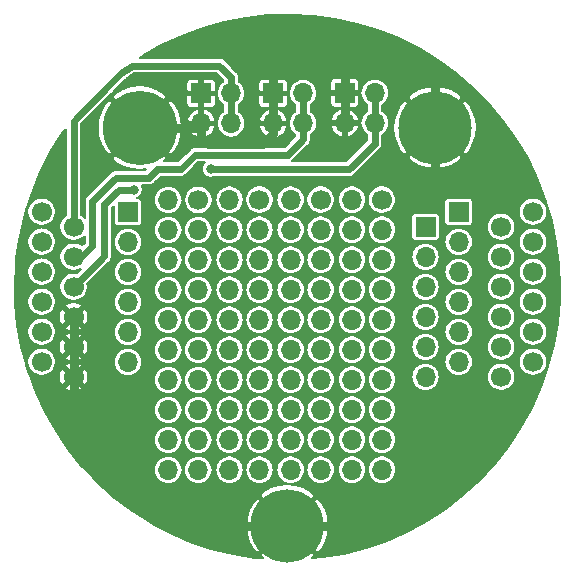
<source format=gtl>
G04 #@! TF.GenerationSoftware,KiCad,Pcbnew,(5.0.0)*
G04 #@! TF.CreationDate,2019-01-09T16:47:09-03:00*
G04 #@! TF.ProjectId,PCB_E,5043425F452E6B696361645F70636200,rev?*
G04 #@! TF.SameCoordinates,Original*
G04 #@! TF.FileFunction,Copper,L1,Top,Signal*
G04 #@! TF.FilePolarity,Positive*
%FSLAX46Y46*%
G04 Gerber Fmt 4.6, Leading zero omitted, Abs format (unit mm)*
G04 Created by KiCad (PCBNEW (5.0.0)) date 01/09/19 16:47:09*
%MOMM*%
%LPD*%
G01*
G04 APERTURE LIST*
G04 #@! TA.AperFunction,ComponentPad*
%ADD10R,1.700000X1.700000*%
G04 #@! TD*
G04 #@! TA.AperFunction,ComponentPad*
%ADD11O,1.700000X1.700000*%
G04 #@! TD*
G04 #@! TA.AperFunction,ComponentPad*
%ADD12C,6.200000*%
G04 #@! TD*
G04 #@! TA.AperFunction,ComponentPad*
%ADD13C,6.300000*%
G04 #@! TD*
G04 #@! TA.AperFunction,ComponentPad*
%ADD14C,1.700000*%
G04 #@! TD*
G04 #@! TA.AperFunction,ViaPad*
%ADD15C,0.800000*%
G04 #@! TD*
G04 #@! TA.AperFunction,Conductor*
%ADD16C,0.400000*%
G04 #@! TD*
G04 #@! TA.AperFunction,Conductor*
%ADD17C,0.800000*%
G04 #@! TD*
G04 #@! TA.AperFunction,Conductor*
%ADD18C,0.600000*%
G04 #@! TD*
G04 #@! TA.AperFunction,Conductor*
%ADD19C,0.200000*%
G04 #@! TD*
G04 APERTURE END LIST*
D10*
G04 #@! TO.P,J1,1*
G04 #@! TO.N,GND*
X-7300000Y16400000D03*
D11*
G04 #@! TO.P,J1,2*
X-7300000Y13860000D03*
G04 #@! TO.P,J1,3*
G04 #@! TO.N,+BATT*
X-4760000Y16400000D03*
G04 #@! TO.P,J1,4*
X-4760000Y13860000D03*
G04 #@! TD*
G04 #@! TO.P,J2,4*
G04 #@! TO.N,+5V*
X7400000Y13900000D03*
G04 #@! TO.P,J2,3*
X7400000Y16440000D03*
G04 #@! TO.P,J2,2*
G04 #@! TO.N,GND*
X4860000Y13900000D03*
D10*
G04 #@! TO.P,J2,1*
X4860000Y16440000D03*
G04 #@! TD*
G04 #@! TO.P,J3,1*
G04 #@! TO.N,GND*
X-1200000Y16400000D03*
D11*
G04 #@! TO.P,J3,2*
X-1200000Y13860000D03*
G04 #@! TO.P,J3,3*
G04 #@! TO.N,+3V3*
X1340000Y16400000D03*
G04 #@! TO.P,J3,4*
X1340000Y13860000D03*
G04 #@! TD*
D10*
G04 #@! TO.P,J15,1*
G04 #@! TO.N,/MOSI*
X-13500000Y6350000D03*
D11*
G04 #@! TO.P,J15,2*
G04 #@! TO.N,/MISO*
X-13500000Y3810000D03*
G04 #@! TO.P,J15,3*
G04 #@! TO.N,/SCK*
X-13500000Y1270000D03*
G04 #@! TO.P,J15,4*
G04 #@! TO.N,/SS*
X-13500000Y-1270000D03*
G04 #@! TO.P,J15,5*
G04 #@! TO.N,/SCL*
X-13500000Y-3810000D03*
G04 #@! TO.P,J15,6*
G04 #@! TO.N,/SDA*
X-13500000Y-6350000D03*
G04 #@! TD*
D12*
G04 #@! TO.P,MH1,2*
G04 #@! TO.N,GND*
X12500000Y13500000D03*
D13*
G04 #@! TO.P,MH1,1*
X-12500000Y13500000D03*
D12*
G04 #@! TO.P,MH1,3*
X0Y-20200000D03*
G04 #@! TD*
D14*
G04 #@! TO.P,J12,19*
G04 #@! TO.N,/MOSI*
X-20800000Y6370000D03*
G04 #@! TO.P,J12,20*
G04 #@! TO.N,/MISO*
X-20800000Y3830000D03*
G04 #@! TO.P,J12,21*
G04 #@! TO.N,/SCK*
X-20800000Y1290000D03*
G04 #@! TO.P,J12,22*
G04 #@! TO.N,/SS*
X-20800000Y-1250000D03*
G04 #@! TO.P,J12,23*
G04 #@! TO.N,/SCL*
X-20800000Y-3790000D03*
G04 #@! TO.P,J12,24*
G04 #@! TO.N,/SDA*
X-20800000Y-6330000D03*
G04 #@! TO.P,J12,13*
G04 #@! TO.N,+BATT*
X-18100000Y5100000D03*
G04 #@! TO.P,J12,14*
G04 #@! TO.N,+3V3*
X-18100000Y2560000D03*
G04 #@! TO.P,J12,15*
G04 #@! TO.N,+5V*
X-18100000Y20000D03*
G04 #@! TO.P,J12,16*
G04 #@! TO.N,GND*
X-18100000Y-2520000D03*
G04 #@! TO.P,J12,17*
X-18100000Y-5060000D03*
G04 #@! TO.P,J12,18*
X-18100000Y-7600000D03*
G04 #@! TO.P,J12,1*
G04 #@! TO.N,/IO0*
X20800000Y6370000D03*
G04 #@! TO.P,J12,2*
G04 #@! TO.N,/IO1*
X20800000Y3830000D03*
G04 #@! TO.P,J12,3*
G04 #@! TO.N,/IO2*
X20800000Y1290000D03*
G04 #@! TO.P,J12,4*
G04 #@! TO.N,/IO3*
X20800000Y-1250000D03*
G04 #@! TO.P,J12,5*
G04 #@! TO.N,/IO4*
X20800000Y-3790000D03*
G04 #@! TO.P,J12,6*
G04 #@! TO.N,/IO5*
X20800000Y-6330000D03*
G04 #@! TO.P,J12,7*
G04 #@! TO.N,/Vbus*
X18100000Y5100000D03*
G04 #@! TO.P,J12,8*
G04 #@! TO.N,/IO6*
X18100000Y2560000D03*
G04 #@! TO.P,J12,9*
G04 #@! TO.N,/AD0*
X18100000Y20000D03*
G04 #@! TO.P,J12,10*
G04 #@! TO.N,/AD1*
X18100000Y-2520000D03*
G04 #@! TO.P,J12,11*
G04 #@! TO.N,/AD2*
X18100000Y-5060000D03*
G04 #@! TO.P,J12,12*
G04 #@! TO.N,/AD3*
X18100000Y-7600000D03*
G04 #@! TD*
G04 #@! TO.P,J4,1*
G04 #@! TO.N,Net-(J4-Pad1)*
X-7534999Y7374999D03*
D11*
G04 #@! TO.P,J4,2*
G04 #@! TO.N,Net-(J4-Pad2)*
X-10074999Y7374999D03*
G04 #@! TO.P,J4,3*
G04 #@! TO.N,Net-(J4-Pad3)*
X-7534999Y4834999D03*
G04 #@! TO.P,J4,4*
G04 #@! TO.N,Net-(J4-Pad4)*
X-10074999Y4834999D03*
G04 #@! TO.P,J4,5*
G04 #@! TO.N,Net-(J4-Pad5)*
X-7534999Y2294999D03*
G04 #@! TO.P,J4,6*
G04 #@! TO.N,Net-(J4-Pad6)*
X-10074999Y2294999D03*
G04 #@! TO.P,J4,7*
G04 #@! TO.N,Net-(J4-Pad7)*
X-7534999Y-245001D03*
G04 #@! TO.P,J4,8*
G04 #@! TO.N,Net-(J4-Pad8)*
X-10074999Y-245001D03*
G04 #@! TO.P,J4,9*
G04 #@! TO.N,Net-(J4-Pad9)*
X-7534999Y-2785001D03*
G04 #@! TO.P,J4,10*
G04 #@! TO.N,Net-(J4-Pad10)*
X-10074999Y-2785001D03*
G04 #@! TO.P,J4,11*
G04 #@! TO.N,Net-(J4-Pad11)*
X-7534999Y-5325001D03*
G04 #@! TO.P,J4,12*
G04 #@! TO.N,Net-(J4-Pad12)*
X-10074999Y-5325001D03*
G04 #@! TO.P,J4,13*
G04 #@! TO.N,Net-(J4-Pad13)*
X-7534999Y-7865001D03*
G04 #@! TO.P,J4,14*
G04 #@! TO.N,Net-(J4-Pad14)*
X-10074999Y-7865001D03*
G04 #@! TO.P,J4,15*
G04 #@! TO.N,Net-(J4-Pad15)*
X-7534999Y-10405001D03*
G04 #@! TO.P,J4,16*
G04 #@! TO.N,Net-(J4-Pad16)*
X-10074999Y-10405001D03*
G04 #@! TO.P,J4,17*
G04 #@! TO.N,Net-(J4-Pad17)*
X-7534999Y-12945001D03*
G04 #@! TO.P,J4,18*
G04 #@! TO.N,Net-(J4-Pad18)*
X-10074999Y-12945001D03*
G04 #@! TO.P,J4,19*
G04 #@! TO.N,Net-(J4-Pad19)*
X-7534999Y-15485001D03*
G04 #@! TO.P,J4,20*
G04 #@! TO.N,Net-(J4-Pad20)*
X-10074999Y-15485001D03*
G04 #@! TD*
D14*
G04 #@! TO.P,J5,1*
G04 #@! TO.N,Net-(J5-Pad1)*
X-2356666Y7400000D03*
D11*
G04 #@! TO.P,J5,2*
G04 #@! TO.N,Net-(J5-Pad2)*
X-4896666Y7400000D03*
G04 #@! TO.P,J5,3*
G04 #@! TO.N,Net-(J5-Pad3)*
X-2356666Y4860000D03*
G04 #@! TO.P,J5,4*
G04 #@! TO.N,Net-(J5-Pad4)*
X-4896666Y4860000D03*
G04 #@! TO.P,J5,5*
G04 #@! TO.N,Net-(J5-Pad5)*
X-2356666Y2320000D03*
G04 #@! TO.P,J5,6*
G04 #@! TO.N,Net-(J5-Pad6)*
X-4896666Y2320000D03*
G04 #@! TO.P,J5,7*
G04 #@! TO.N,Net-(J5-Pad7)*
X-2356666Y-220000D03*
G04 #@! TO.P,J5,8*
G04 #@! TO.N,Net-(J5-Pad8)*
X-4896666Y-220000D03*
G04 #@! TO.P,J5,9*
G04 #@! TO.N,Net-(J5-Pad9)*
X-2356666Y-2760000D03*
G04 #@! TO.P,J5,10*
G04 #@! TO.N,Net-(J5-Pad10)*
X-4896666Y-2760000D03*
G04 #@! TO.P,J5,11*
G04 #@! TO.N,Net-(J5-Pad11)*
X-2356666Y-5300000D03*
G04 #@! TO.P,J5,12*
G04 #@! TO.N,Net-(J5-Pad12)*
X-4896666Y-5300000D03*
G04 #@! TO.P,J5,13*
G04 #@! TO.N,Net-(J5-Pad13)*
X-2356666Y-7840000D03*
G04 #@! TO.P,J5,14*
G04 #@! TO.N,Net-(J5-Pad14)*
X-4896666Y-7840000D03*
G04 #@! TO.P,J5,15*
G04 #@! TO.N,Net-(J5-Pad15)*
X-2356666Y-10380000D03*
G04 #@! TO.P,J5,16*
G04 #@! TO.N,Net-(J5-Pad16)*
X-4896666Y-10380000D03*
G04 #@! TO.P,J5,17*
G04 #@! TO.N,Net-(J5-Pad17)*
X-2356666Y-12920000D03*
G04 #@! TO.P,J5,18*
G04 #@! TO.N,Net-(J5-Pad18)*
X-4896666Y-12920000D03*
G04 #@! TO.P,J5,19*
G04 #@! TO.N,Net-(J5-Pad19)*
X-2356666Y-15460000D03*
G04 #@! TO.P,J5,20*
G04 #@! TO.N,Net-(J5-Pad20)*
X-4896666Y-15460000D03*
G04 #@! TD*
G04 #@! TO.P,J6,20*
G04 #@! TO.N,Net-(J6-Pad20)*
X281667Y-15460000D03*
G04 #@! TO.P,J6,19*
G04 #@! TO.N,Net-(J6-Pad19)*
X2821667Y-15460000D03*
G04 #@! TO.P,J6,18*
G04 #@! TO.N,Net-(J6-Pad18)*
X281667Y-12920000D03*
G04 #@! TO.P,J6,17*
G04 #@! TO.N,Net-(J6-Pad17)*
X2821667Y-12920000D03*
G04 #@! TO.P,J6,16*
G04 #@! TO.N,Net-(J6-Pad16)*
X281667Y-10380000D03*
G04 #@! TO.P,J6,15*
G04 #@! TO.N,Net-(J6-Pad15)*
X2821667Y-10380000D03*
G04 #@! TO.P,J6,14*
G04 #@! TO.N,Net-(J6-Pad14)*
X281667Y-7840000D03*
G04 #@! TO.P,J6,13*
G04 #@! TO.N,Net-(J6-Pad13)*
X2821667Y-7840000D03*
G04 #@! TO.P,J6,12*
G04 #@! TO.N,Net-(J6-Pad12)*
X281667Y-5300000D03*
G04 #@! TO.P,J6,11*
G04 #@! TO.N,Net-(J6-Pad11)*
X2821667Y-5300000D03*
G04 #@! TO.P,J6,10*
G04 #@! TO.N,Net-(J6-Pad10)*
X281667Y-2760000D03*
G04 #@! TO.P,J6,9*
G04 #@! TO.N,Net-(J6-Pad9)*
X2821667Y-2760000D03*
G04 #@! TO.P,J6,8*
G04 #@! TO.N,Net-(J6-Pad8)*
X281667Y-220000D03*
G04 #@! TO.P,J6,7*
G04 #@! TO.N,Net-(J6-Pad7)*
X2821667Y-220000D03*
G04 #@! TO.P,J6,6*
G04 #@! TO.N,Net-(J6-Pad6)*
X281667Y2320000D03*
G04 #@! TO.P,J6,5*
G04 #@! TO.N,Net-(J6-Pad5)*
X2821667Y2320000D03*
G04 #@! TO.P,J6,4*
G04 #@! TO.N,Net-(J6-Pad4)*
X281667Y4860000D03*
G04 #@! TO.P,J6,3*
G04 #@! TO.N,Net-(J6-Pad3)*
X2821667Y4860000D03*
G04 #@! TO.P,J6,2*
G04 #@! TO.N,Net-(J6-Pad2)*
X281667Y7400000D03*
D14*
G04 #@! TO.P,J6,1*
G04 #@! TO.N,Net-(J6-Pad1)*
X2821667Y7400000D03*
G04 #@! TD*
D11*
G04 #@! TO.P,J7,20*
G04 #@! TO.N,Net-(J7-Pad20)*
X5460000Y-15460000D03*
G04 #@! TO.P,J7,19*
G04 #@! TO.N,Net-(J7-Pad19)*
X8000000Y-15460000D03*
G04 #@! TO.P,J7,18*
G04 #@! TO.N,Net-(J7-Pad18)*
X5460000Y-12920000D03*
G04 #@! TO.P,J7,17*
G04 #@! TO.N,Net-(J7-Pad17)*
X8000000Y-12920000D03*
G04 #@! TO.P,J7,16*
G04 #@! TO.N,Net-(J7-Pad16)*
X5460000Y-10380000D03*
G04 #@! TO.P,J7,15*
G04 #@! TO.N,Net-(J7-Pad15)*
X8000000Y-10380000D03*
G04 #@! TO.P,J7,14*
G04 #@! TO.N,Net-(J7-Pad14)*
X5460000Y-7840000D03*
G04 #@! TO.P,J7,13*
G04 #@! TO.N,Net-(J7-Pad13)*
X8000000Y-7840000D03*
G04 #@! TO.P,J7,12*
G04 #@! TO.N,Net-(J7-Pad12)*
X5460000Y-5300000D03*
G04 #@! TO.P,J7,11*
G04 #@! TO.N,Net-(J7-Pad11)*
X8000000Y-5300000D03*
G04 #@! TO.P,J7,10*
G04 #@! TO.N,Net-(J7-Pad10)*
X5460000Y-2760000D03*
G04 #@! TO.P,J7,9*
G04 #@! TO.N,Net-(J7-Pad9)*
X8000000Y-2760000D03*
G04 #@! TO.P,J7,8*
G04 #@! TO.N,Net-(J7-Pad8)*
X5460000Y-220000D03*
G04 #@! TO.P,J7,7*
G04 #@! TO.N,Net-(J7-Pad7)*
X8000000Y-220000D03*
G04 #@! TO.P,J7,6*
G04 #@! TO.N,Net-(J7-Pad6)*
X5460000Y2320000D03*
G04 #@! TO.P,J7,5*
G04 #@! TO.N,Net-(J7-Pad5)*
X8000000Y2320000D03*
G04 #@! TO.P,J7,4*
G04 #@! TO.N,Net-(J7-Pad4)*
X5460000Y4860000D03*
G04 #@! TO.P,J7,3*
G04 #@! TO.N,Net-(J7-Pad3)*
X8000000Y4860000D03*
G04 #@! TO.P,J7,2*
G04 #@! TO.N,Net-(J7-Pad2)*
X5460000Y7400000D03*
D14*
G04 #@! TO.P,J7,1*
G04 #@! TO.N,Net-(J7-Pad1)*
X8000000Y7400000D03*
G04 #@! TD*
D10*
G04 #@! TO.P,J14,1*
G04 #@! TO.N,/Vbus*
X11700000Y5100000D03*
D11*
G04 #@! TO.P,J14,2*
G04 #@! TO.N,/IO6*
X11700000Y2560000D03*
G04 #@! TO.P,J14,3*
G04 #@! TO.N,/AD0*
X11700000Y20000D03*
G04 #@! TO.P,J14,4*
G04 #@! TO.N,/AD1*
X11700000Y-2520000D03*
G04 #@! TO.P,J14,5*
G04 #@! TO.N,/AD2*
X11700000Y-5060000D03*
G04 #@! TO.P,J14,6*
G04 #@! TO.N,/AD3*
X11700000Y-7600000D03*
G04 #@! TD*
D10*
G04 #@! TO.P,J8,1*
G04 #@! TO.N,/IO0*
X14500000Y6370000D03*
D11*
G04 #@! TO.P,J8,2*
G04 #@! TO.N,/IO1*
X14500000Y3830000D03*
G04 #@! TO.P,J8,3*
G04 #@! TO.N,/IO2*
X14500000Y1290000D03*
G04 #@! TO.P,J8,4*
G04 #@! TO.N,/IO3*
X14500000Y-1250000D03*
G04 #@! TO.P,J8,5*
G04 #@! TO.N,/IO4*
X14500000Y-3790000D03*
G04 #@! TO.P,J8,6*
G04 #@! TO.N,/IO5*
X14500000Y-6330000D03*
G04 #@! TD*
D15*
G04 #@! TO.N,+5V*
X-13000000Y8250000D03*
X-6500000Y10000000D03*
G04 #@! TD*
D16*
G04 #@! TO.N,GND*
X-12010001Y13010001D02*
X-12500000Y13500000D01*
D17*
X-7660000Y13500000D02*
X-7300000Y13860000D01*
X-12500000Y13500000D02*
X-7660000Y13500000D01*
X-7300000Y12657919D02*
X-6742081Y12100000D01*
X-7300000Y13860000D02*
X-7300000Y12657919D01*
X-6742081Y12100000D02*
X-2100000Y12100000D01*
X-1200000Y13000000D02*
X-1200000Y16400000D01*
X-2100000Y12100000D02*
X-1200000Y13000000D01*
X12500000Y17884062D02*
X12500000Y13500000D01*
X11534062Y18850000D02*
X12500000Y17884062D01*
X-1200000Y18050000D02*
X-400000Y18850000D01*
X-1200000Y16400000D02*
X-1200000Y18050000D01*
X4860000Y18810000D02*
X4900000Y18850000D01*
X4860000Y13900000D02*
X4860000Y18810000D01*
X-400000Y18850000D02*
X4900000Y18850000D01*
X4900000Y18850000D02*
X11534062Y18850000D01*
X6600000Y-20200000D02*
X0Y-20200000D01*
X9850000Y-16950000D02*
X6600000Y-20200000D01*
X9850000Y6465938D02*
X9850000Y-16950000D01*
X12500000Y13500000D02*
X12500000Y9115938D01*
X12500000Y9115938D02*
X9850000Y6465938D01*
X-18100000Y-2540000D02*
X-18100000Y-12150000D01*
X-10050000Y-20200000D02*
X-8000000Y-20200000D01*
X-18100000Y-12150000D02*
X-10050000Y-20200000D01*
X-9450000Y-20200000D02*
X-8000000Y-20200000D01*
X-8000000Y-20200000D02*
X0Y-20200000D01*
D18*
G04 #@! TO.N,+BATT*
X-14080520Y18090649D02*
X-13157040Y18750000D01*
X-14223909Y17969204D02*
X-14080520Y18090649D01*
X-15250000Y16943113D02*
X-14223909Y17969204D01*
X-15250000Y16917422D02*
X-15250000Y16943113D01*
X-18100000Y5080000D02*
X-18100000Y14067422D01*
X-18100000Y14067422D02*
X-15250000Y16917422D01*
X-13157040Y18750000D02*
X-5750000Y18750000D01*
X-4760000Y17760000D02*
X-4760000Y13860000D01*
X-5750000Y18750000D02*
X-4760000Y17760000D01*
G04 #@! TO.N,+5V*
X-18100000Y0D02*
X-15500000Y2600000D01*
X-15500000Y2600000D02*
X-15500000Y7000000D01*
X-15500000Y7000000D02*
X-14250000Y8250000D01*
X-14250000Y8250000D02*
X-13000000Y8250000D01*
X-6500000Y10000000D02*
X5250000Y10000000D01*
X7400000Y12150000D02*
X7400000Y16440000D01*
X5250000Y10000000D02*
X7400000Y12150000D01*
G04 #@! TO.N,+3V3*
X39990Y11199990D02*
X1340000Y12500000D01*
X-7800010Y11199990D02*
X39990Y11199990D01*
X-9000000Y10000000D02*
X-7800010Y11199990D01*
X-11000000Y10000000D02*
X-9000000Y10000000D01*
X-18100000Y2540000D02*
X-17460000Y2540000D01*
X-16500000Y3500000D02*
X-16500000Y7250000D01*
X-16500000Y7250000D02*
X-14500000Y9250000D01*
X-14500000Y9250000D02*
X-11750000Y9250000D01*
X1340000Y12500000D02*
X1340000Y16400000D01*
X-17460000Y2540000D02*
X-16500000Y3500000D01*
X-11750000Y9250000D02*
X-11000000Y10000000D01*
D16*
G04 #@! TO.N,/MISO*
X-20800000Y3810000D02*
X-20800000Y4499998D01*
G04 #@! TO.N,/SCK*
X-20800000Y1270000D02*
X-20800000Y1959998D01*
G04 #@! TD*
D19*
G04 #@! TO.N,GND*
G36*
X2171549Y22972592D02*
X4046587Y22717411D01*
X5894411Y22309450D01*
X7702593Y21751452D01*
X9458974Y21047172D01*
X11151741Y20201344D01*
X12769510Y19219658D01*
X14301401Y18108715D01*
X15737112Y16875987D01*
X17066988Y15529764D01*
X18282084Y14079100D01*
X19374228Y12533750D01*
X20336077Y10904109D01*
X21161161Y9201135D01*
X21843932Y7436281D01*
X22379797Y5621416D01*
X22765153Y3768747D01*
X22997408Y1890731D01*
X23075000Y0D01*
X23047452Y-1127208D01*
X22877590Y-3011892D01*
X22553872Y-4876320D01*
X22078473Y-6707953D01*
X21454592Y-8494474D01*
X20686424Y-10223868D01*
X19779135Y-11884504D01*
X18738827Y-13465213D01*
X17572496Y-14955367D01*
X16287986Y-16344942D01*
X14893936Y-17624593D01*
X13399721Y-18785716D01*
X11815389Y-19820500D01*
X10151596Y-20721986D01*
X8419532Y-21484113D01*
X6630844Y-22101754D01*
X4797562Y-22570756D01*
X2932016Y-22887964D01*
X2094769Y-22960478D01*
X2307743Y-22719875D01*
X0Y-20412132D01*
X-2307743Y-22719875D01*
X-2093051Y-22962418D01*
X-2732172Y-22912679D01*
X-4600415Y-22611763D01*
X-6437720Y-22158777D01*
X-8231729Y-21556768D01*
X-9970379Y-20809786D01*
X-11097139Y-20211937D01*
X-3516915Y-20211937D01*
X-3447010Y-20897824D01*
X-3244638Y-21556893D01*
X-2930840Y-22143969D01*
X-2519875Y-22507743D01*
X-212132Y-20200000D01*
X212132Y-20200000D01*
X2519875Y-22507743D01*
X2930840Y-22143969D01*
X3253774Y-21534837D01*
X3451667Y-20874409D01*
X3516915Y-20188063D01*
X3447010Y-19502176D01*
X3244638Y-18843107D01*
X2930840Y-18256031D01*
X2519875Y-17892257D01*
X212132Y-20200000D01*
X-212132Y-20200000D01*
X-2519875Y-17892257D01*
X-2930840Y-18256031D01*
X-3253774Y-18865163D01*
X-3451667Y-19525591D01*
X-3516915Y-20211937D01*
X-11097139Y-20211937D01*
X-11641975Y-19922852D01*
X-13235276Y-18901933D01*
X-14739567Y-17753895D01*
X-14821353Y-17680125D01*
X-2307743Y-17680125D01*
X0Y-19987868D01*
X2307743Y-17680125D01*
X1943969Y-17269160D01*
X1334837Y-16946226D01*
X674409Y-16748333D01*
X-11937Y-16683085D01*
X-697824Y-16752990D01*
X-1356893Y-16955362D01*
X-1943969Y-17269160D01*
X-2307743Y-17680125D01*
X-14821353Y-17680125D01*
X-16144732Y-16486457D01*
X-17086807Y-15485001D01*
X-11280805Y-15485001D01*
X-11257636Y-15720242D01*
X-11189018Y-15946443D01*
X-11077590Y-16154911D01*
X-10927633Y-16337635D01*
X-10744909Y-16487592D01*
X-10536441Y-16599020D01*
X-10310240Y-16667638D01*
X-10133949Y-16685001D01*
X-10016049Y-16685001D01*
X-9839758Y-16667638D01*
X-9613557Y-16599020D01*
X-9405089Y-16487592D01*
X-9222365Y-16337635D01*
X-9072408Y-16154911D01*
X-8960980Y-15946443D01*
X-8892362Y-15720242D01*
X-8869193Y-15485001D01*
X-8740805Y-15485001D01*
X-8717636Y-15720242D01*
X-8649018Y-15946443D01*
X-8537590Y-16154911D01*
X-8387633Y-16337635D01*
X-8204909Y-16487592D01*
X-7996441Y-16599020D01*
X-7770240Y-16667638D01*
X-7593949Y-16685001D01*
X-7476049Y-16685001D01*
X-7299758Y-16667638D01*
X-7073557Y-16599020D01*
X-6865089Y-16487592D01*
X-6682365Y-16337635D01*
X-6532408Y-16154911D01*
X-6420980Y-15946443D01*
X-6352362Y-15720242D01*
X-6329193Y-15485001D01*
X-6331655Y-15460000D01*
X-6102472Y-15460000D01*
X-6079303Y-15695241D01*
X-6010685Y-15921442D01*
X-5899257Y-16129910D01*
X-5749300Y-16312634D01*
X-5566576Y-16462591D01*
X-5358108Y-16574019D01*
X-5131907Y-16642637D01*
X-4955616Y-16660000D01*
X-4837716Y-16660000D01*
X-4661425Y-16642637D01*
X-4435224Y-16574019D01*
X-4226756Y-16462591D01*
X-4044032Y-16312634D01*
X-3894075Y-16129910D01*
X-3782647Y-15921442D01*
X-3714029Y-15695241D01*
X-3690860Y-15460000D01*
X-3562472Y-15460000D01*
X-3539303Y-15695241D01*
X-3470685Y-15921442D01*
X-3359257Y-16129910D01*
X-3209300Y-16312634D01*
X-3026576Y-16462591D01*
X-2818108Y-16574019D01*
X-2591907Y-16642637D01*
X-2415616Y-16660000D01*
X-2297716Y-16660000D01*
X-2121425Y-16642637D01*
X-1895224Y-16574019D01*
X-1686756Y-16462591D01*
X-1504032Y-16312634D01*
X-1354075Y-16129910D01*
X-1242647Y-15921442D01*
X-1174029Y-15695241D01*
X-1150860Y-15460000D01*
X-924139Y-15460000D01*
X-900970Y-15695241D01*
X-832352Y-15921442D01*
X-720924Y-16129910D01*
X-570967Y-16312634D01*
X-388243Y-16462591D01*
X-179775Y-16574019D01*
X46426Y-16642637D01*
X222717Y-16660000D01*
X340617Y-16660000D01*
X516908Y-16642637D01*
X743109Y-16574019D01*
X951577Y-16462591D01*
X1134301Y-16312634D01*
X1284258Y-16129910D01*
X1395686Y-15921442D01*
X1464304Y-15695241D01*
X1487473Y-15460000D01*
X1615861Y-15460000D01*
X1639030Y-15695241D01*
X1707648Y-15921442D01*
X1819076Y-16129910D01*
X1969033Y-16312634D01*
X2151757Y-16462591D01*
X2360225Y-16574019D01*
X2586426Y-16642637D01*
X2762717Y-16660000D01*
X2880617Y-16660000D01*
X3056908Y-16642637D01*
X3283109Y-16574019D01*
X3491577Y-16462591D01*
X3674301Y-16312634D01*
X3824258Y-16129910D01*
X3935686Y-15921442D01*
X4004304Y-15695241D01*
X4027473Y-15460000D01*
X4254194Y-15460000D01*
X4277363Y-15695241D01*
X4345981Y-15921442D01*
X4457409Y-16129910D01*
X4607366Y-16312634D01*
X4790090Y-16462591D01*
X4998558Y-16574019D01*
X5224759Y-16642637D01*
X5401050Y-16660000D01*
X5518950Y-16660000D01*
X5695241Y-16642637D01*
X5921442Y-16574019D01*
X6129910Y-16462591D01*
X6312634Y-16312634D01*
X6462591Y-16129910D01*
X6574019Y-15921442D01*
X6642637Y-15695241D01*
X6665806Y-15460000D01*
X6794194Y-15460000D01*
X6817363Y-15695241D01*
X6885981Y-15921442D01*
X6997409Y-16129910D01*
X7147366Y-16312634D01*
X7330090Y-16462591D01*
X7538558Y-16574019D01*
X7764759Y-16642637D01*
X7941050Y-16660000D01*
X8058950Y-16660000D01*
X8235241Y-16642637D01*
X8461442Y-16574019D01*
X8669910Y-16462591D01*
X8852634Y-16312634D01*
X9002591Y-16129910D01*
X9114019Y-15921442D01*
X9182637Y-15695241D01*
X9205806Y-15460000D01*
X9182637Y-15224759D01*
X9114019Y-14998558D01*
X9002591Y-14790090D01*
X8852634Y-14607366D01*
X8669910Y-14457409D01*
X8461442Y-14345981D01*
X8235241Y-14277363D01*
X8058950Y-14260000D01*
X7941050Y-14260000D01*
X7764759Y-14277363D01*
X7538558Y-14345981D01*
X7330090Y-14457409D01*
X7147366Y-14607366D01*
X6997409Y-14790090D01*
X6885981Y-14998558D01*
X6817363Y-15224759D01*
X6794194Y-15460000D01*
X6665806Y-15460000D01*
X6642637Y-15224759D01*
X6574019Y-14998558D01*
X6462591Y-14790090D01*
X6312634Y-14607366D01*
X6129910Y-14457409D01*
X5921442Y-14345981D01*
X5695241Y-14277363D01*
X5518950Y-14260000D01*
X5401050Y-14260000D01*
X5224759Y-14277363D01*
X4998558Y-14345981D01*
X4790090Y-14457409D01*
X4607366Y-14607366D01*
X4457409Y-14790090D01*
X4345981Y-14998558D01*
X4277363Y-15224759D01*
X4254194Y-15460000D01*
X4027473Y-15460000D01*
X4004304Y-15224759D01*
X3935686Y-14998558D01*
X3824258Y-14790090D01*
X3674301Y-14607366D01*
X3491577Y-14457409D01*
X3283109Y-14345981D01*
X3056908Y-14277363D01*
X2880617Y-14260000D01*
X2762717Y-14260000D01*
X2586426Y-14277363D01*
X2360225Y-14345981D01*
X2151757Y-14457409D01*
X1969033Y-14607366D01*
X1819076Y-14790090D01*
X1707648Y-14998558D01*
X1639030Y-15224759D01*
X1615861Y-15460000D01*
X1487473Y-15460000D01*
X1464304Y-15224759D01*
X1395686Y-14998558D01*
X1284258Y-14790090D01*
X1134301Y-14607366D01*
X951577Y-14457409D01*
X743109Y-14345981D01*
X516908Y-14277363D01*
X340617Y-14260000D01*
X222717Y-14260000D01*
X46426Y-14277363D01*
X-179775Y-14345981D01*
X-388243Y-14457409D01*
X-570967Y-14607366D01*
X-720924Y-14790090D01*
X-832352Y-14998558D01*
X-900970Y-15224759D01*
X-924139Y-15460000D01*
X-1150860Y-15460000D01*
X-1174029Y-15224759D01*
X-1242647Y-14998558D01*
X-1354075Y-14790090D01*
X-1504032Y-14607366D01*
X-1686756Y-14457409D01*
X-1895224Y-14345981D01*
X-2121425Y-14277363D01*
X-2297716Y-14260000D01*
X-2415616Y-14260000D01*
X-2591907Y-14277363D01*
X-2818108Y-14345981D01*
X-3026576Y-14457409D01*
X-3209300Y-14607366D01*
X-3359257Y-14790090D01*
X-3470685Y-14998558D01*
X-3539303Y-15224759D01*
X-3562472Y-15460000D01*
X-3690860Y-15460000D01*
X-3714029Y-15224759D01*
X-3782647Y-14998558D01*
X-3894075Y-14790090D01*
X-4044032Y-14607366D01*
X-4226756Y-14457409D01*
X-4435224Y-14345981D01*
X-4661425Y-14277363D01*
X-4837716Y-14260000D01*
X-4955616Y-14260000D01*
X-5131907Y-14277363D01*
X-5358108Y-14345981D01*
X-5566576Y-14457409D01*
X-5749300Y-14607366D01*
X-5899257Y-14790090D01*
X-6010685Y-14998558D01*
X-6079303Y-15224759D01*
X-6102472Y-15460000D01*
X-6331655Y-15460000D01*
X-6352362Y-15249760D01*
X-6420980Y-15023559D01*
X-6532408Y-14815091D01*
X-6682365Y-14632367D01*
X-6865089Y-14482410D01*
X-7073557Y-14370982D01*
X-7299758Y-14302364D01*
X-7476049Y-14285001D01*
X-7593949Y-14285001D01*
X-7770240Y-14302364D01*
X-7996441Y-14370982D01*
X-8204909Y-14482410D01*
X-8387633Y-14632367D01*
X-8537590Y-14815091D01*
X-8649018Y-15023559D01*
X-8717636Y-15249760D01*
X-8740805Y-15485001D01*
X-8869193Y-15485001D01*
X-8892362Y-15249760D01*
X-8960980Y-15023559D01*
X-9072408Y-14815091D01*
X-9222365Y-14632367D01*
X-9405089Y-14482410D01*
X-9613557Y-14370982D01*
X-9839758Y-14302364D01*
X-10016049Y-14285001D01*
X-10133949Y-14285001D01*
X-10310240Y-14302364D01*
X-10536441Y-14370982D01*
X-10744909Y-14482410D01*
X-10927633Y-14632367D01*
X-11077590Y-14815091D01*
X-11189018Y-15023559D01*
X-11257636Y-15249760D01*
X-11280805Y-15485001D01*
X-17086807Y-15485001D01*
X-17441319Y-15108144D01*
X-18620609Y-13628226D01*
X-19078852Y-12945001D01*
X-11280805Y-12945001D01*
X-11257636Y-13180242D01*
X-11189018Y-13406443D01*
X-11077590Y-13614911D01*
X-10927633Y-13797635D01*
X-10744909Y-13947592D01*
X-10536441Y-14059020D01*
X-10310240Y-14127638D01*
X-10133949Y-14145001D01*
X-10016049Y-14145001D01*
X-9839758Y-14127638D01*
X-9613557Y-14059020D01*
X-9405089Y-13947592D01*
X-9222365Y-13797635D01*
X-9072408Y-13614911D01*
X-8960980Y-13406443D01*
X-8892362Y-13180242D01*
X-8869193Y-12945001D01*
X-8740805Y-12945001D01*
X-8717636Y-13180242D01*
X-8649018Y-13406443D01*
X-8537590Y-13614911D01*
X-8387633Y-13797635D01*
X-8204909Y-13947592D01*
X-7996441Y-14059020D01*
X-7770240Y-14127638D01*
X-7593949Y-14145001D01*
X-7476049Y-14145001D01*
X-7299758Y-14127638D01*
X-7073557Y-14059020D01*
X-6865089Y-13947592D01*
X-6682365Y-13797635D01*
X-6532408Y-13614911D01*
X-6420980Y-13406443D01*
X-6352362Y-13180242D01*
X-6329193Y-12945001D01*
X-6331655Y-12920000D01*
X-6102472Y-12920000D01*
X-6079303Y-13155241D01*
X-6010685Y-13381442D01*
X-5899257Y-13589910D01*
X-5749300Y-13772634D01*
X-5566576Y-13922591D01*
X-5358108Y-14034019D01*
X-5131907Y-14102637D01*
X-4955616Y-14120000D01*
X-4837716Y-14120000D01*
X-4661425Y-14102637D01*
X-4435224Y-14034019D01*
X-4226756Y-13922591D01*
X-4044032Y-13772634D01*
X-3894075Y-13589910D01*
X-3782647Y-13381442D01*
X-3714029Y-13155241D01*
X-3690860Y-12920000D01*
X-3562472Y-12920000D01*
X-3539303Y-13155241D01*
X-3470685Y-13381442D01*
X-3359257Y-13589910D01*
X-3209300Y-13772634D01*
X-3026576Y-13922591D01*
X-2818108Y-14034019D01*
X-2591907Y-14102637D01*
X-2415616Y-14120000D01*
X-2297716Y-14120000D01*
X-2121425Y-14102637D01*
X-1895224Y-14034019D01*
X-1686756Y-13922591D01*
X-1504032Y-13772634D01*
X-1354075Y-13589910D01*
X-1242647Y-13381442D01*
X-1174029Y-13155241D01*
X-1150860Y-12920000D01*
X-924139Y-12920000D01*
X-900970Y-13155241D01*
X-832352Y-13381442D01*
X-720924Y-13589910D01*
X-570967Y-13772634D01*
X-388243Y-13922591D01*
X-179775Y-14034019D01*
X46426Y-14102637D01*
X222717Y-14120000D01*
X340617Y-14120000D01*
X516908Y-14102637D01*
X743109Y-14034019D01*
X951577Y-13922591D01*
X1134301Y-13772634D01*
X1284258Y-13589910D01*
X1395686Y-13381442D01*
X1464304Y-13155241D01*
X1487473Y-12920000D01*
X1615861Y-12920000D01*
X1639030Y-13155241D01*
X1707648Y-13381442D01*
X1819076Y-13589910D01*
X1969033Y-13772634D01*
X2151757Y-13922591D01*
X2360225Y-14034019D01*
X2586426Y-14102637D01*
X2762717Y-14120000D01*
X2880617Y-14120000D01*
X3056908Y-14102637D01*
X3283109Y-14034019D01*
X3491577Y-13922591D01*
X3674301Y-13772634D01*
X3824258Y-13589910D01*
X3935686Y-13381442D01*
X4004304Y-13155241D01*
X4027473Y-12920000D01*
X4254194Y-12920000D01*
X4277363Y-13155241D01*
X4345981Y-13381442D01*
X4457409Y-13589910D01*
X4607366Y-13772634D01*
X4790090Y-13922591D01*
X4998558Y-14034019D01*
X5224759Y-14102637D01*
X5401050Y-14120000D01*
X5518950Y-14120000D01*
X5695241Y-14102637D01*
X5921442Y-14034019D01*
X6129910Y-13922591D01*
X6312634Y-13772634D01*
X6462591Y-13589910D01*
X6574019Y-13381442D01*
X6642637Y-13155241D01*
X6665806Y-12920000D01*
X6794194Y-12920000D01*
X6817363Y-13155241D01*
X6885981Y-13381442D01*
X6997409Y-13589910D01*
X7147366Y-13772634D01*
X7330090Y-13922591D01*
X7538558Y-14034019D01*
X7764759Y-14102637D01*
X7941050Y-14120000D01*
X8058950Y-14120000D01*
X8235241Y-14102637D01*
X8461442Y-14034019D01*
X8669910Y-13922591D01*
X8852634Y-13772634D01*
X9002591Y-13589910D01*
X9114019Y-13381442D01*
X9182637Y-13155241D01*
X9205806Y-12920000D01*
X9182637Y-12684759D01*
X9114019Y-12458558D01*
X9002591Y-12250090D01*
X8852634Y-12067366D01*
X8669910Y-11917409D01*
X8461442Y-11805981D01*
X8235241Y-11737363D01*
X8058950Y-11720000D01*
X7941050Y-11720000D01*
X7764759Y-11737363D01*
X7538558Y-11805981D01*
X7330090Y-11917409D01*
X7147366Y-12067366D01*
X6997409Y-12250090D01*
X6885981Y-12458558D01*
X6817363Y-12684759D01*
X6794194Y-12920000D01*
X6665806Y-12920000D01*
X6642637Y-12684759D01*
X6574019Y-12458558D01*
X6462591Y-12250090D01*
X6312634Y-12067366D01*
X6129910Y-11917409D01*
X5921442Y-11805981D01*
X5695241Y-11737363D01*
X5518950Y-11720000D01*
X5401050Y-11720000D01*
X5224759Y-11737363D01*
X4998558Y-11805981D01*
X4790090Y-11917409D01*
X4607366Y-12067366D01*
X4457409Y-12250090D01*
X4345981Y-12458558D01*
X4277363Y-12684759D01*
X4254194Y-12920000D01*
X4027473Y-12920000D01*
X4004304Y-12684759D01*
X3935686Y-12458558D01*
X3824258Y-12250090D01*
X3674301Y-12067366D01*
X3491577Y-11917409D01*
X3283109Y-11805981D01*
X3056908Y-11737363D01*
X2880617Y-11720000D01*
X2762717Y-11720000D01*
X2586426Y-11737363D01*
X2360225Y-11805981D01*
X2151757Y-11917409D01*
X1969033Y-12067366D01*
X1819076Y-12250090D01*
X1707648Y-12458558D01*
X1639030Y-12684759D01*
X1615861Y-12920000D01*
X1487473Y-12920000D01*
X1464304Y-12684759D01*
X1395686Y-12458558D01*
X1284258Y-12250090D01*
X1134301Y-12067366D01*
X951577Y-11917409D01*
X743109Y-11805981D01*
X516908Y-11737363D01*
X340617Y-11720000D01*
X222717Y-11720000D01*
X46426Y-11737363D01*
X-179775Y-11805981D01*
X-388243Y-11917409D01*
X-570967Y-12067366D01*
X-720924Y-12250090D01*
X-832352Y-12458558D01*
X-900970Y-12684759D01*
X-924139Y-12920000D01*
X-1150860Y-12920000D01*
X-1174029Y-12684759D01*
X-1242647Y-12458558D01*
X-1354075Y-12250090D01*
X-1504032Y-12067366D01*
X-1686756Y-11917409D01*
X-1895224Y-11805981D01*
X-2121425Y-11737363D01*
X-2297716Y-11720000D01*
X-2415616Y-11720000D01*
X-2591907Y-11737363D01*
X-2818108Y-11805981D01*
X-3026576Y-11917409D01*
X-3209300Y-12067366D01*
X-3359257Y-12250090D01*
X-3470685Y-12458558D01*
X-3539303Y-12684759D01*
X-3562472Y-12920000D01*
X-3690860Y-12920000D01*
X-3714029Y-12684759D01*
X-3782647Y-12458558D01*
X-3894075Y-12250090D01*
X-4044032Y-12067366D01*
X-4226756Y-11917409D01*
X-4435224Y-11805981D01*
X-4661425Y-11737363D01*
X-4837716Y-11720000D01*
X-4955616Y-11720000D01*
X-5131907Y-11737363D01*
X-5358108Y-11805981D01*
X-5566576Y-11917409D01*
X-5749300Y-12067366D01*
X-5899257Y-12250090D01*
X-6010685Y-12458558D01*
X-6079303Y-12684759D01*
X-6102472Y-12920000D01*
X-6331655Y-12920000D01*
X-6352362Y-12709760D01*
X-6420980Y-12483559D01*
X-6532408Y-12275091D01*
X-6682365Y-12092367D01*
X-6865089Y-11942410D01*
X-7073557Y-11830982D01*
X-7299758Y-11762364D01*
X-7476049Y-11745001D01*
X-7593949Y-11745001D01*
X-7770240Y-11762364D01*
X-7996441Y-11830982D01*
X-8204909Y-11942410D01*
X-8387633Y-12092367D01*
X-8537590Y-12275091D01*
X-8649018Y-12483559D01*
X-8717636Y-12709760D01*
X-8740805Y-12945001D01*
X-8869193Y-12945001D01*
X-8892362Y-12709760D01*
X-8960980Y-12483559D01*
X-9072408Y-12275091D01*
X-9222365Y-12092367D01*
X-9405089Y-11942410D01*
X-9613557Y-11830982D01*
X-9839758Y-11762364D01*
X-10016049Y-11745001D01*
X-10133949Y-11745001D01*
X-10310240Y-11762364D01*
X-10536441Y-11830982D01*
X-10744909Y-11942410D01*
X-10927633Y-12092367D01*
X-11077590Y-12275091D01*
X-11189018Y-12483559D01*
X-11257636Y-12709760D01*
X-11280805Y-12945001D01*
X-19078852Y-12945001D01*
X-19674672Y-12056654D01*
X-20595859Y-10405001D01*
X-11280805Y-10405001D01*
X-11257636Y-10640242D01*
X-11189018Y-10866443D01*
X-11077590Y-11074911D01*
X-10927633Y-11257635D01*
X-10744909Y-11407592D01*
X-10536441Y-11519020D01*
X-10310240Y-11587638D01*
X-10133949Y-11605001D01*
X-10016049Y-11605001D01*
X-9839758Y-11587638D01*
X-9613557Y-11519020D01*
X-9405089Y-11407592D01*
X-9222365Y-11257635D01*
X-9072408Y-11074911D01*
X-8960980Y-10866443D01*
X-8892362Y-10640242D01*
X-8869193Y-10405001D01*
X-8740805Y-10405001D01*
X-8717636Y-10640242D01*
X-8649018Y-10866443D01*
X-8537590Y-11074911D01*
X-8387633Y-11257635D01*
X-8204909Y-11407592D01*
X-7996441Y-11519020D01*
X-7770240Y-11587638D01*
X-7593949Y-11605001D01*
X-7476049Y-11605001D01*
X-7299758Y-11587638D01*
X-7073557Y-11519020D01*
X-6865089Y-11407592D01*
X-6682365Y-11257635D01*
X-6532408Y-11074911D01*
X-6420980Y-10866443D01*
X-6352362Y-10640242D01*
X-6329193Y-10405001D01*
X-6331655Y-10380000D01*
X-6102472Y-10380000D01*
X-6079303Y-10615241D01*
X-6010685Y-10841442D01*
X-5899257Y-11049910D01*
X-5749300Y-11232634D01*
X-5566576Y-11382591D01*
X-5358108Y-11494019D01*
X-5131907Y-11562637D01*
X-4955616Y-11580000D01*
X-4837716Y-11580000D01*
X-4661425Y-11562637D01*
X-4435224Y-11494019D01*
X-4226756Y-11382591D01*
X-4044032Y-11232634D01*
X-3894075Y-11049910D01*
X-3782647Y-10841442D01*
X-3714029Y-10615241D01*
X-3690860Y-10380000D01*
X-3562472Y-10380000D01*
X-3539303Y-10615241D01*
X-3470685Y-10841442D01*
X-3359257Y-11049910D01*
X-3209300Y-11232634D01*
X-3026576Y-11382591D01*
X-2818108Y-11494019D01*
X-2591907Y-11562637D01*
X-2415616Y-11580000D01*
X-2297716Y-11580000D01*
X-2121425Y-11562637D01*
X-1895224Y-11494019D01*
X-1686756Y-11382591D01*
X-1504032Y-11232634D01*
X-1354075Y-11049910D01*
X-1242647Y-10841442D01*
X-1174029Y-10615241D01*
X-1150860Y-10380000D01*
X-924139Y-10380000D01*
X-900970Y-10615241D01*
X-832352Y-10841442D01*
X-720924Y-11049910D01*
X-570967Y-11232634D01*
X-388243Y-11382591D01*
X-179775Y-11494019D01*
X46426Y-11562637D01*
X222717Y-11580000D01*
X340617Y-11580000D01*
X516908Y-11562637D01*
X743109Y-11494019D01*
X951577Y-11382591D01*
X1134301Y-11232634D01*
X1284258Y-11049910D01*
X1395686Y-10841442D01*
X1464304Y-10615241D01*
X1487473Y-10380000D01*
X1615861Y-10380000D01*
X1639030Y-10615241D01*
X1707648Y-10841442D01*
X1819076Y-11049910D01*
X1969033Y-11232634D01*
X2151757Y-11382591D01*
X2360225Y-11494019D01*
X2586426Y-11562637D01*
X2762717Y-11580000D01*
X2880617Y-11580000D01*
X3056908Y-11562637D01*
X3283109Y-11494019D01*
X3491577Y-11382591D01*
X3674301Y-11232634D01*
X3824258Y-11049910D01*
X3935686Y-10841442D01*
X4004304Y-10615241D01*
X4027473Y-10380000D01*
X4254194Y-10380000D01*
X4277363Y-10615241D01*
X4345981Y-10841442D01*
X4457409Y-11049910D01*
X4607366Y-11232634D01*
X4790090Y-11382591D01*
X4998558Y-11494019D01*
X5224759Y-11562637D01*
X5401050Y-11580000D01*
X5518950Y-11580000D01*
X5695241Y-11562637D01*
X5921442Y-11494019D01*
X6129910Y-11382591D01*
X6312634Y-11232634D01*
X6462591Y-11049910D01*
X6574019Y-10841442D01*
X6642637Y-10615241D01*
X6665806Y-10380000D01*
X6794194Y-10380000D01*
X6817363Y-10615241D01*
X6885981Y-10841442D01*
X6997409Y-11049910D01*
X7147366Y-11232634D01*
X7330090Y-11382591D01*
X7538558Y-11494019D01*
X7764759Y-11562637D01*
X7941050Y-11580000D01*
X8058950Y-11580000D01*
X8235241Y-11562637D01*
X8461442Y-11494019D01*
X8669910Y-11382591D01*
X8852634Y-11232634D01*
X9002591Y-11049910D01*
X9114019Y-10841442D01*
X9182637Y-10615241D01*
X9205806Y-10380000D01*
X9182637Y-10144759D01*
X9114019Y-9918558D01*
X9002591Y-9710090D01*
X8852634Y-9527366D01*
X8669910Y-9377409D01*
X8461442Y-9265981D01*
X8235241Y-9197363D01*
X8058950Y-9180000D01*
X7941050Y-9180000D01*
X7764759Y-9197363D01*
X7538558Y-9265981D01*
X7330090Y-9377409D01*
X7147366Y-9527366D01*
X6997409Y-9710090D01*
X6885981Y-9918558D01*
X6817363Y-10144759D01*
X6794194Y-10380000D01*
X6665806Y-10380000D01*
X6642637Y-10144759D01*
X6574019Y-9918558D01*
X6462591Y-9710090D01*
X6312634Y-9527366D01*
X6129910Y-9377409D01*
X5921442Y-9265981D01*
X5695241Y-9197363D01*
X5518950Y-9180000D01*
X5401050Y-9180000D01*
X5224759Y-9197363D01*
X4998558Y-9265981D01*
X4790090Y-9377409D01*
X4607366Y-9527366D01*
X4457409Y-9710090D01*
X4345981Y-9918558D01*
X4277363Y-10144759D01*
X4254194Y-10380000D01*
X4027473Y-10380000D01*
X4004304Y-10144759D01*
X3935686Y-9918558D01*
X3824258Y-9710090D01*
X3674301Y-9527366D01*
X3491577Y-9377409D01*
X3283109Y-9265981D01*
X3056908Y-9197363D01*
X2880617Y-9180000D01*
X2762717Y-9180000D01*
X2586426Y-9197363D01*
X2360225Y-9265981D01*
X2151757Y-9377409D01*
X1969033Y-9527366D01*
X1819076Y-9710090D01*
X1707648Y-9918558D01*
X1639030Y-10144759D01*
X1615861Y-10380000D01*
X1487473Y-10380000D01*
X1464304Y-10144759D01*
X1395686Y-9918558D01*
X1284258Y-9710090D01*
X1134301Y-9527366D01*
X951577Y-9377409D01*
X743109Y-9265981D01*
X516908Y-9197363D01*
X340617Y-9180000D01*
X222717Y-9180000D01*
X46426Y-9197363D01*
X-179775Y-9265981D01*
X-388243Y-9377409D01*
X-570967Y-9527366D01*
X-720924Y-9710090D01*
X-832352Y-9918558D01*
X-900970Y-10144759D01*
X-924139Y-10380000D01*
X-1150860Y-10380000D01*
X-1174029Y-10144759D01*
X-1242647Y-9918558D01*
X-1354075Y-9710090D01*
X-1504032Y-9527366D01*
X-1686756Y-9377409D01*
X-1895224Y-9265981D01*
X-2121425Y-9197363D01*
X-2297716Y-9180000D01*
X-2415616Y-9180000D01*
X-2591907Y-9197363D01*
X-2818108Y-9265981D01*
X-3026576Y-9377409D01*
X-3209300Y-9527366D01*
X-3359257Y-9710090D01*
X-3470685Y-9918558D01*
X-3539303Y-10144759D01*
X-3562472Y-10380000D01*
X-3690860Y-10380000D01*
X-3714029Y-10144759D01*
X-3782647Y-9918558D01*
X-3894075Y-9710090D01*
X-4044032Y-9527366D01*
X-4226756Y-9377409D01*
X-4435224Y-9265981D01*
X-4661425Y-9197363D01*
X-4837716Y-9180000D01*
X-4955616Y-9180000D01*
X-5131907Y-9197363D01*
X-5358108Y-9265981D01*
X-5566576Y-9377409D01*
X-5749300Y-9527366D01*
X-5899257Y-9710090D01*
X-6010685Y-9918558D01*
X-6079303Y-10144759D01*
X-6102472Y-10380000D01*
X-6331655Y-10380000D01*
X-6352362Y-10169760D01*
X-6420980Y-9943559D01*
X-6532408Y-9735091D01*
X-6682365Y-9552367D01*
X-6865089Y-9402410D01*
X-7073557Y-9290982D01*
X-7299758Y-9222364D01*
X-7476049Y-9205001D01*
X-7593949Y-9205001D01*
X-7770240Y-9222364D01*
X-7996441Y-9290982D01*
X-8204909Y-9402410D01*
X-8387633Y-9552367D01*
X-8537590Y-9735091D01*
X-8649018Y-9943559D01*
X-8717636Y-10169760D01*
X-8740805Y-10405001D01*
X-8869193Y-10405001D01*
X-8892362Y-10169760D01*
X-8960980Y-9943559D01*
X-9072408Y-9735091D01*
X-9222365Y-9552367D01*
X-9405089Y-9402410D01*
X-9613557Y-9290982D01*
X-9839758Y-9222364D01*
X-10016049Y-9205001D01*
X-10133949Y-9205001D01*
X-10310240Y-9222364D01*
X-10536441Y-9290982D01*
X-10744909Y-9402410D01*
X-10927633Y-9552367D01*
X-11077590Y-9735091D01*
X-11189018Y-9943559D01*
X-11257636Y-10169760D01*
X-11280805Y-10405001D01*
X-20595859Y-10405001D01*
X-20596418Y-10403999D01*
X-21379648Y-8681375D01*
X-21438806Y-8516605D01*
X-18804473Y-8516605D01*
X-18711650Y-8697059D01*
X-18485872Y-8795307D01*
X-18245264Y-8847618D01*
X-17999075Y-8851986D01*
X-17756764Y-8808240D01*
X-17527644Y-8718062D01*
X-17488350Y-8697059D01*
X-17395527Y-8516605D01*
X-18100000Y-7812132D01*
X-18804473Y-8516605D01*
X-21438806Y-8516605D01*
X-21731665Y-7700925D01*
X-19351986Y-7700925D01*
X-19308240Y-7943236D01*
X-19218062Y-8172356D01*
X-19197059Y-8211650D01*
X-19016605Y-8304473D01*
X-18312132Y-7600000D01*
X-17887868Y-7600000D01*
X-17183395Y-8304473D01*
X-17002941Y-8211650D01*
X-16904693Y-7985872D01*
X-16878415Y-7865001D01*
X-11280805Y-7865001D01*
X-11257636Y-8100242D01*
X-11189018Y-8326443D01*
X-11077590Y-8534911D01*
X-10927633Y-8717635D01*
X-10744909Y-8867592D01*
X-10536441Y-8979020D01*
X-10310240Y-9047638D01*
X-10133949Y-9065001D01*
X-10016049Y-9065001D01*
X-9839758Y-9047638D01*
X-9613557Y-8979020D01*
X-9405089Y-8867592D01*
X-9222365Y-8717635D01*
X-9072408Y-8534911D01*
X-8960980Y-8326443D01*
X-8892362Y-8100242D01*
X-8869193Y-7865001D01*
X-8740805Y-7865001D01*
X-8717636Y-8100242D01*
X-8649018Y-8326443D01*
X-8537590Y-8534911D01*
X-8387633Y-8717635D01*
X-8204909Y-8867592D01*
X-7996441Y-8979020D01*
X-7770240Y-9047638D01*
X-7593949Y-9065001D01*
X-7476049Y-9065001D01*
X-7299758Y-9047638D01*
X-7073557Y-8979020D01*
X-6865089Y-8867592D01*
X-6682365Y-8717635D01*
X-6532408Y-8534911D01*
X-6420980Y-8326443D01*
X-6352362Y-8100242D01*
X-6329193Y-7865001D01*
X-6331655Y-7840000D01*
X-6102472Y-7840000D01*
X-6079303Y-8075241D01*
X-6010685Y-8301442D01*
X-5899257Y-8509910D01*
X-5749300Y-8692634D01*
X-5566576Y-8842591D01*
X-5358108Y-8954019D01*
X-5131907Y-9022637D01*
X-4955616Y-9040000D01*
X-4837716Y-9040000D01*
X-4661425Y-9022637D01*
X-4435224Y-8954019D01*
X-4226756Y-8842591D01*
X-4044032Y-8692634D01*
X-3894075Y-8509910D01*
X-3782647Y-8301442D01*
X-3714029Y-8075241D01*
X-3690860Y-7840000D01*
X-3562472Y-7840000D01*
X-3539303Y-8075241D01*
X-3470685Y-8301442D01*
X-3359257Y-8509910D01*
X-3209300Y-8692634D01*
X-3026576Y-8842591D01*
X-2818108Y-8954019D01*
X-2591907Y-9022637D01*
X-2415616Y-9040000D01*
X-2297716Y-9040000D01*
X-2121425Y-9022637D01*
X-1895224Y-8954019D01*
X-1686756Y-8842591D01*
X-1504032Y-8692634D01*
X-1354075Y-8509910D01*
X-1242647Y-8301442D01*
X-1174029Y-8075241D01*
X-1150860Y-7840000D01*
X-924139Y-7840000D01*
X-900970Y-8075241D01*
X-832352Y-8301442D01*
X-720924Y-8509910D01*
X-570967Y-8692634D01*
X-388243Y-8842591D01*
X-179775Y-8954019D01*
X46426Y-9022637D01*
X222717Y-9040000D01*
X340617Y-9040000D01*
X516908Y-9022637D01*
X743109Y-8954019D01*
X951577Y-8842591D01*
X1134301Y-8692634D01*
X1284258Y-8509910D01*
X1395686Y-8301442D01*
X1464304Y-8075241D01*
X1487473Y-7840000D01*
X1615861Y-7840000D01*
X1639030Y-8075241D01*
X1707648Y-8301442D01*
X1819076Y-8509910D01*
X1969033Y-8692634D01*
X2151757Y-8842591D01*
X2360225Y-8954019D01*
X2586426Y-9022637D01*
X2762717Y-9040000D01*
X2880617Y-9040000D01*
X3056908Y-9022637D01*
X3283109Y-8954019D01*
X3491577Y-8842591D01*
X3674301Y-8692634D01*
X3824258Y-8509910D01*
X3935686Y-8301442D01*
X4004304Y-8075241D01*
X4027473Y-7840000D01*
X4254194Y-7840000D01*
X4277363Y-8075241D01*
X4345981Y-8301442D01*
X4457409Y-8509910D01*
X4607366Y-8692634D01*
X4790090Y-8842591D01*
X4998558Y-8954019D01*
X5224759Y-9022637D01*
X5401050Y-9040000D01*
X5518950Y-9040000D01*
X5695241Y-9022637D01*
X5921442Y-8954019D01*
X6129910Y-8842591D01*
X6312634Y-8692634D01*
X6462591Y-8509910D01*
X6574019Y-8301442D01*
X6642637Y-8075241D01*
X6665806Y-7840000D01*
X6794194Y-7840000D01*
X6817363Y-8075241D01*
X6885981Y-8301442D01*
X6997409Y-8509910D01*
X7147366Y-8692634D01*
X7330090Y-8842591D01*
X7538558Y-8954019D01*
X7764759Y-9022637D01*
X7941050Y-9040000D01*
X8058950Y-9040000D01*
X8235241Y-9022637D01*
X8461442Y-8954019D01*
X8669910Y-8842591D01*
X8852634Y-8692634D01*
X9002591Y-8509910D01*
X9114019Y-8301442D01*
X9182637Y-8075241D01*
X9205806Y-7840000D01*
X9182637Y-7604759D01*
X9181194Y-7600000D01*
X10494194Y-7600000D01*
X10517363Y-7835241D01*
X10585981Y-8061442D01*
X10697409Y-8269910D01*
X10847366Y-8452634D01*
X11030090Y-8602591D01*
X11238558Y-8714019D01*
X11464759Y-8782637D01*
X11641050Y-8800000D01*
X11758950Y-8800000D01*
X11935241Y-8782637D01*
X12161442Y-8714019D01*
X12369910Y-8602591D01*
X12552634Y-8452634D01*
X12702591Y-8269910D01*
X12814019Y-8061442D01*
X12882637Y-7835241D01*
X12905806Y-7600000D01*
X12882637Y-7364759D01*
X12814019Y-7138558D01*
X12702591Y-6930090D01*
X12552634Y-6747366D01*
X12369910Y-6597409D01*
X12161442Y-6485981D01*
X11935241Y-6417363D01*
X11758950Y-6400000D01*
X11641050Y-6400000D01*
X11464759Y-6417363D01*
X11238558Y-6485981D01*
X11030090Y-6597409D01*
X10847366Y-6747366D01*
X10697409Y-6930090D01*
X10585981Y-7138558D01*
X10517363Y-7364759D01*
X10494194Y-7600000D01*
X9181194Y-7600000D01*
X9114019Y-7378558D01*
X9002591Y-7170090D01*
X8852634Y-6987366D01*
X8669910Y-6837409D01*
X8461442Y-6725981D01*
X8235241Y-6657363D01*
X8058950Y-6640000D01*
X7941050Y-6640000D01*
X7764759Y-6657363D01*
X7538558Y-6725981D01*
X7330090Y-6837409D01*
X7147366Y-6987366D01*
X6997409Y-7170090D01*
X6885981Y-7378558D01*
X6817363Y-7604759D01*
X6794194Y-7840000D01*
X6665806Y-7840000D01*
X6642637Y-7604759D01*
X6574019Y-7378558D01*
X6462591Y-7170090D01*
X6312634Y-6987366D01*
X6129910Y-6837409D01*
X5921442Y-6725981D01*
X5695241Y-6657363D01*
X5518950Y-6640000D01*
X5401050Y-6640000D01*
X5224759Y-6657363D01*
X4998558Y-6725981D01*
X4790090Y-6837409D01*
X4607366Y-6987366D01*
X4457409Y-7170090D01*
X4345981Y-7378558D01*
X4277363Y-7604759D01*
X4254194Y-7840000D01*
X4027473Y-7840000D01*
X4004304Y-7604759D01*
X3935686Y-7378558D01*
X3824258Y-7170090D01*
X3674301Y-6987366D01*
X3491577Y-6837409D01*
X3283109Y-6725981D01*
X3056908Y-6657363D01*
X2880617Y-6640000D01*
X2762717Y-6640000D01*
X2586426Y-6657363D01*
X2360225Y-6725981D01*
X2151757Y-6837409D01*
X1969033Y-6987366D01*
X1819076Y-7170090D01*
X1707648Y-7378558D01*
X1639030Y-7604759D01*
X1615861Y-7840000D01*
X1487473Y-7840000D01*
X1464304Y-7604759D01*
X1395686Y-7378558D01*
X1284258Y-7170090D01*
X1134301Y-6987366D01*
X951577Y-6837409D01*
X743109Y-6725981D01*
X516908Y-6657363D01*
X340617Y-6640000D01*
X222717Y-6640000D01*
X46426Y-6657363D01*
X-179775Y-6725981D01*
X-388243Y-6837409D01*
X-570967Y-6987366D01*
X-720924Y-7170090D01*
X-832352Y-7378558D01*
X-900970Y-7604759D01*
X-924139Y-7840000D01*
X-1150860Y-7840000D01*
X-1174029Y-7604759D01*
X-1242647Y-7378558D01*
X-1354075Y-7170090D01*
X-1504032Y-6987366D01*
X-1686756Y-6837409D01*
X-1895224Y-6725981D01*
X-2121425Y-6657363D01*
X-2297716Y-6640000D01*
X-2415616Y-6640000D01*
X-2591907Y-6657363D01*
X-2818108Y-6725981D01*
X-3026576Y-6837409D01*
X-3209300Y-6987366D01*
X-3359257Y-7170090D01*
X-3470685Y-7378558D01*
X-3539303Y-7604759D01*
X-3562472Y-7840000D01*
X-3690860Y-7840000D01*
X-3714029Y-7604759D01*
X-3782647Y-7378558D01*
X-3894075Y-7170090D01*
X-4044032Y-6987366D01*
X-4226756Y-6837409D01*
X-4435224Y-6725981D01*
X-4661425Y-6657363D01*
X-4837716Y-6640000D01*
X-4955616Y-6640000D01*
X-5131907Y-6657363D01*
X-5358108Y-6725981D01*
X-5566576Y-6837409D01*
X-5749300Y-6987366D01*
X-5899257Y-7170090D01*
X-6010685Y-7378558D01*
X-6079303Y-7604759D01*
X-6102472Y-7840000D01*
X-6331655Y-7840000D01*
X-6352362Y-7629760D01*
X-6420980Y-7403559D01*
X-6532408Y-7195091D01*
X-6682365Y-7012367D01*
X-6865089Y-6862410D01*
X-7073557Y-6750982D01*
X-7299758Y-6682364D01*
X-7476049Y-6665001D01*
X-7593949Y-6665001D01*
X-7770240Y-6682364D01*
X-7996441Y-6750982D01*
X-8204909Y-6862410D01*
X-8387633Y-7012367D01*
X-8537590Y-7195091D01*
X-8649018Y-7403559D01*
X-8717636Y-7629760D01*
X-8740805Y-7865001D01*
X-8869193Y-7865001D01*
X-8892362Y-7629760D01*
X-8960980Y-7403559D01*
X-9072408Y-7195091D01*
X-9222365Y-7012367D01*
X-9405089Y-6862410D01*
X-9613557Y-6750982D01*
X-9839758Y-6682364D01*
X-10016049Y-6665001D01*
X-10133949Y-6665001D01*
X-10310240Y-6682364D01*
X-10536441Y-6750982D01*
X-10744909Y-6862410D01*
X-10927633Y-7012367D01*
X-11077590Y-7195091D01*
X-11189018Y-7403559D01*
X-11257636Y-7629760D01*
X-11280805Y-7865001D01*
X-16878415Y-7865001D01*
X-16852382Y-7745264D01*
X-16848014Y-7499075D01*
X-16891760Y-7256764D01*
X-16981938Y-7027644D01*
X-17002941Y-6988350D01*
X-17183395Y-6895527D01*
X-17887868Y-7600000D01*
X-18312132Y-7600000D01*
X-19016605Y-6895527D01*
X-19197059Y-6988350D01*
X-19295307Y-7214128D01*
X-19347618Y-7454736D01*
X-19351986Y-7700925D01*
X-21731665Y-7700925D01*
X-22019096Y-6900366D01*
X-22204238Y-6211810D01*
X-22000000Y-6211810D01*
X-22000000Y-6448190D01*
X-21953884Y-6680027D01*
X-21863426Y-6898413D01*
X-21732101Y-7094955D01*
X-21564955Y-7262101D01*
X-21368413Y-7393426D01*
X-21150027Y-7483884D01*
X-20918190Y-7530000D01*
X-20681810Y-7530000D01*
X-20449973Y-7483884D01*
X-20231587Y-7393426D01*
X-20035045Y-7262101D01*
X-19867899Y-7094955D01*
X-19736574Y-6898413D01*
X-19647512Y-6683395D01*
X-18804473Y-6683395D01*
X-18100000Y-7387868D01*
X-17395527Y-6683395D01*
X-17488350Y-6502941D01*
X-17714128Y-6404693D01*
X-17954736Y-6352382D01*
X-18088990Y-6350000D01*
X-14705806Y-6350000D01*
X-14682637Y-6585241D01*
X-14614019Y-6811442D01*
X-14502591Y-7019910D01*
X-14352634Y-7202634D01*
X-14169910Y-7352591D01*
X-13961442Y-7464019D01*
X-13735241Y-7532637D01*
X-13558950Y-7550000D01*
X-13441050Y-7550000D01*
X-13264759Y-7532637D01*
X-13038558Y-7464019D01*
X-12830090Y-7352591D01*
X-12647366Y-7202634D01*
X-12497409Y-7019910D01*
X-12385981Y-6811442D01*
X-12317363Y-6585241D01*
X-12294194Y-6350000D01*
X-12317363Y-6114759D01*
X-12385981Y-5888558D01*
X-12497409Y-5680090D01*
X-12647366Y-5497366D01*
X-12830090Y-5347409D01*
X-12872012Y-5325001D01*
X-11280805Y-5325001D01*
X-11257636Y-5560242D01*
X-11189018Y-5786443D01*
X-11077590Y-5994911D01*
X-10927633Y-6177635D01*
X-10744909Y-6327592D01*
X-10536441Y-6439020D01*
X-10310240Y-6507638D01*
X-10133949Y-6525001D01*
X-10016049Y-6525001D01*
X-9839758Y-6507638D01*
X-9613557Y-6439020D01*
X-9405089Y-6327592D01*
X-9222365Y-6177635D01*
X-9072408Y-5994911D01*
X-8960980Y-5786443D01*
X-8892362Y-5560242D01*
X-8869193Y-5325001D01*
X-8740805Y-5325001D01*
X-8717636Y-5560242D01*
X-8649018Y-5786443D01*
X-8537590Y-5994911D01*
X-8387633Y-6177635D01*
X-8204909Y-6327592D01*
X-7996441Y-6439020D01*
X-7770240Y-6507638D01*
X-7593949Y-6525001D01*
X-7476049Y-6525001D01*
X-7299758Y-6507638D01*
X-7073557Y-6439020D01*
X-6865089Y-6327592D01*
X-6682365Y-6177635D01*
X-6532408Y-5994911D01*
X-6420980Y-5786443D01*
X-6352362Y-5560242D01*
X-6329193Y-5325001D01*
X-6331655Y-5300000D01*
X-6102472Y-5300000D01*
X-6079303Y-5535241D01*
X-6010685Y-5761442D01*
X-5899257Y-5969910D01*
X-5749300Y-6152634D01*
X-5566576Y-6302591D01*
X-5358108Y-6414019D01*
X-5131907Y-6482637D01*
X-4955616Y-6500000D01*
X-4837716Y-6500000D01*
X-4661425Y-6482637D01*
X-4435224Y-6414019D01*
X-4226756Y-6302591D01*
X-4044032Y-6152634D01*
X-3894075Y-5969910D01*
X-3782647Y-5761442D01*
X-3714029Y-5535241D01*
X-3690860Y-5300000D01*
X-3562472Y-5300000D01*
X-3539303Y-5535241D01*
X-3470685Y-5761442D01*
X-3359257Y-5969910D01*
X-3209300Y-6152634D01*
X-3026576Y-6302591D01*
X-2818108Y-6414019D01*
X-2591907Y-6482637D01*
X-2415616Y-6500000D01*
X-2297716Y-6500000D01*
X-2121425Y-6482637D01*
X-1895224Y-6414019D01*
X-1686756Y-6302591D01*
X-1504032Y-6152634D01*
X-1354075Y-5969910D01*
X-1242647Y-5761442D01*
X-1174029Y-5535241D01*
X-1150860Y-5300000D01*
X-924139Y-5300000D01*
X-900970Y-5535241D01*
X-832352Y-5761442D01*
X-720924Y-5969910D01*
X-570967Y-6152634D01*
X-388243Y-6302591D01*
X-179775Y-6414019D01*
X46426Y-6482637D01*
X222717Y-6500000D01*
X340617Y-6500000D01*
X516908Y-6482637D01*
X743109Y-6414019D01*
X951577Y-6302591D01*
X1134301Y-6152634D01*
X1284258Y-5969910D01*
X1395686Y-5761442D01*
X1464304Y-5535241D01*
X1487473Y-5300000D01*
X1615861Y-5300000D01*
X1639030Y-5535241D01*
X1707648Y-5761442D01*
X1819076Y-5969910D01*
X1969033Y-6152634D01*
X2151757Y-6302591D01*
X2360225Y-6414019D01*
X2586426Y-6482637D01*
X2762717Y-6500000D01*
X2880617Y-6500000D01*
X3056908Y-6482637D01*
X3283109Y-6414019D01*
X3491577Y-6302591D01*
X3674301Y-6152634D01*
X3824258Y-5969910D01*
X3935686Y-5761442D01*
X4004304Y-5535241D01*
X4027473Y-5300000D01*
X4254194Y-5300000D01*
X4277363Y-5535241D01*
X4345981Y-5761442D01*
X4457409Y-5969910D01*
X4607366Y-6152634D01*
X4790090Y-6302591D01*
X4998558Y-6414019D01*
X5224759Y-6482637D01*
X5401050Y-6500000D01*
X5518950Y-6500000D01*
X5695241Y-6482637D01*
X5921442Y-6414019D01*
X6129910Y-6302591D01*
X6312634Y-6152634D01*
X6462591Y-5969910D01*
X6574019Y-5761442D01*
X6642637Y-5535241D01*
X6665806Y-5300000D01*
X6794194Y-5300000D01*
X6817363Y-5535241D01*
X6885981Y-5761442D01*
X6997409Y-5969910D01*
X7147366Y-6152634D01*
X7330090Y-6302591D01*
X7538558Y-6414019D01*
X7764759Y-6482637D01*
X7941050Y-6500000D01*
X8058950Y-6500000D01*
X8235241Y-6482637D01*
X8461442Y-6414019D01*
X8618631Y-6330000D01*
X13294194Y-6330000D01*
X13317363Y-6565241D01*
X13385981Y-6791442D01*
X13497409Y-6999910D01*
X13647366Y-7182634D01*
X13830090Y-7332591D01*
X14038558Y-7444019D01*
X14264759Y-7512637D01*
X14441050Y-7530000D01*
X14558950Y-7530000D01*
X14735241Y-7512637D01*
X14836862Y-7481810D01*
X16900000Y-7481810D01*
X16900000Y-7718190D01*
X16946116Y-7950027D01*
X17036574Y-8168413D01*
X17167899Y-8364955D01*
X17335045Y-8532101D01*
X17531587Y-8663426D01*
X17749973Y-8753884D01*
X17981810Y-8800000D01*
X18218190Y-8800000D01*
X18450027Y-8753884D01*
X18668413Y-8663426D01*
X18864955Y-8532101D01*
X19032101Y-8364955D01*
X19163426Y-8168413D01*
X19253884Y-7950027D01*
X19300000Y-7718190D01*
X19300000Y-7481810D01*
X19253884Y-7249973D01*
X19163426Y-7031587D01*
X19032101Y-6835045D01*
X18864955Y-6667899D01*
X18668413Y-6536574D01*
X18450027Y-6446116D01*
X18218190Y-6400000D01*
X17981810Y-6400000D01*
X17749973Y-6446116D01*
X17531587Y-6536574D01*
X17335045Y-6667899D01*
X17167899Y-6835045D01*
X17036574Y-7031587D01*
X16946116Y-7249973D01*
X16900000Y-7481810D01*
X14836862Y-7481810D01*
X14961442Y-7444019D01*
X15169910Y-7332591D01*
X15352634Y-7182634D01*
X15502591Y-6999910D01*
X15614019Y-6791442D01*
X15682637Y-6565241D01*
X15705806Y-6330000D01*
X15682637Y-6094759D01*
X15614019Y-5868558D01*
X15502591Y-5660090D01*
X15352634Y-5477366D01*
X15169910Y-5327409D01*
X14961442Y-5215981D01*
X14735241Y-5147363D01*
X14558950Y-5130000D01*
X14441050Y-5130000D01*
X14264759Y-5147363D01*
X14038558Y-5215981D01*
X13830090Y-5327409D01*
X13647366Y-5477366D01*
X13497409Y-5660090D01*
X13385981Y-5868558D01*
X13317363Y-6094759D01*
X13294194Y-6330000D01*
X8618631Y-6330000D01*
X8669910Y-6302591D01*
X8852634Y-6152634D01*
X9002591Y-5969910D01*
X9114019Y-5761442D01*
X9182637Y-5535241D01*
X9205806Y-5300000D01*
X9182637Y-5064759D01*
X9181194Y-5060000D01*
X10494194Y-5060000D01*
X10517363Y-5295241D01*
X10585981Y-5521442D01*
X10697409Y-5729910D01*
X10847366Y-5912634D01*
X11030090Y-6062591D01*
X11238558Y-6174019D01*
X11464759Y-6242637D01*
X11641050Y-6260000D01*
X11758950Y-6260000D01*
X11935241Y-6242637D01*
X12161442Y-6174019D01*
X12369910Y-6062591D01*
X12552634Y-5912634D01*
X12702591Y-5729910D01*
X12814019Y-5521442D01*
X12882637Y-5295241D01*
X12905806Y-5060000D01*
X12882637Y-4824759D01*
X12814019Y-4598558D01*
X12702591Y-4390090D01*
X12552634Y-4207366D01*
X12369910Y-4057409D01*
X12161442Y-3945981D01*
X11935241Y-3877363D01*
X11758950Y-3860000D01*
X11641050Y-3860000D01*
X11464759Y-3877363D01*
X11238558Y-3945981D01*
X11030090Y-4057409D01*
X10847366Y-4207366D01*
X10697409Y-4390090D01*
X10585981Y-4598558D01*
X10517363Y-4824759D01*
X10494194Y-5060000D01*
X9181194Y-5060000D01*
X9114019Y-4838558D01*
X9002591Y-4630090D01*
X8852634Y-4447366D01*
X8669910Y-4297409D01*
X8461442Y-4185981D01*
X8235241Y-4117363D01*
X8058950Y-4100000D01*
X7941050Y-4100000D01*
X7764759Y-4117363D01*
X7538558Y-4185981D01*
X7330090Y-4297409D01*
X7147366Y-4447366D01*
X6997409Y-4630090D01*
X6885981Y-4838558D01*
X6817363Y-5064759D01*
X6794194Y-5300000D01*
X6665806Y-5300000D01*
X6642637Y-5064759D01*
X6574019Y-4838558D01*
X6462591Y-4630090D01*
X6312634Y-4447366D01*
X6129910Y-4297409D01*
X5921442Y-4185981D01*
X5695241Y-4117363D01*
X5518950Y-4100000D01*
X5401050Y-4100000D01*
X5224759Y-4117363D01*
X4998558Y-4185981D01*
X4790090Y-4297409D01*
X4607366Y-4447366D01*
X4457409Y-4630090D01*
X4345981Y-4838558D01*
X4277363Y-5064759D01*
X4254194Y-5300000D01*
X4027473Y-5300000D01*
X4004304Y-5064759D01*
X3935686Y-4838558D01*
X3824258Y-4630090D01*
X3674301Y-4447366D01*
X3491577Y-4297409D01*
X3283109Y-4185981D01*
X3056908Y-4117363D01*
X2880617Y-4100000D01*
X2762717Y-4100000D01*
X2586426Y-4117363D01*
X2360225Y-4185981D01*
X2151757Y-4297409D01*
X1969033Y-4447366D01*
X1819076Y-4630090D01*
X1707648Y-4838558D01*
X1639030Y-5064759D01*
X1615861Y-5300000D01*
X1487473Y-5300000D01*
X1464304Y-5064759D01*
X1395686Y-4838558D01*
X1284258Y-4630090D01*
X1134301Y-4447366D01*
X951577Y-4297409D01*
X743109Y-4185981D01*
X516908Y-4117363D01*
X340617Y-4100000D01*
X222717Y-4100000D01*
X46426Y-4117363D01*
X-179775Y-4185981D01*
X-388243Y-4297409D01*
X-570967Y-4447366D01*
X-720924Y-4630090D01*
X-832352Y-4838558D01*
X-900970Y-5064759D01*
X-924139Y-5300000D01*
X-1150860Y-5300000D01*
X-1174029Y-5064759D01*
X-1242647Y-4838558D01*
X-1354075Y-4630090D01*
X-1504032Y-4447366D01*
X-1686756Y-4297409D01*
X-1895224Y-4185981D01*
X-2121425Y-4117363D01*
X-2297716Y-4100000D01*
X-2415616Y-4100000D01*
X-2591907Y-4117363D01*
X-2818108Y-4185981D01*
X-3026576Y-4297409D01*
X-3209300Y-4447366D01*
X-3359257Y-4630090D01*
X-3470685Y-4838558D01*
X-3539303Y-5064759D01*
X-3562472Y-5300000D01*
X-3690860Y-5300000D01*
X-3714029Y-5064759D01*
X-3782647Y-4838558D01*
X-3894075Y-4630090D01*
X-4044032Y-4447366D01*
X-4226756Y-4297409D01*
X-4435224Y-4185981D01*
X-4661425Y-4117363D01*
X-4837716Y-4100000D01*
X-4955616Y-4100000D01*
X-5131907Y-4117363D01*
X-5358108Y-4185981D01*
X-5566576Y-4297409D01*
X-5749300Y-4447366D01*
X-5899257Y-4630090D01*
X-6010685Y-4838558D01*
X-6079303Y-5064759D01*
X-6102472Y-5300000D01*
X-6331655Y-5300000D01*
X-6352362Y-5089760D01*
X-6420980Y-4863559D01*
X-6532408Y-4655091D01*
X-6682365Y-4472367D01*
X-6865089Y-4322410D01*
X-7073557Y-4210982D01*
X-7299758Y-4142364D01*
X-7476049Y-4125001D01*
X-7593949Y-4125001D01*
X-7770240Y-4142364D01*
X-7996441Y-4210982D01*
X-8204909Y-4322410D01*
X-8387633Y-4472367D01*
X-8537590Y-4655091D01*
X-8649018Y-4863559D01*
X-8717636Y-5089760D01*
X-8740805Y-5325001D01*
X-8869193Y-5325001D01*
X-8892362Y-5089760D01*
X-8960980Y-4863559D01*
X-9072408Y-4655091D01*
X-9222365Y-4472367D01*
X-9405089Y-4322410D01*
X-9613557Y-4210982D01*
X-9839758Y-4142364D01*
X-10016049Y-4125001D01*
X-10133949Y-4125001D01*
X-10310240Y-4142364D01*
X-10536441Y-4210982D01*
X-10744909Y-4322410D01*
X-10927633Y-4472367D01*
X-11077590Y-4655091D01*
X-11189018Y-4863559D01*
X-11257636Y-5089760D01*
X-11280805Y-5325001D01*
X-12872012Y-5325001D01*
X-13038558Y-5235981D01*
X-13264759Y-5167363D01*
X-13441050Y-5150000D01*
X-13558950Y-5150000D01*
X-13735241Y-5167363D01*
X-13961442Y-5235981D01*
X-14169910Y-5347409D01*
X-14352634Y-5497366D01*
X-14502591Y-5680090D01*
X-14614019Y-5888558D01*
X-14682637Y-6114759D01*
X-14705806Y-6350000D01*
X-18088990Y-6350000D01*
X-18200925Y-6348014D01*
X-18443236Y-6391760D01*
X-18672356Y-6481938D01*
X-18711650Y-6502941D01*
X-18804473Y-6683395D01*
X-19647512Y-6683395D01*
X-19646116Y-6680027D01*
X-19600000Y-6448190D01*
X-19600000Y-6211810D01*
X-19646116Y-5979973D01*
X-19647511Y-5976605D01*
X-18804473Y-5976605D01*
X-18711650Y-6157059D01*
X-18485872Y-6255307D01*
X-18245264Y-6307618D01*
X-17999075Y-6311986D01*
X-17756764Y-6268240D01*
X-17527644Y-6178062D01*
X-17488350Y-6157059D01*
X-17395527Y-5976605D01*
X-18100000Y-5272132D01*
X-18804473Y-5976605D01*
X-19647511Y-5976605D01*
X-19736574Y-5761587D01*
X-19867899Y-5565045D01*
X-20035045Y-5397899D01*
X-20231587Y-5266574D01*
X-20449973Y-5176116D01*
X-20526342Y-5160925D01*
X-19351986Y-5160925D01*
X-19308240Y-5403236D01*
X-19218062Y-5632356D01*
X-19197059Y-5671650D01*
X-19016605Y-5764473D01*
X-18312132Y-5060000D01*
X-17887868Y-5060000D01*
X-17183395Y-5764473D01*
X-17002941Y-5671650D01*
X-16904693Y-5445872D01*
X-16852382Y-5205264D01*
X-16848014Y-4959075D01*
X-16891760Y-4716764D01*
X-16981938Y-4487644D01*
X-17002941Y-4448350D01*
X-17183395Y-4355527D01*
X-17887868Y-5060000D01*
X-18312132Y-5060000D01*
X-19016605Y-4355527D01*
X-19197059Y-4448350D01*
X-19295307Y-4674128D01*
X-19347618Y-4914736D01*
X-19351986Y-5160925D01*
X-20526342Y-5160925D01*
X-20681810Y-5130000D01*
X-20918190Y-5130000D01*
X-21150027Y-5176116D01*
X-21368413Y-5266574D01*
X-21564955Y-5397899D01*
X-21732101Y-5565045D01*
X-21863426Y-5761587D01*
X-21953884Y-5979973D01*
X-22000000Y-6211810D01*
X-22204238Y-6211810D01*
X-22510460Y-5072951D01*
X-22766353Y-3671810D01*
X-22000000Y-3671810D01*
X-22000000Y-3908190D01*
X-21953884Y-4140027D01*
X-21863426Y-4358413D01*
X-21732101Y-4554955D01*
X-21564955Y-4722101D01*
X-21368413Y-4853426D01*
X-21150027Y-4943884D01*
X-20918190Y-4990000D01*
X-20681810Y-4990000D01*
X-20449973Y-4943884D01*
X-20231587Y-4853426D01*
X-20035045Y-4722101D01*
X-19867899Y-4554955D01*
X-19736574Y-4358413D01*
X-19647512Y-4143395D01*
X-18804473Y-4143395D01*
X-18100000Y-4847868D01*
X-17395527Y-4143395D01*
X-17488350Y-3962941D01*
X-17714128Y-3864693D01*
X-17954736Y-3812382D01*
X-18088990Y-3810000D01*
X-14705806Y-3810000D01*
X-14682637Y-4045241D01*
X-14614019Y-4271442D01*
X-14502591Y-4479910D01*
X-14352634Y-4662634D01*
X-14169910Y-4812591D01*
X-13961442Y-4924019D01*
X-13735241Y-4992637D01*
X-13558950Y-5010000D01*
X-13441050Y-5010000D01*
X-13264759Y-4992637D01*
X-13038558Y-4924019D01*
X-12830090Y-4812591D01*
X-12647366Y-4662634D01*
X-12497409Y-4479910D01*
X-12385981Y-4271442D01*
X-12317363Y-4045241D01*
X-12294194Y-3810000D01*
X-12317363Y-3574759D01*
X-12385981Y-3348558D01*
X-12497409Y-3140090D01*
X-12647366Y-2957366D01*
X-12830090Y-2807409D01*
X-12872012Y-2785001D01*
X-11280805Y-2785001D01*
X-11257636Y-3020242D01*
X-11189018Y-3246443D01*
X-11077590Y-3454911D01*
X-10927633Y-3637635D01*
X-10744909Y-3787592D01*
X-10536441Y-3899020D01*
X-10310240Y-3967638D01*
X-10133949Y-3985001D01*
X-10016049Y-3985001D01*
X-9839758Y-3967638D01*
X-9613557Y-3899020D01*
X-9405089Y-3787592D01*
X-9222365Y-3637635D01*
X-9072408Y-3454911D01*
X-8960980Y-3246443D01*
X-8892362Y-3020242D01*
X-8869193Y-2785001D01*
X-8740805Y-2785001D01*
X-8717636Y-3020242D01*
X-8649018Y-3246443D01*
X-8537590Y-3454911D01*
X-8387633Y-3637635D01*
X-8204909Y-3787592D01*
X-7996441Y-3899020D01*
X-7770240Y-3967638D01*
X-7593949Y-3985001D01*
X-7476049Y-3985001D01*
X-7299758Y-3967638D01*
X-7073557Y-3899020D01*
X-6865089Y-3787592D01*
X-6682365Y-3637635D01*
X-6532408Y-3454911D01*
X-6420980Y-3246443D01*
X-6352362Y-3020242D01*
X-6329193Y-2785001D01*
X-6331655Y-2760000D01*
X-6102472Y-2760000D01*
X-6079303Y-2995241D01*
X-6010685Y-3221442D01*
X-5899257Y-3429910D01*
X-5749300Y-3612634D01*
X-5566576Y-3762591D01*
X-5358108Y-3874019D01*
X-5131907Y-3942637D01*
X-4955616Y-3960000D01*
X-4837716Y-3960000D01*
X-4661425Y-3942637D01*
X-4435224Y-3874019D01*
X-4226756Y-3762591D01*
X-4044032Y-3612634D01*
X-3894075Y-3429910D01*
X-3782647Y-3221442D01*
X-3714029Y-2995241D01*
X-3690860Y-2760000D01*
X-3562472Y-2760000D01*
X-3539303Y-2995241D01*
X-3470685Y-3221442D01*
X-3359257Y-3429910D01*
X-3209300Y-3612634D01*
X-3026576Y-3762591D01*
X-2818108Y-3874019D01*
X-2591907Y-3942637D01*
X-2415616Y-3960000D01*
X-2297716Y-3960000D01*
X-2121425Y-3942637D01*
X-1895224Y-3874019D01*
X-1686756Y-3762591D01*
X-1504032Y-3612634D01*
X-1354075Y-3429910D01*
X-1242647Y-3221442D01*
X-1174029Y-2995241D01*
X-1150860Y-2760000D01*
X-924139Y-2760000D01*
X-900970Y-2995241D01*
X-832352Y-3221442D01*
X-720924Y-3429910D01*
X-570967Y-3612634D01*
X-388243Y-3762591D01*
X-179775Y-3874019D01*
X46426Y-3942637D01*
X222717Y-3960000D01*
X340617Y-3960000D01*
X516908Y-3942637D01*
X743109Y-3874019D01*
X951577Y-3762591D01*
X1134301Y-3612634D01*
X1284258Y-3429910D01*
X1395686Y-3221442D01*
X1464304Y-2995241D01*
X1487473Y-2760000D01*
X1615861Y-2760000D01*
X1639030Y-2995241D01*
X1707648Y-3221442D01*
X1819076Y-3429910D01*
X1969033Y-3612634D01*
X2151757Y-3762591D01*
X2360225Y-3874019D01*
X2586426Y-3942637D01*
X2762717Y-3960000D01*
X2880617Y-3960000D01*
X3056908Y-3942637D01*
X3283109Y-3874019D01*
X3491577Y-3762591D01*
X3674301Y-3612634D01*
X3824258Y-3429910D01*
X3935686Y-3221442D01*
X4004304Y-2995241D01*
X4027473Y-2760000D01*
X4254194Y-2760000D01*
X4277363Y-2995241D01*
X4345981Y-3221442D01*
X4457409Y-3429910D01*
X4607366Y-3612634D01*
X4790090Y-3762591D01*
X4998558Y-3874019D01*
X5224759Y-3942637D01*
X5401050Y-3960000D01*
X5518950Y-3960000D01*
X5695241Y-3942637D01*
X5921442Y-3874019D01*
X6129910Y-3762591D01*
X6312634Y-3612634D01*
X6462591Y-3429910D01*
X6574019Y-3221442D01*
X6642637Y-2995241D01*
X6665806Y-2760000D01*
X6794194Y-2760000D01*
X6817363Y-2995241D01*
X6885981Y-3221442D01*
X6997409Y-3429910D01*
X7147366Y-3612634D01*
X7330090Y-3762591D01*
X7538558Y-3874019D01*
X7764759Y-3942637D01*
X7941050Y-3960000D01*
X8058950Y-3960000D01*
X8235241Y-3942637D01*
X8461442Y-3874019D01*
X8618631Y-3790000D01*
X13294194Y-3790000D01*
X13317363Y-4025241D01*
X13385981Y-4251442D01*
X13497409Y-4459910D01*
X13647366Y-4642634D01*
X13830090Y-4792591D01*
X14038558Y-4904019D01*
X14264759Y-4972637D01*
X14441050Y-4990000D01*
X14558950Y-4990000D01*
X14735241Y-4972637D01*
X14836862Y-4941810D01*
X16900000Y-4941810D01*
X16900000Y-5178190D01*
X16946116Y-5410027D01*
X17036574Y-5628413D01*
X17167899Y-5824955D01*
X17335045Y-5992101D01*
X17531587Y-6123426D01*
X17749973Y-6213884D01*
X17981810Y-6260000D01*
X18218190Y-6260000D01*
X18450027Y-6213884D01*
X18455034Y-6211810D01*
X19600000Y-6211810D01*
X19600000Y-6448190D01*
X19646116Y-6680027D01*
X19736574Y-6898413D01*
X19867899Y-7094955D01*
X20035045Y-7262101D01*
X20231587Y-7393426D01*
X20449973Y-7483884D01*
X20681810Y-7530000D01*
X20918190Y-7530000D01*
X21150027Y-7483884D01*
X21368413Y-7393426D01*
X21564955Y-7262101D01*
X21732101Y-7094955D01*
X21863426Y-6898413D01*
X21953884Y-6680027D01*
X22000000Y-6448190D01*
X22000000Y-6211810D01*
X21953884Y-5979973D01*
X21863426Y-5761587D01*
X21732101Y-5565045D01*
X21564955Y-5397899D01*
X21368413Y-5266574D01*
X21150027Y-5176116D01*
X20918190Y-5130000D01*
X20681810Y-5130000D01*
X20449973Y-5176116D01*
X20231587Y-5266574D01*
X20035045Y-5397899D01*
X19867899Y-5565045D01*
X19736574Y-5761587D01*
X19646116Y-5979973D01*
X19600000Y-6211810D01*
X18455034Y-6211810D01*
X18668413Y-6123426D01*
X18864955Y-5992101D01*
X19032101Y-5824955D01*
X19163426Y-5628413D01*
X19253884Y-5410027D01*
X19300000Y-5178190D01*
X19300000Y-4941810D01*
X19253884Y-4709973D01*
X19163426Y-4491587D01*
X19032101Y-4295045D01*
X18864955Y-4127899D01*
X18668413Y-3996574D01*
X18450027Y-3906116D01*
X18218190Y-3860000D01*
X17981810Y-3860000D01*
X17749973Y-3906116D01*
X17531587Y-3996574D01*
X17335045Y-4127899D01*
X17167899Y-4295045D01*
X17036574Y-4491587D01*
X16946116Y-4709973D01*
X16900000Y-4941810D01*
X14836862Y-4941810D01*
X14961442Y-4904019D01*
X15169910Y-4792591D01*
X15352634Y-4642634D01*
X15502591Y-4459910D01*
X15614019Y-4251442D01*
X15682637Y-4025241D01*
X15705806Y-3790000D01*
X15682637Y-3554759D01*
X15614019Y-3328558D01*
X15502591Y-3120090D01*
X15352634Y-2937366D01*
X15169910Y-2787409D01*
X14961442Y-2675981D01*
X14735241Y-2607363D01*
X14558950Y-2590000D01*
X14441050Y-2590000D01*
X14264759Y-2607363D01*
X14038558Y-2675981D01*
X13830090Y-2787409D01*
X13647366Y-2937366D01*
X13497409Y-3120090D01*
X13385981Y-3328558D01*
X13317363Y-3554759D01*
X13294194Y-3790000D01*
X8618631Y-3790000D01*
X8669910Y-3762591D01*
X8852634Y-3612634D01*
X9002591Y-3429910D01*
X9114019Y-3221442D01*
X9182637Y-2995241D01*
X9205806Y-2760000D01*
X9182637Y-2524759D01*
X9181194Y-2520000D01*
X10494194Y-2520000D01*
X10517363Y-2755241D01*
X10585981Y-2981442D01*
X10697409Y-3189910D01*
X10847366Y-3372634D01*
X11030090Y-3522591D01*
X11238558Y-3634019D01*
X11464759Y-3702637D01*
X11641050Y-3720000D01*
X11758950Y-3720000D01*
X11935241Y-3702637D01*
X12161442Y-3634019D01*
X12369910Y-3522591D01*
X12552634Y-3372634D01*
X12702591Y-3189910D01*
X12814019Y-2981442D01*
X12882637Y-2755241D01*
X12905806Y-2520000D01*
X12882637Y-2284759D01*
X12814019Y-2058558D01*
X12702591Y-1850090D01*
X12552634Y-1667366D01*
X12369910Y-1517409D01*
X12161442Y-1405981D01*
X11935241Y-1337363D01*
X11758950Y-1320000D01*
X11641050Y-1320000D01*
X11464759Y-1337363D01*
X11238558Y-1405981D01*
X11030090Y-1517409D01*
X10847366Y-1667366D01*
X10697409Y-1850090D01*
X10585981Y-2058558D01*
X10517363Y-2284759D01*
X10494194Y-2520000D01*
X9181194Y-2520000D01*
X9114019Y-2298558D01*
X9002591Y-2090090D01*
X8852634Y-1907366D01*
X8669910Y-1757409D01*
X8461442Y-1645981D01*
X8235241Y-1577363D01*
X8058950Y-1560000D01*
X7941050Y-1560000D01*
X7764759Y-1577363D01*
X7538558Y-1645981D01*
X7330090Y-1757409D01*
X7147366Y-1907366D01*
X6997409Y-2090090D01*
X6885981Y-2298558D01*
X6817363Y-2524759D01*
X6794194Y-2760000D01*
X6665806Y-2760000D01*
X6642637Y-2524759D01*
X6574019Y-2298558D01*
X6462591Y-2090090D01*
X6312634Y-1907366D01*
X6129910Y-1757409D01*
X5921442Y-1645981D01*
X5695241Y-1577363D01*
X5518950Y-1560000D01*
X5401050Y-1560000D01*
X5224759Y-1577363D01*
X4998558Y-1645981D01*
X4790090Y-1757409D01*
X4607366Y-1907366D01*
X4457409Y-2090090D01*
X4345981Y-2298558D01*
X4277363Y-2524759D01*
X4254194Y-2760000D01*
X4027473Y-2760000D01*
X4004304Y-2524759D01*
X3935686Y-2298558D01*
X3824258Y-2090090D01*
X3674301Y-1907366D01*
X3491577Y-1757409D01*
X3283109Y-1645981D01*
X3056908Y-1577363D01*
X2880617Y-1560000D01*
X2762717Y-1560000D01*
X2586426Y-1577363D01*
X2360225Y-1645981D01*
X2151757Y-1757409D01*
X1969033Y-1907366D01*
X1819076Y-2090090D01*
X1707648Y-2298558D01*
X1639030Y-2524759D01*
X1615861Y-2760000D01*
X1487473Y-2760000D01*
X1464304Y-2524759D01*
X1395686Y-2298558D01*
X1284258Y-2090090D01*
X1134301Y-1907366D01*
X951577Y-1757409D01*
X743109Y-1645981D01*
X516908Y-1577363D01*
X340617Y-1560000D01*
X222717Y-1560000D01*
X46426Y-1577363D01*
X-179775Y-1645981D01*
X-388243Y-1757409D01*
X-570967Y-1907366D01*
X-720924Y-2090090D01*
X-832352Y-2298558D01*
X-900970Y-2524759D01*
X-924139Y-2760000D01*
X-1150860Y-2760000D01*
X-1174029Y-2524759D01*
X-1242647Y-2298558D01*
X-1354075Y-2090090D01*
X-1504032Y-1907366D01*
X-1686756Y-1757409D01*
X-1895224Y-1645981D01*
X-2121425Y-1577363D01*
X-2297716Y-1560000D01*
X-2415616Y-1560000D01*
X-2591907Y-1577363D01*
X-2818108Y-1645981D01*
X-3026576Y-1757409D01*
X-3209300Y-1907366D01*
X-3359257Y-2090090D01*
X-3470685Y-2298558D01*
X-3539303Y-2524759D01*
X-3562472Y-2760000D01*
X-3690860Y-2760000D01*
X-3714029Y-2524759D01*
X-3782647Y-2298558D01*
X-3894075Y-2090090D01*
X-4044032Y-1907366D01*
X-4226756Y-1757409D01*
X-4435224Y-1645981D01*
X-4661425Y-1577363D01*
X-4837716Y-1560000D01*
X-4955616Y-1560000D01*
X-5131907Y-1577363D01*
X-5358108Y-1645981D01*
X-5566576Y-1757409D01*
X-5749300Y-1907366D01*
X-5899257Y-2090090D01*
X-6010685Y-2298558D01*
X-6079303Y-2524759D01*
X-6102472Y-2760000D01*
X-6331655Y-2760000D01*
X-6352362Y-2549760D01*
X-6420980Y-2323559D01*
X-6532408Y-2115091D01*
X-6682365Y-1932367D01*
X-6865089Y-1782410D01*
X-7073557Y-1670982D01*
X-7299758Y-1602364D01*
X-7476049Y-1585001D01*
X-7593949Y-1585001D01*
X-7770240Y-1602364D01*
X-7996441Y-1670982D01*
X-8204909Y-1782410D01*
X-8387633Y-1932367D01*
X-8537590Y-2115091D01*
X-8649018Y-2323559D01*
X-8717636Y-2549760D01*
X-8740805Y-2785001D01*
X-8869193Y-2785001D01*
X-8892362Y-2549760D01*
X-8960980Y-2323559D01*
X-9072408Y-2115091D01*
X-9222365Y-1932367D01*
X-9405089Y-1782410D01*
X-9613557Y-1670982D01*
X-9839758Y-1602364D01*
X-10016049Y-1585001D01*
X-10133949Y-1585001D01*
X-10310240Y-1602364D01*
X-10536441Y-1670982D01*
X-10744909Y-1782410D01*
X-10927633Y-1932367D01*
X-11077590Y-2115091D01*
X-11189018Y-2323559D01*
X-11257636Y-2549760D01*
X-11280805Y-2785001D01*
X-12872012Y-2785001D01*
X-13038558Y-2695981D01*
X-13264759Y-2627363D01*
X-13441050Y-2610000D01*
X-13558950Y-2610000D01*
X-13735241Y-2627363D01*
X-13961442Y-2695981D01*
X-14169910Y-2807409D01*
X-14352634Y-2957366D01*
X-14502591Y-3140090D01*
X-14614019Y-3348558D01*
X-14682637Y-3574759D01*
X-14705806Y-3810000D01*
X-18088990Y-3810000D01*
X-18200925Y-3808014D01*
X-18443236Y-3851760D01*
X-18672356Y-3941938D01*
X-18711650Y-3962941D01*
X-18804473Y-4143395D01*
X-19647512Y-4143395D01*
X-19646116Y-4140027D01*
X-19600000Y-3908190D01*
X-19600000Y-3671810D01*
X-19646116Y-3439973D01*
X-19647511Y-3436605D01*
X-18804473Y-3436605D01*
X-18711650Y-3617059D01*
X-18485872Y-3715307D01*
X-18245264Y-3767618D01*
X-17999075Y-3771986D01*
X-17756764Y-3728240D01*
X-17527644Y-3638062D01*
X-17488350Y-3617059D01*
X-17395527Y-3436605D01*
X-18100000Y-2732132D01*
X-18804473Y-3436605D01*
X-19647511Y-3436605D01*
X-19736574Y-3221587D01*
X-19867899Y-3025045D01*
X-20035045Y-2857899D01*
X-20231587Y-2726574D01*
X-20449973Y-2636116D01*
X-20526342Y-2620925D01*
X-19351986Y-2620925D01*
X-19308240Y-2863236D01*
X-19218062Y-3092356D01*
X-19197059Y-3131650D01*
X-19016605Y-3224473D01*
X-18312132Y-2520000D01*
X-17887868Y-2520000D01*
X-17183395Y-3224473D01*
X-17002941Y-3131650D01*
X-16904693Y-2905872D01*
X-16852382Y-2665264D01*
X-16848014Y-2419075D01*
X-16891760Y-2176764D01*
X-16981938Y-1947644D01*
X-17002941Y-1908350D01*
X-17183395Y-1815527D01*
X-17887868Y-2520000D01*
X-18312132Y-2520000D01*
X-19016605Y-1815527D01*
X-19197059Y-1908350D01*
X-19295307Y-2134128D01*
X-19347618Y-2374736D01*
X-19351986Y-2620925D01*
X-20526342Y-2620925D01*
X-20681810Y-2590000D01*
X-20918190Y-2590000D01*
X-21150027Y-2636116D01*
X-21368413Y-2726574D01*
X-21564955Y-2857899D01*
X-21732101Y-3025045D01*
X-21863426Y-3221587D01*
X-21953884Y-3439973D01*
X-22000000Y-3671810D01*
X-22766353Y-3671810D01*
X-22850436Y-3211419D01*
X-23036737Y-1328290D01*
X-23039995Y-1131810D01*
X-22000000Y-1131810D01*
X-22000000Y-1368190D01*
X-21953884Y-1600027D01*
X-21863426Y-1818413D01*
X-21732101Y-2014955D01*
X-21564955Y-2182101D01*
X-21368413Y-2313426D01*
X-21150027Y-2403884D01*
X-20918190Y-2450000D01*
X-20681810Y-2450000D01*
X-20449973Y-2403884D01*
X-20231587Y-2313426D01*
X-20035045Y-2182101D01*
X-19867899Y-2014955D01*
X-19736574Y-1818413D01*
X-19647512Y-1603395D01*
X-18804473Y-1603395D01*
X-18100000Y-2307868D01*
X-17395527Y-1603395D01*
X-17488350Y-1422941D01*
X-17714128Y-1324693D01*
X-17954736Y-1272382D01*
X-18088990Y-1270000D01*
X-14705806Y-1270000D01*
X-14682637Y-1505241D01*
X-14614019Y-1731442D01*
X-14502591Y-1939910D01*
X-14352634Y-2122634D01*
X-14169910Y-2272591D01*
X-13961442Y-2384019D01*
X-13735241Y-2452637D01*
X-13558950Y-2470000D01*
X-13441050Y-2470000D01*
X-13264759Y-2452637D01*
X-13038558Y-2384019D01*
X-12830090Y-2272591D01*
X-12647366Y-2122634D01*
X-12497409Y-1939910D01*
X-12385981Y-1731442D01*
X-12317363Y-1505241D01*
X-12294194Y-1270000D01*
X-12317363Y-1034759D01*
X-12385981Y-808558D01*
X-12497409Y-600090D01*
X-12647366Y-417366D01*
X-12830090Y-267409D01*
X-12872012Y-245001D01*
X-11280805Y-245001D01*
X-11257636Y-480242D01*
X-11189018Y-706443D01*
X-11077590Y-914911D01*
X-10927633Y-1097635D01*
X-10744909Y-1247592D01*
X-10536441Y-1359020D01*
X-10310240Y-1427638D01*
X-10133949Y-1445001D01*
X-10016049Y-1445001D01*
X-9839758Y-1427638D01*
X-9613557Y-1359020D01*
X-9405089Y-1247592D01*
X-9222365Y-1097635D01*
X-9072408Y-914911D01*
X-8960980Y-706443D01*
X-8892362Y-480242D01*
X-8869193Y-245001D01*
X-8740805Y-245001D01*
X-8717636Y-480242D01*
X-8649018Y-706443D01*
X-8537590Y-914911D01*
X-8387633Y-1097635D01*
X-8204909Y-1247592D01*
X-7996441Y-1359020D01*
X-7770240Y-1427638D01*
X-7593949Y-1445001D01*
X-7476049Y-1445001D01*
X-7299758Y-1427638D01*
X-7073557Y-1359020D01*
X-6865089Y-1247592D01*
X-6682365Y-1097635D01*
X-6532408Y-914911D01*
X-6420980Y-706443D01*
X-6352362Y-480242D01*
X-6329193Y-245001D01*
X-6331655Y-220000D01*
X-6102472Y-220000D01*
X-6079303Y-455241D01*
X-6010685Y-681442D01*
X-5899257Y-889910D01*
X-5749300Y-1072634D01*
X-5566576Y-1222591D01*
X-5358108Y-1334019D01*
X-5131907Y-1402637D01*
X-4955616Y-1420000D01*
X-4837716Y-1420000D01*
X-4661425Y-1402637D01*
X-4435224Y-1334019D01*
X-4226756Y-1222591D01*
X-4044032Y-1072634D01*
X-3894075Y-889910D01*
X-3782647Y-681442D01*
X-3714029Y-455241D01*
X-3690860Y-220000D01*
X-3562472Y-220000D01*
X-3539303Y-455241D01*
X-3470685Y-681442D01*
X-3359257Y-889910D01*
X-3209300Y-1072634D01*
X-3026576Y-1222591D01*
X-2818108Y-1334019D01*
X-2591907Y-1402637D01*
X-2415616Y-1420000D01*
X-2297716Y-1420000D01*
X-2121425Y-1402637D01*
X-1895224Y-1334019D01*
X-1686756Y-1222591D01*
X-1504032Y-1072634D01*
X-1354075Y-889910D01*
X-1242647Y-681442D01*
X-1174029Y-455241D01*
X-1150860Y-220000D01*
X-924139Y-220000D01*
X-900970Y-455241D01*
X-832352Y-681442D01*
X-720924Y-889910D01*
X-570967Y-1072634D01*
X-388243Y-1222591D01*
X-179775Y-1334019D01*
X46426Y-1402637D01*
X222717Y-1420000D01*
X340617Y-1420000D01*
X516908Y-1402637D01*
X743109Y-1334019D01*
X951577Y-1222591D01*
X1134301Y-1072634D01*
X1284258Y-889910D01*
X1395686Y-681442D01*
X1464304Y-455241D01*
X1487473Y-220000D01*
X1615861Y-220000D01*
X1639030Y-455241D01*
X1707648Y-681442D01*
X1819076Y-889910D01*
X1969033Y-1072634D01*
X2151757Y-1222591D01*
X2360225Y-1334019D01*
X2586426Y-1402637D01*
X2762717Y-1420000D01*
X2880617Y-1420000D01*
X3056908Y-1402637D01*
X3283109Y-1334019D01*
X3491577Y-1222591D01*
X3674301Y-1072634D01*
X3824258Y-889910D01*
X3935686Y-681442D01*
X4004304Y-455241D01*
X4027473Y-220000D01*
X4254194Y-220000D01*
X4277363Y-455241D01*
X4345981Y-681442D01*
X4457409Y-889910D01*
X4607366Y-1072634D01*
X4790090Y-1222591D01*
X4998558Y-1334019D01*
X5224759Y-1402637D01*
X5401050Y-1420000D01*
X5518950Y-1420000D01*
X5695241Y-1402637D01*
X5921442Y-1334019D01*
X6129910Y-1222591D01*
X6312634Y-1072634D01*
X6462591Y-889910D01*
X6574019Y-681442D01*
X6642637Y-455241D01*
X6665806Y-220000D01*
X6794194Y-220000D01*
X6817363Y-455241D01*
X6885981Y-681442D01*
X6997409Y-889910D01*
X7147366Y-1072634D01*
X7330090Y-1222591D01*
X7538558Y-1334019D01*
X7764759Y-1402637D01*
X7941050Y-1420000D01*
X8058950Y-1420000D01*
X8235241Y-1402637D01*
X8461442Y-1334019D01*
X8618631Y-1250000D01*
X13294194Y-1250000D01*
X13317363Y-1485241D01*
X13385981Y-1711442D01*
X13497409Y-1919910D01*
X13647366Y-2102634D01*
X13830090Y-2252591D01*
X14038558Y-2364019D01*
X14264759Y-2432637D01*
X14441050Y-2450000D01*
X14558950Y-2450000D01*
X14735241Y-2432637D01*
X14836862Y-2401810D01*
X16900000Y-2401810D01*
X16900000Y-2638190D01*
X16946116Y-2870027D01*
X17036574Y-3088413D01*
X17167899Y-3284955D01*
X17335045Y-3452101D01*
X17531587Y-3583426D01*
X17749973Y-3673884D01*
X17981810Y-3720000D01*
X18218190Y-3720000D01*
X18450027Y-3673884D01*
X18455034Y-3671810D01*
X19600000Y-3671810D01*
X19600000Y-3908190D01*
X19646116Y-4140027D01*
X19736574Y-4358413D01*
X19867899Y-4554955D01*
X20035045Y-4722101D01*
X20231587Y-4853426D01*
X20449973Y-4943884D01*
X20681810Y-4990000D01*
X20918190Y-4990000D01*
X21150027Y-4943884D01*
X21368413Y-4853426D01*
X21564955Y-4722101D01*
X21732101Y-4554955D01*
X21863426Y-4358413D01*
X21953884Y-4140027D01*
X22000000Y-3908190D01*
X22000000Y-3671810D01*
X21953884Y-3439973D01*
X21863426Y-3221587D01*
X21732101Y-3025045D01*
X21564955Y-2857899D01*
X21368413Y-2726574D01*
X21150027Y-2636116D01*
X20918190Y-2590000D01*
X20681810Y-2590000D01*
X20449973Y-2636116D01*
X20231587Y-2726574D01*
X20035045Y-2857899D01*
X19867899Y-3025045D01*
X19736574Y-3221587D01*
X19646116Y-3439973D01*
X19600000Y-3671810D01*
X18455034Y-3671810D01*
X18668413Y-3583426D01*
X18864955Y-3452101D01*
X19032101Y-3284955D01*
X19163426Y-3088413D01*
X19253884Y-2870027D01*
X19300000Y-2638190D01*
X19300000Y-2401810D01*
X19253884Y-2169973D01*
X19163426Y-1951587D01*
X19032101Y-1755045D01*
X18864955Y-1587899D01*
X18668413Y-1456574D01*
X18450027Y-1366116D01*
X18218190Y-1320000D01*
X17981810Y-1320000D01*
X17749973Y-1366116D01*
X17531587Y-1456574D01*
X17335045Y-1587899D01*
X17167899Y-1755045D01*
X17036574Y-1951587D01*
X16946116Y-2169973D01*
X16900000Y-2401810D01*
X14836862Y-2401810D01*
X14961442Y-2364019D01*
X15169910Y-2252591D01*
X15352634Y-2102634D01*
X15502591Y-1919910D01*
X15614019Y-1711442D01*
X15682637Y-1485241D01*
X15705806Y-1250000D01*
X15682637Y-1014759D01*
X15614019Y-788558D01*
X15502591Y-580090D01*
X15352634Y-397366D01*
X15169910Y-247409D01*
X14961442Y-135981D01*
X14735241Y-67363D01*
X14558950Y-50000D01*
X14441050Y-50000D01*
X14264759Y-67363D01*
X14038558Y-135981D01*
X13830090Y-247409D01*
X13647366Y-397366D01*
X13497409Y-580090D01*
X13385981Y-788558D01*
X13317363Y-1014759D01*
X13294194Y-1250000D01*
X8618631Y-1250000D01*
X8669910Y-1222591D01*
X8852634Y-1072634D01*
X9002591Y-889910D01*
X9114019Y-681442D01*
X9182637Y-455241D01*
X9205806Y-220000D01*
X9182637Y15241D01*
X9181194Y20000D01*
X10494194Y20000D01*
X10517363Y-215241D01*
X10585981Y-441442D01*
X10697409Y-649910D01*
X10847366Y-832634D01*
X11030090Y-982591D01*
X11238558Y-1094019D01*
X11464759Y-1162637D01*
X11641050Y-1180000D01*
X11758950Y-1180000D01*
X11935241Y-1162637D01*
X12161442Y-1094019D01*
X12369910Y-982591D01*
X12552634Y-832634D01*
X12702591Y-649910D01*
X12814019Y-441442D01*
X12882637Y-215241D01*
X12905806Y20000D01*
X12882637Y255241D01*
X12814019Y481442D01*
X12702591Y689910D01*
X12552634Y872634D01*
X12369910Y1022591D01*
X12161442Y1134019D01*
X11935241Y1202637D01*
X11758950Y1220000D01*
X11641050Y1220000D01*
X11464759Y1202637D01*
X11238558Y1134019D01*
X11030090Y1022591D01*
X10847366Y872634D01*
X10697409Y689910D01*
X10585981Y481442D01*
X10517363Y255241D01*
X10494194Y20000D01*
X9181194Y20000D01*
X9114019Y241442D01*
X9002591Y449910D01*
X8852634Y632634D01*
X8669910Y782591D01*
X8461442Y894019D01*
X8235241Y962637D01*
X8058950Y980000D01*
X7941050Y980000D01*
X7764759Y962637D01*
X7538558Y894019D01*
X7330090Y782591D01*
X7147366Y632634D01*
X6997409Y449910D01*
X6885981Y241442D01*
X6817363Y15241D01*
X6794194Y-220000D01*
X6665806Y-220000D01*
X6642637Y15241D01*
X6574019Y241442D01*
X6462591Y449910D01*
X6312634Y632634D01*
X6129910Y782591D01*
X5921442Y894019D01*
X5695241Y962637D01*
X5518950Y980000D01*
X5401050Y980000D01*
X5224759Y962637D01*
X4998558Y894019D01*
X4790090Y782591D01*
X4607366Y632634D01*
X4457409Y449910D01*
X4345981Y241442D01*
X4277363Y15241D01*
X4254194Y-220000D01*
X4027473Y-220000D01*
X4004304Y15241D01*
X3935686Y241442D01*
X3824258Y449910D01*
X3674301Y632634D01*
X3491577Y782591D01*
X3283109Y894019D01*
X3056908Y962637D01*
X2880617Y980000D01*
X2762717Y980000D01*
X2586426Y962637D01*
X2360225Y894019D01*
X2151757Y782591D01*
X1969033Y632634D01*
X1819076Y449910D01*
X1707648Y241442D01*
X1639030Y15241D01*
X1615861Y-220000D01*
X1487473Y-220000D01*
X1464304Y15241D01*
X1395686Y241442D01*
X1284258Y449910D01*
X1134301Y632634D01*
X951577Y782591D01*
X743109Y894019D01*
X516908Y962637D01*
X340617Y980000D01*
X222717Y980000D01*
X46426Y962637D01*
X-179775Y894019D01*
X-388243Y782591D01*
X-570967Y632634D01*
X-720924Y449910D01*
X-832352Y241442D01*
X-900970Y15241D01*
X-924139Y-220000D01*
X-1150860Y-220000D01*
X-1174029Y15241D01*
X-1242647Y241442D01*
X-1354075Y449910D01*
X-1504032Y632634D01*
X-1686756Y782591D01*
X-1895224Y894019D01*
X-2121425Y962637D01*
X-2297716Y980000D01*
X-2415616Y980000D01*
X-2591907Y962637D01*
X-2818108Y894019D01*
X-3026576Y782591D01*
X-3209300Y632634D01*
X-3359257Y449910D01*
X-3470685Y241442D01*
X-3539303Y15241D01*
X-3562472Y-220000D01*
X-3690860Y-220000D01*
X-3714029Y15241D01*
X-3782647Y241442D01*
X-3894075Y449910D01*
X-4044032Y632634D01*
X-4226756Y782591D01*
X-4435224Y894019D01*
X-4661425Y962637D01*
X-4837716Y980000D01*
X-4955616Y980000D01*
X-5131907Y962637D01*
X-5358108Y894019D01*
X-5566576Y782591D01*
X-5749300Y632634D01*
X-5899257Y449910D01*
X-6010685Y241442D01*
X-6079303Y15241D01*
X-6102472Y-220000D01*
X-6331655Y-220000D01*
X-6352362Y-9760D01*
X-6420980Y216441D01*
X-6532408Y424909D01*
X-6682365Y607633D01*
X-6865089Y757590D01*
X-7073557Y869018D01*
X-7299758Y937636D01*
X-7476049Y954999D01*
X-7593949Y954999D01*
X-7770240Y937636D01*
X-7996441Y869018D01*
X-8204909Y757590D01*
X-8387633Y607633D01*
X-8537590Y424909D01*
X-8649018Y216441D01*
X-8717636Y-9760D01*
X-8740805Y-245001D01*
X-8869193Y-245001D01*
X-8892362Y-9760D01*
X-8960980Y216441D01*
X-9072408Y424909D01*
X-9222365Y607633D01*
X-9405089Y757590D01*
X-9613557Y869018D01*
X-9839758Y937636D01*
X-10016049Y954999D01*
X-10133949Y954999D01*
X-10310240Y937636D01*
X-10536441Y869018D01*
X-10744909Y757590D01*
X-10927633Y607633D01*
X-11077590Y424909D01*
X-11189018Y216441D01*
X-11257636Y-9760D01*
X-11280805Y-245001D01*
X-12872012Y-245001D01*
X-13038558Y-155981D01*
X-13264759Y-87363D01*
X-13441050Y-70000D01*
X-13558950Y-70000D01*
X-13735241Y-87363D01*
X-13961442Y-155981D01*
X-14169910Y-267409D01*
X-14352634Y-417366D01*
X-14502591Y-600090D01*
X-14614019Y-808558D01*
X-14682637Y-1034759D01*
X-14705806Y-1270000D01*
X-18088990Y-1270000D01*
X-18200925Y-1268014D01*
X-18443236Y-1311760D01*
X-18672356Y-1401938D01*
X-18711650Y-1422941D01*
X-18804473Y-1603395D01*
X-19647512Y-1603395D01*
X-19646116Y-1600027D01*
X-19600000Y-1368190D01*
X-19600000Y-1131810D01*
X-19646116Y-899973D01*
X-19736574Y-681587D01*
X-19867899Y-485045D01*
X-20035045Y-317899D01*
X-20231587Y-186574D01*
X-20449973Y-96116D01*
X-20681810Y-50000D01*
X-20918190Y-50000D01*
X-21150027Y-96116D01*
X-21368413Y-186574D01*
X-21564955Y-317899D01*
X-21732101Y-485045D01*
X-21863426Y-681587D01*
X-21953884Y-899973D01*
X-22000000Y-1131810D01*
X-23039995Y-1131810D01*
X-23068112Y563773D01*
X-23012766Y1408190D01*
X-22000000Y1408190D01*
X-22000000Y1171810D01*
X-21953884Y939973D01*
X-21863426Y721587D01*
X-21732101Y525045D01*
X-21564955Y357899D01*
X-21368413Y226574D01*
X-21150027Y136116D01*
X-20918190Y90000D01*
X-20681810Y90000D01*
X-20449973Y136116D01*
X-20231587Y226574D01*
X-20035045Y357899D01*
X-19867899Y525045D01*
X-19736574Y721587D01*
X-19646116Y939973D01*
X-19600000Y1171810D01*
X-19600000Y1408190D01*
X-19646116Y1640027D01*
X-19736574Y1858413D01*
X-19867899Y2054955D01*
X-20035045Y2222101D01*
X-20231587Y2353426D01*
X-20449973Y2443884D01*
X-20596649Y2473060D01*
X-20692181Y2502040D01*
X-20800000Y2512659D01*
X-20907818Y2502040D01*
X-21003349Y2473061D01*
X-21150027Y2443884D01*
X-21368413Y2353426D01*
X-21564955Y2222101D01*
X-21732101Y2054955D01*
X-21863426Y1858413D01*
X-21953884Y1640027D01*
X-22000000Y1408190D01*
X-23012766Y1408190D01*
X-22944348Y2452043D01*
X-22722082Y3948190D01*
X-22000000Y3948190D01*
X-22000000Y3711810D01*
X-21953884Y3479973D01*
X-21863426Y3261587D01*
X-21732101Y3065045D01*
X-21564955Y2897899D01*
X-21368413Y2766574D01*
X-21150027Y2676116D01*
X-20918190Y2630000D01*
X-20681810Y2630000D01*
X-20449973Y2676116D01*
X-20231587Y2766574D01*
X-20035045Y2897899D01*
X-19867899Y3065045D01*
X-19736574Y3261587D01*
X-19646116Y3479973D01*
X-19600000Y3711810D01*
X-19600000Y3948190D01*
X-19646116Y4180027D01*
X-19736574Y4398413D01*
X-19867899Y4594955D01*
X-20035045Y4762101D01*
X-20231587Y4893426D01*
X-20449973Y4983884D01*
X-20596649Y5013060D01*
X-20692181Y5042040D01*
X-20800000Y5052659D01*
X-20907818Y5042040D01*
X-21003349Y5013061D01*
X-21150027Y4983884D01*
X-21368413Y4893426D01*
X-21564955Y4762101D01*
X-21732101Y4594955D01*
X-21863426Y4398413D01*
X-21953884Y4180027D01*
X-22000000Y3948190D01*
X-22722082Y3948190D01*
X-22666278Y4323824D01*
X-22235773Y6166526D01*
X-22132189Y6488190D01*
X-22000000Y6488190D01*
X-22000000Y6251810D01*
X-21953884Y6019973D01*
X-21863426Y5801587D01*
X-21732101Y5605045D01*
X-21564955Y5437899D01*
X-21368413Y5306574D01*
X-21150027Y5216116D01*
X-20918190Y5170000D01*
X-20681810Y5170000D01*
X-20449973Y5216116D01*
X-20231587Y5306574D01*
X-20035045Y5437899D01*
X-19867899Y5605045D01*
X-19736574Y5801587D01*
X-19646116Y6019973D01*
X-19600000Y6251810D01*
X-19600000Y6488190D01*
X-19646116Y6720027D01*
X-19736574Y6938413D01*
X-19867899Y7134955D01*
X-20035045Y7302101D01*
X-20231587Y7433426D01*
X-20449973Y7523884D01*
X-20681810Y7570000D01*
X-20918190Y7570000D01*
X-21150027Y7523884D01*
X-21368413Y7433426D01*
X-21564955Y7302101D01*
X-21732101Y7134955D01*
X-21863426Y6938413D01*
X-21953884Y6720027D01*
X-22000000Y6488190D01*
X-22132189Y6488190D01*
X-21655727Y7967756D01*
X-20930041Y9715401D01*
X-20063595Y11397709D01*
X-19062218Y13003364D01*
X-18749999Y13423001D01*
X-18750000Y6108911D01*
X-18864955Y6032101D01*
X-19032101Y5864955D01*
X-19163426Y5668413D01*
X-19253884Y5450027D01*
X-19300000Y5218190D01*
X-19300000Y4981810D01*
X-19253884Y4749973D01*
X-19163426Y4531587D01*
X-19032101Y4335045D01*
X-18864955Y4167899D01*
X-18668413Y4036574D01*
X-18450027Y3946116D01*
X-18218190Y3900000D01*
X-17981810Y3900000D01*
X-17749973Y3946116D01*
X-17531587Y4036574D01*
X-17335045Y4167899D01*
X-17167899Y4335045D01*
X-17150000Y4361833D01*
X-17150000Y3769239D01*
X-17390250Y3528988D01*
X-17531587Y3623426D01*
X-17749973Y3713884D01*
X-17981810Y3760000D01*
X-18218190Y3760000D01*
X-18450027Y3713884D01*
X-18668413Y3623426D01*
X-18864955Y3492101D01*
X-19032101Y3324955D01*
X-19163426Y3128413D01*
X-19253884Y2910027D01*
X-19300000Y2678190D01*
X-19300000Y2441810D01*
X-19253884Y2209973D01*
X-19163426Y1991587D01*
X-19032101Y1795045D01*
X-18864955Y1627899D01*
X-18668413Y1496574D01*
X-18450027Y1406116D01*
X-18218190Y1360000D01*
X-17981810Y1360000D01*
X-17749973Y1406116D01*
X-17531587Y1496574D01*
X-17504697Y1514541D01*
X-17829529Y1189709D01*
X-17981810Y1220000D01*
X-18218190Y1220000D01*
X-18450027Y1173884D01*
X-18668413Y1083426D01*
X-18864955Y952101D01*
X-19032101Y784955D01*
X-19163426Y588413D01*
X-19253884Y370027D01*
X-19300000Y138190D01*
X-19300000Y-98190D01*
X-19253884Y-330027D01*
X-19163426Y-548413D01*
X-19032101Y-744955D01*
X-18864955Y-912101D01*
X-18668413Y-1043426D01*
X-18450027Y-1133884D01*
X-18218190Y-1180000D01*
X-17981810Y-1180000D01*
X-17749973Y-1133884D01*
X-17531587Y-1043426D01*
X-17335045Y-912101D01*
X-17167899Y-744955D01*
X-17036574Y-548413D01*
X-16946116Y-330027D01*
X-16900000Y-98190D01*
X-16900000Y138190D01*
X-16923654Y257107D01*
X-15910761Y1270000D01*
X-14705806Y1270000D01*
X-14682637Y1034759D01*
X-14614019Y808558D01*
X-14502591Y600090D01*
X-14352634Y417366D01*
X-14169910Y267409D01*
X-13961442Y155981D01*
X-13735241Y87363D01*
X-13558950Y70000D01*
X-13441050Y70000D01*
X-13264759Y87363D01*
X-13038558Y155981D01*
X-12830090Y267409D01*
X-12647366Y417366D01*
X-12497409Y600090D01*
X-12385981Y808558D01*
X-12317363Y1034759D01*
X-12294194Y1270000D01*
X-12317363Y1505241D01*
X-12385981Y1731442D01*
X-12497409Y1939910D01*
X-12647366Y2122634D01*
X-12830090Y2272591D01*
X-12872012Y2294999D01*
X-11280805Y2294999D01*
X-11257636Y2059758D01*
X-11189018Y1833557D01*
X-11077590Y1625089D01*
X-10927633Y1442365D01*
X-10744909Y1292408D01*
X-10536441Y1180980D01*
X-10310240Y1112362D01*
X-10133949Y1094999D01*
X-10016049Y1094999D01*
X-9839758Y1112362D01*
X-9613557Y1180980D01*
X-9405089Y1292408D01*
X-9222365Y1442365D01*
X-9072408Y1625089D01*
X-8960980Y1833557D01*
X-8892362Y2059758D01*
X-8869193Y2294999D01*
X-8740805Y2294999D01*
X-8717636Y2059758D01*
X-8649018Y1833557D01*
X-8537590Y1625089D01*
X-8387633Y1442365D01*
X-8204909Y1292408D01*
X-7996441Y1180980D01*
X-7770240Y1112362D01*
X-7593949Y1094999D01*
X-7476049Y1094999D01*
X-7299758Y1112362D01*
X-7073557Y1180980D01*
X-6865089Y1292408D01*
X-6682365Y1442365D01*
X-6532408Y1625089D01*
X-6420980Y1833557D01*
X-6352362Y2059758D01*
X-6329193Y2294999D01*
X-6331655Y2320000D01*
X-6102472Y2320000D01*
X-6079303Y2084759D01*
X-6010685Y1858558D01*
X-5899257Y1650090D01*
X-5749300Y1467366D01*
X-5566576Y1317409D01*
X-5358108Y1205981D01*
X-5131907Y1137363D01*
X-4955616Y1120000D01*
X-4837716Y1120000D01*
X-4661425Y1137363D01*
X-4435224Y1205981D01*
X-4226756Y1317409D01*
X-4044032Y1467366D01*
X-3894075Y1650090D01*
X-3782647Y1858558D01*
X-3714029Y2084759D01*
X-3690860Y2320000D01*
X-3562472Y2320000D01*
X-3539303Y2084759D01*
X-3470685Y1858558D01*
X-3359257Y1650090D01*
X-3209300Y1467366D01*
X-3026576Y1317409D01*
X-2818108Y1205981D01*
X-2591907Y1137363D01*
X-2415616Y1120000D01*
X-2297716Y1120000D01*
X-2121425Y1137363D01*
X-1895224Y1205981D01*
X-1686756Y1317409D01*
X-1504032Y1467366D01*
X-1354075Y1650090D01*
X-1242647Y1858558D01*
X-1174029Y2084759D01*
X-1150860Y2320000D01*
X-924139Y2320000D01*
X-900970Y2084759D01*
X-832352Y1858558D01*
X-720924Y1650090D01*
X-570967Y1467366D01*
X-388243Y1317409D01*
X-179775Y1205981D01*
X46426Y1137363D01*
X222717Y1120000D01*
X340617Y1120000D01*
X516908Y1137363D01*
X743109Y1205981D01*
X951577Y1317409D01*
X1134301Y1467366D01*
X1284258Y1650090D01*
X1395686Y1858558D01*
X1464304Y2084759D01*
X1487473Y2320000D01*
X1615861Y2320000D01*
X1639030Y2084759D01*
X1707648Y1858558D01*
X1819076Y1650090D01*
X1969033Y1467366D01*
X2151757Y1317409D01*
X2360225Y1205981D01*
X2586426Y1137363D01*
X2762717Y1120000D01*
X2880617Y1120000D01*
X3056908Y1137363D01*
X3283109Y1205981D01*
X3491577Y1317409D01*
X3674301Y1467366D01*
X3824258Y1650090D01*
X3935686Y1858558D01*
X4004304Y2084759D01*
X4027473Y2320000D01*
X4254194Y2320000D01*
X4277363Y2084759D01*
X4345981Y1858558D01*
X4457409Y1650090D01*
X4607366Y1467366D01*
X4790090Y1317409D01*
X4998558Y1205981D01*
X5224759Y1137363D01*
X5401050Y1120000D01*
X5518950Y1120000D01*
X5695241Y1137363D01*
X5921442Y1205981D01*
X6129910Y1317409D01*
X6312634Y1467366D01*
X6462591Y1650090D01*
X6574019Y1858558D01*
X6642637Y2084759D01*
X6665806Y2320000D01*
X6794194Y2320000D01*
X6817363Y2084759D01*
X6885981Y1858558D01*
X6997409Y1650090D01*
X7147366Y1467366D01*
X7330090Y1317409D01*
X7538558Y1205981D01*
X7764759Y1137363D01*
X7941050Y1120000D01*
X8058950Y1120000D01*
X8235241Y1137363D01*
X8461442Y1205981D01*
X8618631Y1290000D01*
X13294194Y1290000D01*
X13317363Y1054759D01*
X13385981Y828558D01*
X13497409Y620090D01*
X13647366Y437366D01*
X13830090Y287409D01*
X14038558Y175981D01*
X14264759Y107363D01*
X14441050Y90000D01*
X14558950Y90000D01*
X14735241Y107363D01*
X14836862Y138190D01*
X16900000Y138190D01*
X16900000Y-98190D01*
X16946116Y-330027D01*
X17036574Y-548413D01*
X17167899Y-744955D01*
X17335045Y-912101D01*
X17531587Y-1043426D01*
X17749973Y-1133884D01*
X17981810Y-1180000D01*
X18218190Y-1180000D01*
X18450027Y-1133884D01*
X18455034Y-1131810D01*
X19600000Y-1131810D01*
X19600000Y-1368190D01*
X19646116Y-1600027D01*
X19736574Y-1818413D01*
X19867899Y-2014955D01*
X20035045Y-2182101D01*
X20231587Y-2313426D01*
X20449973Y-2403884D01*
X20681810Y-2450000D01*
X20918190Y-2450000D01*
X21150027Y-2403884D01*
X21368413Y-2313426D01*
X21564955Y-2182101D01*
X21732101Y-2014955D01*
X21863426Y-1818413D01*
X21953884Y-1600027D01*
X22000000Y-1368190D01*
X22000000Y-1131810D01*
X21953884Y-899973D01*
X21863426Y-681587D01*
X21732101Y-485045D01*
X21564955Y-317899D01*
X21368413Y-186574D01*
X21150027Y-96116D01*
X20918190Y-50000D01*
X20681810Y-50000D01*
X20449973Y-96116D01*
X20231587Y-186574D01*
X20035045Y-317899D01*
X19867899Y-485045D01*
X19736574Y-681587D01*
X19646116Y-899973D01*
X19600000Y-1131810D01*
X18455034Y-1131810D01*
X18668413Y-1043426D01*
X18864955Y-912101D01*
X19032101Y-744955D01*
X19163426Y-548413D01*
X19253884Y-330027D01*
X19300000Y-98190D01*
X19300000Y138190D01*
X19253884Y370027D01*
X19163426Y588413D01*
X19032101Y784955D01*
X18864955Y952101D01*
X18668413Y1083426D01*
X18450027Y1173884D01*
X18218190Y1220000D01*
X17981810Y1220000D01*
X17749973Y1173884D01*
X17531587Y1083426D01*
X17335045Y952101D01*
X17167899Y784955D01*
X17036574Y588413D01*
X16946116Y370027D01*
X16900000Y138190D01*
X14836862Y138190D01*
X14961442Y175981D01*
X15169910Y287409D01*
X15352634Y437366D01*
X15502591Y620090D01*
X15614019Y828558D01*
X15682637Y1054759D01*
X15705806Y1290000D01*
X15682637Y1525241D01*
X15614019Y1751442D01*
X15502591Y1959910D01*
X15352634Y2142634D01*
X15169910Y2292591D01*
X14961442Y2404019D01*
X14735241Y2472637D01*
X14558950Y2490000D01*
X14441050Y2490000D01*
X14264759Y2472637D01*
X14038558Y2404019D01*
X13830090Y2292591D01*
X13647366Y2142634D01*
X13497409Y1959910D01*
X13385981Y1751442D01*
X13317363Y1525241D01*
X13294194Y1290000D01*
X8618631Y1290000D01*
X8669910Y1317409D01*
X8852634Y1467366D01*
X9002591Y1650090D01*
X9114019Y1858558D01*
X9182637Y2084759D01*
X9205806Y2320000D01*
X9182637Y2555241D01*
X9181194Y2560000D01*
X10494194Y2560000D01*
X10517363Y2324759D01*
X10585981Y2098558D01*
X10697409Y1890090D01*
X10847366Y1707366D01*
X11030090Y1557409D01*
X11238558Y1445981D01*
X11464759Y1377363D01*
X11641050Y1360000D01*
X11758950Y1360000D01*
X11935241Y1377363D01*
X12161442Y1445981D01*
X12369910Y1557409D01*
X12552634Y1707366D01*
X12702591Y1890090D01*
X12814019Y2098558D01*
X12882637Y2324759D01*
X12905806Y2560000D01*
X12882637Y2795241D01*
X12814019Y3021442D01*
X12702591Y3229910D01*
X12552634Y3412634D01*
X12369910Y3562591D01*
X12161442Y3674019D01*
X11935241Y3742637D01*
X11758950Y3760000D01*
X11641050Y3760000D01*
X11464759Y3742637D01*
X11238558Y3674019D01*
X11030090Y3562591D01*
X10847366Y3412634D01*
X10697409Y3229910D01*
X10585981Y3021442D01*
X10517363Y2795241D01*
X10494194Y2560000D01*
X9181194Y2560000D01*
X9114019Y2781442D01*
X9002591Y2989910D01*
X8852634Y3172634D01*
X8669910Y3322591D01*
X8461442Y3434019D01*
X8235241Y3502637D01*
X8058950Y3520000D01*
X7941050Y3520000D01*
X7764759Y3502637D01*
X7538558Y3434019D01*
X7330090Y3322591D01*
X7147366Y3172634D01*
X6997409Y2989910D01*
X6885981Y2781442D01*
X6817363Y2555241D01*
X6794194Y2320000D01*
X6665806Y2320000D01*
X6642637Y2555241D01*
X6574019Y2781442D01*
X6462591Y2989910D01*
X6312634Y3172634D01*
X6129910Y3322591D01*
X5921442Y3434019D01*
X5695241Y3502637D01*
X5518950Y3520000D01*
X5401050Y3520000D01*
X5224759Y3502637D01*
X4998558Y3434019D01*
X4790090Y3322591D01*
X4607366Y3172634D01*
X4457409Y2989910D01*
X4345981Y2781442D01*
X4277363Y2555241D01*
X4254194Y2320000D01*
X4027473Y2320000D01*
X4004304Y2555241D01*
X3935686Y2781442D01*
X3824258Y2989910D01*
X3674301Y3172634D01*
X3491577Y3322591D01*
X3283109Y3434019D01*
X3056908Y3502637D01*
X2880617Y3520000D01*
X2762717Y3520000D01*
X2586426Y3502637D01*
X2360225Y3434019D01*
X2151757Y3322591D01*
X1969033Y3172634D01*
X1819076Y2989910D01*
X1707648Y2781442D01*
X1639030Y2555241D01*
X1615861Y2320000D01*
X1487473Y2320000D01*
X1464304Y2555241D01*
X1395686Y2781442D01*
X1284258Y2989910D01*
X1134301Y3172634D01*
X951577Y3322591D01*
X743109Y3434019D01*
X516908Y3502637D01*
X340617Y3520000D01*
X222717Y3520000D01*
X46426Y3502637D01*
X-179775Y3434019D01*
X-388243Y3322591D01*
X-570967Y3172634D01*
X-720924Y2989910D01*
X-832352Y2781442D01*
X-900970Y2555241D01*
X-924139Y2320000D01*
X-1150860Y2320000D01*
X-1174029Y2555241D01*
X-1242647Y2781442D01*
X-1354075Y2989910D01*
X-1504032Y3172634D01*
X-1686756Y3322591D01*
X-1895224Y3434019D01*
X-2121425Y3502637D01*
X-2297716Y3520000D01*
X-2415616Y3520000D01*
X-2591907Y3502637D01*
X-2818108Y3434019D01*
X-3026576Y3322591D01*
X-3209300Y3172634D01*
X-3359257Y2989910D01*
X-3470685Y2781442D01*
X-3539303Y2555241D01*
X-3562472Y2320000D01*
X-3690860Y2320000D01*
X-3714029Y2555241D01*
X-3782647Y2781442D01*
X-3894075Y2989910D01*
X-4044032Y3172634D01*
X-4226756Y3322591D01*
X-4435224Y3434019D01*
X-4661425Y3502637D01*
X-4837716Y3520000D01*
X-4955616Y3520000D01*
X-5131907Y3502637D01*
X-5358108Y3434019D01*
X-5566576Y3322591D01*
X-5749300Y3172634D01*
X-5899257Y2989910D01*
X-6010685Y2781442D01*
X-6079303Y2555241D01*
X-6102472Y2320000D01*
X-6331655Y2320000D01*
X-6352362Y2530240D01*
X-6420980Y2756441D01*
X-6532408Y2964909D01*
X-6682365Y3147633D01*
X-6865089Y3297590D01*
X-7073557Y3409018D01*
X-7299758Y3477636D01*
X-7476049Y3494999D01*
X-7593949Y3494999D01*
X-7770240Y3477636D01*
X-7996441Y3409018D01*
X-8204909Y3297590D01*
X-8387633Y3147633D01*
X-8537590Y2964909D01*
X-8649018Y2756441D01*
X-8717636Y2530240D01*
X-8740805Y2294999D01*
X-8869193Y2294999D01*
X-8892362Y2530240D01*
X-8960980Y2756441D01*
X-9072408Y2964909D01*
X-9222365Y3147633D01*
X-9405089Y3297590D01*
X-9613557Y3409018D01*
X-9839758Y3477636D01*
X-10016049Y3494999D01*
X-10133949Y3494999D01*
X-10310240Y3477636D01*
X-10536441Y3409018D01*
X-10744909Y3297590D01*
X-10927633Y3147633D01*
X-11077590Y2964909D01*
X-11189018Y2756441D01*
X-11257636Y2530240D01*
X-11280805Y2294999D01*
X-12872012Y2294999D01*
X-13038558Y2384019D01*
X-13264759Y2452637D01*
X-13441050Y2470000D01*
X-13558950Y2470000D01*
X-13735241Y2452637D01*
X-13961442Y2384019D01*
X-14169910Y2272591D01*
X-14352634Y2122634D01*
X-14502591Y1939910D01*
X-14614019Y1731442D01*
X-14682637Y1505241D01*
X-14705806Y1270000D01*
X-15910761Y1270000D01*
X-15062955Y2117806D01*
X-15038157Y2138157D01*
X-15010799Y2171492D01*
X-14956931Y2237131D01*
X-14956929Y2237133D01*
X-14896573Y2350052D01*
X-14859405Y2472578D01*
X-14850000Y2568068D01*
X-14850000Y2568078D01*
X-14846856Y2599999D01*
X-14850000Y2631920D01*
X-14850000Y3810000D01*
X-14705806Y3810000D01*
X-14682637Y3574759D01*
X-14614019Y3348558D01*
X-14502591Y3140090D01*
X-14352634Y2957366D01*
X-14169910Y2807409D01*
X-13961442Y2695981D01*
X-13735241Y2627363D01*
X-13558950Y2610000D01*
X-13441050Y2610000D01*
X-13264759Y2627363D01*
X-13038558Y2695981D01*
X-12830090Y2807409D01*
X-12647366Y2957366D01*
X-12497409Y3140090D01*
X-12385981Y3348558D01*
X-12317363Y3574759D01*
X-12294194Y3810000D01*
X-12317363Y4045241D01*
X-12385981Y4271442D01*
X-12497409Y4479910D01*
X-12647366Y4662634D01*
X-12830090Y4812591D01*
X-12872012Y4834999D01*
X-11280805Y4834999D01*
X-11257636Y4599758D01*
X-11189018Y4373557D01*
X-11077590Y4165089D01*
X-10927633Y3982365D01*
X-10744909Y3832408D01*
X-10536441Y3720980D01*
X-10310240Y3652362D01*
X-10133949Y3634999D01*
X-10016049Y3634999D01*
X-9839758Y3652362D01*
X-9613557Y3720980D01*
X-9405089Y3832408D01*
X-9222365Y3982365D01*
X-9072408Y4165089D01*
X-8960980Y4373557D01*
X-8892362Y4599758D01*
X-8869193Y4834999D01*
X-8740805Y4834999D01*
X-8717636Y4599758D01*
X-8649018Y4373557D01*
X-8537590Y4165089D01*
X-8387633Y3982365D01*
X-8204909Y3832408D01*
X-7996441Y3720980D01*
X-7770240Y3652362D01*
X-7593949Y3634999D01*
X-7476049Y3634999D01*
X-7299758Y3652362D01*
X-7073557Y3720980D01*
X-6865089Y3832408D01*
X-6682365Y3982365D01*
X-6532408Y4165089D01*
X-6420980Y4373557D01*
X-6352362Y4599758D01*
X-6329193Y4834999D01*
X-6331655Y4860000D01*
X-6102472Y4860000D01*
X-6079303Y4624759D01*
X-6010685Y4398558D01*
X-5899257Y4190090D01*
X-5749300Y4007366D01*
X-5566576Y3857409D01*
X-5358108Y3745981D01*
X-5131907Y3677363D01*
X-4955616Y3660000D01*
X-4837716Y3660000D01*
X-4661425Y3677363D01*
X-4435224Y3745981D01*
X-4226756Y3857409D01*
X-4044032Y4007366D01*
X-3894075Y4190090D01*
X-3782647Y4398558D01*
X-3714029Y4624759D01*
X-3690860Y4860000D01*
X-3562472Y4860000D01*
X-3539303Y4624759D01*
X-3470685Y4398558D01*
X-3359257Y4190090D01*
X-3209300Y4007366D01*
X-3026576Y3857409D01*
X-2818108Y3745981D01*
X-2591907Y3677363D01*
X-2415616Y3660000D01*
X-2297716Y3660000D01*
X-2121425Y3677363D01*
X-1895224Y3745981D01*
X-1686756Y3857409D01*
X-1504032Y4007366D01*
X-1354075Y4190090D01*
X-1242647Y4398558D01*
X-1174029Y4624759D01*
X-1150860Y4860000D01*
X-924139Y4860000D01*
X-900970Y4624759D01*
X-832352Y4398558D01*
X-720924Y4190090D01*
X-570967Y4007366D01*
X-388243Y3857409D01*
X-179775Y3745981D01*
X46426Y3677363D01*
X222717Y3660000D01*
X340617Y3660000D01*
X516908Y3677363D01*
X743109Y3745981D01*
X951577Y3857409D01*
X1134301Y4007366D01*
X1284258Y4190090D01*
X1395686Y4398558D01*
X1464304Y4624759D01*
X1487473Y4860000D01*
X1615861Y4860000D01*
X1639030Y4624759D01*
X1707648Y4398558D01*
X1819076Y4190090D01*
X1969033Y4007366D01*
X2151757Y3857409D01*
X2360225Y3745981D01*
X2586426Y3677363D01*
X2762717Y3660000D01*
X2880617Y3660000D01*
X3056908Y3677363D01*
X3283109Y3745981D01*
X3491577Y3857409D01*
X3674301Y4007366D01*
X3824258Y4190090D01*
X3935686Y4398558D01*
X4004304Y4624759D01*
X4027473Y4860000D01*
X4254194Y4860000D01*
X4277363Y4624759D01*
X4345981Y4398558D01*
X4457409Y4190090D01*
X4607366Y4007366D01*
X4790090Y3857409D01*
X4998558Y3745981D01*
X5224759Y3677363D01*
X5401050Y3660000D01*
X5518950Y3660000D01*
X5695241Y3677363D01*
X5921442Y3745981D01*
X6129910Y3857409D01*
X6312634Y4007366D01*
X6462591Y4190090D01*
X6574019Y4398558D01*
X6642637Y4624759D01*
X6665806Y4860000D01*
X6794194Y4860000D01*
X6817363Y4624759D01*
X6885981Y4398558D01*
X6997409Y4190090D01*
X7147366Y4007366D01*
X7330090Y3857409D01*
X7538558Y3745981D01*
X7764759Y3677363D01*
X7941050Y3660000D01*
X8058950Y3660000D01*
X8235241Y3677363D01*
X8461442Y3745981D01*
X8618631Y3830000D01*
X13294194Y3830000D01*
X13317363Y3594759D01*
X13385981Y3368558D01*
X13497409Y3160090D01*
X13647366Y2977366D01*
X13830090Y2827409D01*
X14038558Y2715981D01*
X14264759Y2647363D01*
X14441050Y2630000D01*
X14558950Y2630000D01*
X14735241Y2647363D01*
X14836862Y2678190D01*
X16900000Y2678190D01*
X16900000Y2441810D01*
X16946116Y2209973D01*
X17036574Y1991587D01*
X17167899Y1795045D01*
X17335045Y1627899D01*
X17531587Y1496574D01*
X17749973Y1406116D01*
X17981810Y1360000D01*
X18218190Y1360000D01*
X18450027Y1406116D01*
X18455034Y1408190D01*
X19600000Y1408190D01*
X19600000Y1171810D01*
X19646116Y939973D01*
X19736574Y721587D01*
X19867899Y525045D01*
X20035045Y357899D01*
X20231587Y226574D01*
X20449973Y136116D01*
X20681810Y90000D01*
X20918190Y90000D01*
X21150027Y136116D01*
X21368413Y226574D01*
X21564955Y357899D01*
X21732101Y525045D01*
X21863426Y721587D01*
X21953884Y939973D01*
X22000000Y1171810D01*
X22000000Y1408190D01*
X21953884Y1640027D01*
X21863426Y1858413D01*
X21732101Y2054955D01*
X21564955Y2222101D01*
X21368413Y2353426D01*
X21150027Y2443884D01*
X20918190Y2490000D01*
X20681810Y2490000D01*
X20449973Y2443884D01*
X20231587Y2353426D01*
X20035045Y2222101D01*
X19867899Y2054955D01*
X19736574Y1858413D01*
X19646116Y1640027D01*
X19600000Y1408190D01*
X18455034Y1408190D01*
X18668413Y1496574D01*
X18864955Y1627899D01*
X19032101Y1795045D01*
X19163426Y1991587D01*
X19253884Y2209973D01*
X19300000Y2441810D01*
X19300000Y2678190D01*
X19253884Y2910027D01*
X19163426Y3128413D01*
X19032101Y3324955D01*
X18864955Y3492101D01*
X18668413Y3623426D01*
X18450027Y3713884D01*
X18218190Y3760000D01*
X17981810Y3760000D01*
X17749973Y3713884D01*
X17531587Y3623426D01*
X17335045Y3492101D01*
X17167899Y3324955D01*
X17036574Y3128413D01*
X16946116Y2910027D01*
X16900000Y2678190D01*
X14836862Y2678190D01*
X14961442Y2715981D01*
X15169910Y2827409D01*
X15352634Y2977366D01*
X15502591Y3160090D01*
X15614019Y3368558D01*
X15682637Y3594759D01*
X15705806Y3830000D01*
X15682637Y4065241D01*
X15614019Y4291442D01*
X15502591Y4499910D01*
X15352634Y4682634D01*
X15169910Y4832591D01*
X14961442Y4944019D01*
X14735241Y5012637D01*
X14558950Y5030000D01*
X14441050Y5030000D01*
X14264759Y5012637D01*
X14038558Y4944019D01*
X13830090Y4832591D01*
X13647366Y4682634D01*
X13497409Y4499910D01*
X13385981Y4291442D01*
X13317363Y4065241D01*
X13294194Y3830000D01*
X8618631Y3830000D01*
X8669910Y3857409D01*
X8852634Y4007366D01*
X9002591Y4190090D01*
X9114019Y4398558D01*
X9182637Y4624759D01*
X9205806Y4860000D01*
X9182637Y5095241D01*
X9114019Y5321442D01*
X9002591Y5529910D01*
X8852634Y5712634D01*
X8669910Y5862591D01*
X8506379Y5950000D01*
X10498307Y5950000D01*
X10498307Y4250000D01*
X10505065Y4181388D01*
X10525078Y4115413D01*
X10557578Y4054610D01*
X10601315Y4001315D01*
X10654610Y3957578D01*
X10715413Y3925078D01*
X10781388Y3905065D01*
X10850000Y3898307D01*
X12550000Y3898307D01*
X12618612Y3905065D01*
X12684587Y3925078D01*
X12745390Y3957578D01*
X12798685Y4001315D01*
X12842422Y4054610D01*
X12874922Y4115413D01*
X12894935Y4181388D01*
X12901693Y4250000D01*
X12901693Y5950000D01*
X12894935Y6018612D01*
X12874922Y6084587D01*
X12842422Y6145390D01*
X12798685Y6198685D01*
X12745390Y6242422D01*
X12684587Y6274922D01*
X12618612Y6294935D01*
X12550000Y6301693D01*
X10850000Y6301693D01*
X10781388Y6294935D01*
X10715413Y6274922D01*
X10654610Y6242422D01*
X10601315Y6198685D01*
X10557578Y6145390D01*
X10525078Y6084587D01*
X10505065Y6018612D01*
X10498307Y5950000D01*
X8506379Y5950000D01*
X8461442Y5974019D01*
X8235241Y6042637D01*
X8058950Y6060000D01*
X7941050Y6060000D01*
X7764759Y6042637D01*
X7538558Y5974019D01*
X7330090Y5862591D01*
X7147366Y5712634D01*
X6997409Y5529910D01*
X6885981Y5321442D01*
X6817363Y5095241D01*
X6794194Y4860000D01*
X6665806Y4860000D01*
X6642637Y5095241D01*
X6574019Y5321442D01*
X6462591Y5529910D01*
X6312634Y5712634D01*
X6129910Y5862591D01*
X5921442Y5974019D01*
X5695241Y6042637D01*
X5518950Y6060000D01*
X5401050Y6060000D01*
X5224759Y6042637D01*
X4998558Y5974019D01*
X4790090Y5862591D01*
X4607366Y5712634D01*
X4457409Y5529910D01*
X4345981Y5321442D01*
X4277363Y5095241D01*
X4254194Y4860000D01*
X4027473Y4860000D01*
X4004304Y5095241D01*
X3935686Y5321442D01*
X3824258Y5529910D01*
X3674301Y5712634D01*
X3491577Y5862591D01*
X3283109Y5974019D01*
X3056908Y6042637D01*
X2880617Y6060000D01*
X2762717Y6060000D01*
X2586426Y6042637D01*
X2360225Y5974019D01*
X2151757Y5862591D01*
X1969033Y5712634D01*
X1819076Y5529910D01*
X1707648Y5321442D01*
X1639030Y5095241D01*
X1615861Y4860000D01*
X1487473Y4860000D01*
X1464304Y5095241D01*
X1395686Y5321442D01*
X1284258Y5529910D01*
X1134301Y5712634D01*
X951577Y5862591D01*
X743109Y5974019D01*
X516908Y6042637D01*
X340617Y6060000D01*
X222717Y6060000D01*
X46426Y6042637D01*
X-179775Y5974019D01*
X-388243Y5862591D01*
X-570967Y5712634D01*
X-720924Y5529910D01*
X-832352Y5321442D01*
X-900970Y5095241D01*
X-924139Y4860000D01*
X-1150860Y4860000D01*
X-1174029Y5095241D01*
X-1242647Y5321442D01*
X-1354075Y5529910D01*
X-1504032Y5712634D01*
X-1686756Y5862591D01*
X-1895224Y5974019D01*
X-2121425Y6042637D01*
X-2297716Y6060000D01*
X-2415616Y6060000D01*
X-2591907Y6042637D01*
X-2818108Y5974019D01*
X-3026576Y5862591D01*
X-3209300Y5712634D01*
X-3359257Y5529910D01*
X-3470685Y5321442D01*
X-3539303Y5095241D01*
X-3562472Y4860000D01*
X-3690860Y4860000D01*
X-3714029Y5095241D01*
X-3782647Y5321442D01*
X-3894075Y5529910D01*
X-4044032Y5712634D01*
X-4226756Y5862591D01*
X-4435224Y5974019D01*
X-4661425Y6042637D01*
X-4837716Y6060000D01*
X-4955616Y6060000D01*
X-5131907Y6042637D01*
X-5358108Y5974019D01*
X-5566576Y5862591D01*
X-5749300Y5712634D01*
X-5899257Y5529910D01*
X-6010685Y5321442D01*
X-6079303Y5095241D01*
X-6102472Y4860000D01*
X-6331655Y4860000D01*
X-6352362Y5070240D01*
X-6420980Y5296441D01*
X-6532408Y5504909D01*
X-6682365Y5687633D01*
X-6865089Y5837590D01*
X-7073557Y5949018D01*
X-7299758Y6017636D01*
X-7476049Y6034999D01*
X-7593949Y6034999D01*
X-7770240Y6017636D01*
X-7996441Y5949018D01*
X-8204909Y5837590D01*
X-8387633Y5687633D01*
X-8537590Y5504909D01*
X-8649018Y5296441D01*
X-8717636Y5070240D01*
X-8740805Y4834999D01*
X-8869193Y4834999D01*
X-8892362Y5070240D01*
X-8960980Y5296441D01*
X-9072408Y5504909D01*
X-9222365Y5687633D01*
X-9405089Y5837590D01*
X-9613557Y5949018D01*
X-9839758Y6017636D01*
X-10016049Y6034999D01*
X-10133949Y6034999D01*
X-10310240Y6017636D01*
X-10536441Y5949018D01*
X-10744909Y5837590D01*
X-10927633Y5687633D01*
X-11077590Y5504909D01*
X-11189018Y5296441D01*
X-11257636Y5070240D01*
X-11280805Y4834999D01*
X-12872012Y4834999D01*
X-13038558Y4924019D01*
X-13264759Y4992637D01*
X-13441050Y5010000D01*
X-13558950Y5010000D01*
X-13735241Y4992637D01*
X-13961442Y4924019D01*
X-14169910Y4812591D01*
X-14352634Y4662634D01*
X-14502591Y4479910D01*
X-14614019Y4271442D01*
X-14682637Y4045241D01*
X-14705806Y3810000D01*
X-14850000Y3810000D01*
X-14850000Y6730762D01*
X-14701693Y6879069D01*
X-14701693Y5500000D01*
X-14694935Y5431388D01*
X-14674922Y5365413D01*
X-14642422Y5304610D01*
X-14598685Y5251315D01*
X-14545390Y5207578D01*
X-14484587Y5175078D01*
X-14418612Y5155065D01*
X-14350000Y5148307D01*
X-12650000Y5148307D01*
X-12581388Y5155065D01*
X-12515413Y5175078D01*
X-12454610Y5207578D01*
X-12401315Y5251315D01*
X-12357578Y5304610D01*
X-12325078Y5365413D01*
X-12305065Y5431388D01*
X-12298307Y5500000D01*
X-12298307Y7200000D01*
X-12305065Y7268612D01*
X-12325078Y7334587D01*
X-12346678Y7374999D01*
X-11280805Y7374999D01*
X-11257636Y7139758D01*
X-11189018Y6913557D01*
X-11077590Y6705089D01*
X-10927633Y6522365D01*
X-10744909Y6372408D01*
X-10536441Y6260980D01*
X-10310240Y6192362D01*
X-10133949Y6174999D01*
X-10016049Y6174999D01*
X-9839758Y6192362D01*
X-9613557Y6260980D01*
X-9405089Y6372408D01*
X-9222365Y6522365D01*
X-9072408Y6705089D01*
X-8960980Y6913557D01*
X-8892362Y7139758D01*
X-8869193Y7374999D01*
X-8880833Y7493189D01*
X-8734999Y7493189D01*
X-8734999Y7256809D01*
X-8688883Y7024972D01*
X-8598425Y6806586D01*
X-8467100Y6610044D01*
X-8299954Y6442898D01*
X-8103412Y6311573D01*
X-7885026Y6221115D01*
X-7653189Y6174999D01*
X-7416809Y6174999D01*
X-7184972Y6221115D01*
X-6966586Y6311573D01*
X-6770044Y6442898D01*
X-6602898Y6610044D01*
X-6471573Y6806586D01*
X-6381115Y7024972D01*
X-6334999Y7256809D01*
X-6334999Y7400000D01*
X-6102472Y7400000D01*
X-6079303Y7164759D01*
X-6010685Y6938558D01*
X-5899257Y6730090D01*
X-5749300Y6547366D01*
X-5566576Y6397409D01*
X-5358108Y6285981D01*
X-5131907Y6217363D01*
X-4955616Y6200000D01*
X-4837716Y6200000D01*
X-4661425Y6217363D01*
X-4435224Y6285981D01*
X-4226756Y6397409D01*
X-4044032Y6547366D01*
X-3894075Y6730090D01*
X-3782647Y6938558D01*
X-3714029Y7164759D01*
X-3690860Y7400000D01*
X-3702500Y7518190D01*
X-3556666Y7518190D01*
X-3556666Y7281810D01*
X-3510550Y7049973D01*
X-3420092Y6831587D01*
X-3288767Y6635045D01*
X-3121621Y6467899D01*
X-2925079Y6336574D01*
X-2706693Y6246116D01*
X-2474856Y6200000D01*
X-2238476Y6200000D01*
X-2006639Y6246116D01*
X-1788253Y6336574D01*
X-1591711Y6467899D01*
X-1424565Y6635045D01*
X-1293240Y6831587D01*
X-1202782Y7049973D01*
X-1156666Y7281810D01*
X-1156666Y7400000D01*
X-924139Y7400000D01*
X-900970Y7164759D01*
X-832352Y6938558D01*
X-720924Y6730090D01*
X-570967Y6547366D01*
X-388243Y6397409D01*
X-179775Y6285981D01*
X46426Y6217363D01*
X222717Y6200000D01*
X340617Y6200000D01*
X516908Y6217363D01*
X743109Y6285981D01*
X951577Y6397409D01*
X1134301Y6547366D01*
X1284258Y6730090D01*
X1395686Y6938558D01*
X1464304Y7164759D01*
X1487473Y7400000D01*
X1475833Y7518190D01*
X1621667Y7518190D01*
X1621667Y7281810D01*
X1667783Y7049973D01*
X1758241Y6831587D01*
X1889566Y6635045D01*
X2056712Y6467899D01*
X2253254Y6336574D01*
X2471640Y6246116D01*
X2703477Y6200000D01*
X2939857Y6200000D01*
X3171694Y6246116D01*
X3390080Y6336574D01*
X3586622Y6467899D01*
X3753768Y6635045D01*
X3885093Y6831587D01*
X3975551Y7049973D01*
X4021667Y7281810D01*
X4021667Y7400000D01*
X4254194Y7400000D01*
X4277363Y7164759D01*
X4345981Y6938558D01*
X4457409Y6730090D01*
X4607366Y6547366D01*
X4790090Y6397409D01*
X4998558Y6285981D01*
X5224759Y6217363D01*
X5401050Y6200000D01*
X5518950Y6200000D01*
X5695241Y6217363D01*
X5921442Y6285981D01*
X6129910Y6397409D01*
X6312634Y6547366D01*
X6462591Y6730090D01*
X6574019Y6938558D01*
X6642637Y7164759D01*
X6665806Y7400000D01*
X6654166Y7518190D01*
X6800000Y7518190D01*
X6800000Y7281810D01*
X6846116Y7049973D01*
X6936574Y6831587D01*
X7067899Y6635045D01*
X7235045Y6467899D01*
X7431587Y6336574D01*
X7649973Y6246116D01*
X7881810Y6200000D01*
X8118190Y6200000D01*
X8350027Y6246116D01*
X8568413Y6336574D01*
X8764955Y6467899D01*
X8932101Y6635045D01*
X9063426Y6831587D01*
X9153884Y7049973D01*
X9187705Y7220000D01*
X13298307Y7220000D01*
X13298307Y5520000D01*
X13305065Y5451388D01*
X13325078Y5385413D01*
X13357578Y5324610D01*
X13401315Y5271315D01*
X13454610Y5227578D01*
X13515413Y5195078D01*
X13581388Y5175065D01*
X13650000Y5168307D01*
X15350000Y5168307D01*
X15418612Y5175065D01*
X15484587Y5195078D01*
X15527826Y5218190D01*
X16900000Y5218190D01*
X16900000Y4981810D01*
X16946116Y4749973D01*
X17036574Y4531587D01*
X17167899Y4335045D01*
X17335045Y4167899D01*
X17531587Y4036574D01*
X17749973Y3946116D01*
X17981810Y3900000D01*
X18218190Y3900000D01*
X18450027Y3946116D01*
X18455034Y3948190D01*
X19600000Y3948190D01*
X19600000Y3711810D01*
X19646116Y3479973D01*
X19736574Y3261587D01*
X19867899Y3065045D01*
X20035045Y2897899D01*
X20231587Y2766574D01*
X20449973Y2676116D01*
X20681810Y2630000D01*
X20918190Y2630000D01*
X21150027Y2676116D01*
X21368413Y2766574D01*
X21564955Y2897899D01*
X21732101Y3065045D01*
X21863426Y3261587D01*
X21953884Y3479973D01*
X22000000Y3711810D01*
X22000000Y3948190D01*
X21953884Y4180027D01*
X21863426Y4398413D01*
X21732101Y4594955D01*
X21564955Y4762101D01*
X21368413Y4893426D01*
X21150027Y4983884D01*
X20918190Y5030000D01*
X20681810Y5030000D01*
X20449973Y4983884D01*
X20231587Y4893426D01*
X20035045Y4762101D01*
X19867899Y4594955D01*
X19736574Y4398413D01*
X19646116Y4180027D01*
X19600000Y3948190D01*
X18455034Y3948190D01*
X18668413Y4036574D01*
X18864955Y4167899D01*
X19032101Y4335045D01*
X19163426Y4531587D01*
X19253884Y4749973D01*
X19300000Y4981810D01*
X19300000Y5218190D01*
X19253884Y5450027D01*
X19163426Y5668413D01*
X19032101Y5864955D01*
X18864955Y6032101D01*
X18668413Y6163426D01*
X18450027Y6253884D01*
X18218190Y6300000D01*
X17981810Y6300000D01*
X17749973Y6253884D01*
X17531587Y6163426D01*
X17335045Y6032101D01*
X17167899Y5864955D01*
X17036574Y5668413D01*
X16946116Y5450027D01*
X16900000Y5218190D01*
X15527826Y5218190D01*
X15545390Y5227578D01*
X15598685Y5271315D01*
X15642422Y5324610D01*
X15674922Y5385413D01*
X15694935Y5451388D01*
X15701693Y5520000D01*
X15701693Y6488190D01*
X19600000Y6488190D01*
X19600000Y6251810D01*
X19646116Y6019973D01*
X19736574Y5801587D01*
X19867899Y5605045D01*
X20035045Y5437899D01*
X20231587Y5306574D01*
X20449973Y5216116D01*
X20681810Y5170000D01*
X20918190Y5170000D01*
X21150027Y5216116D01*
X21368413Y5306574D01*
X21564955Y5437899D01*
X21732101Y5605045D01*
X21863426Y5801587D01*
X21953884Y6019973D01*
X22000000Y6251810D01*
X22000000Y6488190D01*
X21953884Y6720027D01*
X21863426Y6938413D01*
X21732101Y7134955D01*
X21564955Y7302101D01*
X21368413Y7433426D01*
X21150027Y7523884D01*
X20918190Y7570000D01*
X20681810Y7570000D01*
X20449973Y7523884D01*
X20231587Y7433426D01*
X20035045Y7302101D01*
X19867899Y7134955D01*
X19736574Y6938413D01*
X19646116Y6720027D01*
X19600000Y6488190D01*
X15701693Y6488190D01*
X15701693Y7220000D01*
X15694935Y7288612D01*
X15674922Y7354587D01*
X15642422Y7415390D01*
X15598685Y7468685D01*
X15545390Y7512422D01*
X15484587Y7544922D01*
X15418612Y7564935D01*
X15350000Y7571693D01*
X13650000Y7571693D01*
X13581388Y7564935D01*
X13515413Y7544922D01*
X13454610Y7512422D01*
X13401315Y7468685D01*
X13357578Y7415390D01*
X13325078Y7354587D01*
X13305065Y7288612D01*
X13298307Y7220000D01*
X9187705Y7220000D01*
X9200000Y7281810D01*
X9200000Y7518190D01*
X9153884Y7750027D01*
X9063426Y7968413D01*
X8932101Y8164955D01*
X8764955Y8332101D01*
X8568413Y8463426D01*
X8350027Y8553884D01*
X8118190Y8600000D01*
X7881810Y8600000D01*
X7649973Y8553884D01*
X7431587Y8463426D01*
X7235045Y8332101D01*
X7067899Y8164955D01*
X6936574Y7968413D01*
X6846116Y7750027D01*
X6800000Y7518190D01*
X6654166Y7518190D01*
X6642637Y7635241D01*
X6574019Y7861442D01*
X6462591Y8069910D01*
X6312634Y8252634D01*
X6129910Y8402591D01*
X5921442Y8514019D01*
X5695241Y8582637D01*
X5518950Y8600000D01*
X5401050Y8600000D01*
X5224759Y8582637D01*
X4998558Y8514019D01*
X4790090Y8402591D01*
X4607366Y8252634D01*
X4457409Y8069910D01*
X4345981Y7861442D01*
X4277363Y7635241D01*
X4254194Y7400000D01*
X4021667Y7400000D01*
X4021667Y7518190D01*
X3975551Y7750027D01*
X3885093Y7968413D01*
X3753768Y8164955D01*
X3586622Y8332101D01*
X3390080Y8463426D01*
X3171694Y8553884D01*
X2939857Y8600000D01*
X2703477Y8600000D01*
X2471640Y8553884D01*
X2253254Y8463426D01*
X2056712Y8332101D01*
X1889566Y8164955D01*
X1758241Y7968413D01*
X1667783Y7750027D01*
X1621667Y7518190D01*
X1475833Y7518190D01*
X1464304Y7635241D01*
X1395686Y7861442D01*
X1284258Y8069910D01*
X1134301Y8252634D01*
X951577Y8402591D01*
X743109Y8514019D01*
X516908Y8582637D01*
X340617Y8600000D01*
X222717Y8600000D01*
X46426Y8582637D01*
X-179775Y8514019D01*
X-388243Y8402591D01*
X-570967Y8252634D01*
X-720924Y8069910D01*
X-832352Y7861442D01*
X-900970Y7635241D01*
X-924139Y7400000D01*
X-1156666Y7400000D01*
X-1156666Y7518190D01*
X-1202782Y7750027D01*
X-1293240Y7968413D01*
X-1424565Y8164955D01*
X-1591711Y8332101D01*
X-1788253Y8463426D01*
X-2006639Y8553884D01*
X-2238476Y8600000D01*
X-2474856Y8600000D01*
X-2706693Y8553884D01*
X-2925079Y8463426D01*
X-3121621Y8332101D01*
X-3288767Y8164955D01*
X-3420092Y7968413D01*
X-3510550Y7750027D01*
X-3556666Y7518190D01*
X-3702500Y7518190D01*
X-3714029Y7635241D01*
X-3782647Y7861442D01*
X-3894075Y8069910D01*
X-4044032Y8252634D01*
X-4226756Y8402591D01*
X-4435224Y8514019D01*
X-4661425Y8582637D01*
X-4837716Y8600000D01*
X-4955616Y8600000D01*
X-5131907Y8582637D01*
X-5358108Y8514019D01*
X-5566576Y8402591D01*
X-5749300Y8252634D01*
X-5899257Y8069910D01*
X-6010685Y7861442D01*
X-6079303Y7635241D01*
X-6102472Y7400000D01*
X-6334999Y7400000D01*
X-6334999Y7493189D01*
X-6381115Y7725026D01*
X-6471573Y7943412D01*
X-6602898Y8139954D01*
X-6770044Y8307100D01*
X-6966586Y8438425D01*
X-7184972Y8528883D01*
X-7416809Y8574999D01*
X-7653189Y8574999D01*
X-7885026Y8528883D01*
X-8103412Y8438425D01*
X-8299954Y8307100D01*
X-8467100Y8139954D01*
X-8598425Y7943412D01*
X-8688883Y7725026D01*
X-8734999Y7493189D01*
X-8880833Y7493189D01*
X-8892362Y7610240D01*
X-8960980Y7836441D01*
X-9072408Y8044909D01*
X-9222365Y8227633D01*
X-9405089Y8377590D01*
X-9613557Y8489018D01*
X-9839758Y8557636D01*
X-10016049Y8574999D01*
X-10133949Y8574999D01*
X-10310240Y8557636D01*
X-10536441Y8489018D01*
X-10744909Y8377590D01*
X-10927633Y8227633D01*
X-11077590Y8044909D01*
X-11189018Y7836441D01*
X-11257636Y7610240D01*
X-11280805Y7374999D01*
X-12346678Y7374999D01*
X-12357578Y7395390D01*
X-12401315Y7448685D01*
X-12454610Y7492422D01*
X-12515413Y7524922D01*
X-12581388Y7544935D01*
X-12650000Y7551693D01*
X-12726018Y7551693D01*
X-12644742Y7585359D01*
X-12521903Y7667437D01*
X-12417437Y7771903D01*
X-12335359Y7894742D01*
X-12278822Y8031233D01*
X-12250000Y8176131D01*
X-12250000Y8323869D01*
X-12278822Y8468767D01*
X-12333181Y8600000D01*
X-11781921Y8600000D01*
X-11750000Y8596856D01*
X-11718079Y8600000D01*
X-11718068Y8600000D01*
X-11622578Y8609405D01*
X-11500052Y8646573D01*
X-11387132Y8706930D01*
X-11288157Y8788157D01*
X-11267800Y8812962D01*
X-10730761Y9350000D01*
X-9031921Y9350000D01*
X-9000000Y9346856D01*
X-8968079Y9350000D01*
X-8968068Y9350000D01*
X-8872578Y9359405D01*
X-8750052Y9396573D01*
X-8637132Y9456930D01*
X-8538157Y9538157D01*
X-8517800Y9562962D01*
X-7530771Y10549990D01*
X-7010670Y10549990D01*
X-7082563Y10478097D01*
X-7164641Y10355258D01*
X-7221178Y10218767D01*
X-7250000Y10073869D01*
X-7250000Y9926131D01*
X-7221178Y9781233D01*
X-7164641Y9644742D01*
X-7082563Y9521903D01*
X-6978097Y9417437D01*
X-6855258Y9335359D01*
X-6718767Y9278822D01*
X-6573869Y9250000D01*
X-6426131Y9250000D01*
X-6281233Y9278822D01*
X-6144742Y9335359D01*
X-6122830Y9350000D01*
X5218079Y9350000D01*
X5250000Y9346856D01*
X5281921Y9350000D01*
X5281932Y9350000D01*
X5377422Y9359405D01*
X5499948Y9396573D01*
X5612868Y9456930D01*
X5711843Y9538157D01*
X5732200Y9562962D01*
X7149363Y10980125D01*
X10192257Y10980125D01*
X10556031Y10569160D01*
X11165163Y10246226D01*
X11825591Y10048333D01*
X12511937Y9983085D01*
X13197824Y10052990D01*
X13856893Y10255362D01*
X14443969Y10569160D01*
X14807743Y10980125D01*
X12500000Y13287868D01*
X10192257Y10980125D01*
X7149363Y10980125D01*
X7837045Y11667806D01*
X7861843Y11688157D01*
X7943070Y11787132D01*
X8003427Y11900052D01*
X8040595Y12022578D01*
X8050000Y12118068D01*
X8050000Y12118078D01*
X8053144Y12149999D01*
X8050000Y12181920D01*
X8050000Y12886767D01*
X8069910Y12897409D01*
X8252634Y13047366D01*
X8402591Y13230090D01*
X8514019Y13438558D01*
X8529036Y13488063D01*
X8983085Y13488063D01*
X9052990Y12802176D01*
X9255362Y12143107D01*
X9569160Y11556031D01*
X9980125Y11192257D01*
X12287868Y13500000D01*
X12712132Y13500000D01*
X15019875Y11192257D01*
X15430840Y11556031D01*
X15753774Y12165163D01*
X15951667Y12825591D01*
X16016915Y13511937D01*
X15947010Y14197824D01*
X15744638Y14856893D01*
X15430840Y15443969D01*
X15019875Y15807743D01*
X12712132Y13500000D01*
X12287868Y13500000D01*
X9980125Y15807743D01*
X9569160Y15443969D01*
X9246226Y14834837D01*
X9048333Y14174409D01*
X8983085Y13488063D01*
X8529036Y13488063D01*
X8582637Y13664759D01*
X8605806Y13900000D01*
X8582637Y14135241D01*
X8514019Y14361442D01*
X8402591Y14569910D01*
X8252634Y14752634D01*
X8069910Y14902591D01*
X8050000Y14913233D01*
X8050000Y15426767D01*
X8069910Y15437409D01*
X8252634Y15587366D01*
X8402591Y15770090D01*
X8514019Y15978558D01*
X8526552Y16019875D01*
X10192257Y16019875D01*
X12500000Y13712132D01*
X14807743Y16019875D01*
X14443969Y16430840D01*
X13834837Y16753774D01*
X13174409Y16951667D01*
X12488063Y17016915D01*
X11802176Y16947010D01*
X11143107Y16744638D01*
X10556031Y16430840D01*
X10192257Y16019875D01*
X8526552Y16019875D01*
X8582637Y16204759D01*
X8605806Y16440000D01*
X8582637Y16675241D01*
X8514019Y16901442D01*
X8402591Y17109910D01*
X8252634Y17292634D01*
X8069910Y17442591D01*
X7861442Y17554019D01*
X7635241Y17622637D01*
X7458950Y17640000D01*
X7341050Y17640000D01*
X7164759Y17622637D01*
X6938558Y17554019D01*
X6730090Y17442591D01*
X6547366Y17292634D01*
X6397409Y17109910D01*
X6285981Y16901442D01*
X6217363Y16675241D01*
X6194194Y16440000D01*
X6217363Y16204759D01*
X6285981Y15978558D01*
X6397409Y15770090D01*
X6547366Y15587366D01*
X6730090Y15437409D01*
X6750001Y15426767D01*
X6750001Y14913233D01*
X6730090Y14902591D01*
X6547366Y14752634D01*
X6397409Y14569910D01*
X6285981Y14361442D01*
X6217363Y14135241D01*
X6194194Y13900000D01*
X6217363Y13664759D01*
X6285981Y13438558D01*
X6397409Y13230090D01*
X6547366Y13047366D01*
X6730090Y12897409D01*
X6750000Y12886767D01*
X6750000Y12419239D01*
X4980762Y10650000D01*
X389912Y10650000D01*
X402858Y10656920D01*
X501833Y10738147D01*
X522190Y10762952D01*
X1777039Y12017801D01*
X1801843Y12038157D01*
X1883070Y12137132D01*
X1943427Y12250052D01*
X1980595Y12372578D01*
X1990000Y12468068D01*
X1990000Y12468076D01*
X1993144Y12500000D01*
X1990000Y12531924D01*
X1990000Y12846767D01*
X2009910Y12857409D01*
X2192634Y13007366D01*
X2342591Y13190090D01*
X2454019Y13398558D01*
X2502299Y13557716D01*
X3657770Y13557716D01*
X3747647Y13329749D01*
X3880271Y13123697D01*
X4050545Y12947478D01*
X4251926Y12807864D01*
X4476675Y12710220D01*
X4517717Y12697777D01*
X4710000Y12759825D01*
X4710000Y13750000D01*
X5010000Y13750000D01*
X5010000Y12759825D01*
X5202283Y12697777D01*
X5243325Y12710220D01*
X5468074Y12807864D01*
X5669455Y12947478D01*
X5839729Y13123697D01*
X5972353Y13329749D01*
X6062230Y13557716D01*
X6000974Y13750000D01*
X5010000Y13750000D01*
X4710000Y13750000D01*
X3719026Y13750000D01*
X3657770Y13557716D01*
X2502299Y13557716D01*
X2522637Y13624759D01*
X2545806Y13860000D01*
X2522637Y14095241D01*
X2478032Y14242284D01*
X3657770Y14242284D01*
X3719026Y14050000D01*
X4710000Y14050000D01*
X4710000Y15040175D01*
X5010000Y15040175D01*
X5010000Y14050000D01*
X6000974Y14050000D01*
X6062230Y14242284D01*
X5972353Y14470251D01*
X5839729Y14676303D01*
X5669455Y14852522D01*
X5468074Y14992136D01*
X5243325Y15089780D01*
X5202283Y15102223D01*
X5010000Y15040175D01*
X4710000Y15040175D01*
X4517717Y15102223D01*
X4476675Y15089780D01*
X4251926Y14992136D01*
X4050545Y14852522D01*
X3880271Y14676303D01*
X3747647Y14470251D01*
X3657770Y14242284D01*
X2478032Y14242284D01*
X2454019Y14321442D01*
X2342591Y14529910D01*
X2192634Y14712634D01*
X2009910Y14862591D01*
X1990000Y14873233D01*
X1990000Y15386767D01*
X2009910Y15397409D01*
X2192634Y15547366D01*
X2342591Y15730090D01*
X2454019Y15938558D01*
X2522637Y16164759D01*
X2525122Y16190000D01*
X3610000Y16190000D01*
X3610000Y15550603D01*
X3625372Y15473324D01*
X3655525Y15400529D01*
X3699300Y15335014D01*
X3755015Y15279299D01*
X3820529Y15235524D01*
X3893325Y15205372D01*
X3970604Y15190000D01*
X4610000Y15190000D01*
X4710000Y15290000D01*
X4710000Y16290000D01*
X5010000Y16290000D01*
X5010000Y15290000D01*
X5110000Y15190000D01*
X5749396Y15190000D01*
X5826675Y15205372D01*
X5899471Y15235524D01*
X5964985Y15279299D01*
X6020700Y15335014D01*
X6064475Y15400529D01*
X6094628Y15473324D01*
X6110000Y15550603D01*
X6110000Y16190000D01*
X6010000Y16290000D01*
X5010000Y16290000D01*
X4710000Y16290000D01*
X3710000Y16290000D01*
X3610000Y16190000D01*
X2525122Y16190000D01*
X2545806Y16400000D01*
X2522637Y16635241D01*
X2454019Y16861442D01*
X2342591Y17069910D01*
X2192634Y17252634D01*
X2099098Y17329397D01*
X3610000Y17329397D01*
X3610000Y16690000D01*
X3710000Y16590000D01*
X4710000Y16590000D01*
X4710000Y17590000D01*
X5010000Y17590000D01*
X5010000Y16590000D01*
X6010000Y16590000D01*
X6110000Y16690000D01*
X6110000Y17329397D01*
X6094628Y17406676D01*
X6064475Y17479471D01*
X6020700Y17544986D01*
X5964985Y17600701D01*
X5899471Y17644476D01*
X5826675Y17674628D01*
X5749396Y17690000D01*
X5110000Y17690000D01*
X5010000Y17590000D01*
X4710000Y17590000D01*
X4610000Y17690000D01*
X3970604Y17690000D01*
X3893325Y17674628D01*
X3820529Y17644476D01*
X3755015Y17600701D01*
X3699300Y17544986D01*
X3655525Y17479471D01*
X3625372Y17406676D01*
X3610000Y17329397D01*
X2099098Y17329397D01*
X2009910Y17402591D01*
X1801442Y17514019D01*
X1575241Y17582637D01*
X1398950Y17600000D01*
X1281050Y17600000D01*
X1104759Y17582637D01*
X878558Y17514019D01*
X670090Y17402591D01*
X487366Y17252634D01*
X337409Y17069910D01*
X225981Y16861442D01*
X157363Y16635241D01*
X134194Y16400000D01*
X157363Y16164759D01*
X225981Y15938558D01*
X337409Y15730090D01*
X487366Y15547366D01*
X670090Y15397409D01*
X690001Y15386767D01*
X690001Y14873233D01*
X670090Y14862591D01*
X487366Y14712634D01*
X337409Y14529910D01*
X225981Y14321442D01*
X157363Y14095241D01*
X134194Y13860000D01*
X157363Y13624759D01*
X225981Y13398558D01*
X337409Y13190090D01*
X487366Y13007366D01*
X670090Y12857409D01*
X690000Y12846767D01*
X690000Y12769238D01*
X-229248Y11849990D01*
X-7768090Y11849990D01*
X-7800011Y11853134D01*
X-7831932Y11849990D01*
X-7831942Y11849990D01*
X-7927432Y11840585D01*
X-8049958Y11803417D01*
X-8162878Y11743060D01*
X-8162880Y11743059D01*
X-8162879Y11743059D01*
X-8237051Y11682188D01*
X-8237053Y11682186D01*
X-8261853Y11661833D01*
X-8282206Y11637033D01*
X-9269238Y10650000D01*
X-10418477Y10650000D01*
X-10156697Y10944565D01*
X-12500000Y13287868D01*
X-14843303Y10944565D01*
X-14473527Y10528478D01*
X-13855891Y10200559D01*
X-13186150Y9999435D01*
X-12490039Y9932837D01*
X-11929625Y9989613D01*
X-12019238Y9900000D01*
X-14468080Y9900000D01*
X-14500001Y9903144D01*
X-14531922Y9900000D01*
X-14531932Y9900000D01*
X-14627422Y9890595D01*
X-14749948Y9853427D01*
X-14862868Y9793070D01*
X-14862870Y9793069D01*
X-14862869Y9793069D01*
X-14937041Y9732198D01*
X-14937043Y9732196D01*
X-14961843Y9711843D01*
X-14982196Y9687043D01*
X-16937043Y7732195D01*
X-16961842Y7711843D01*
X-16982195Y7687043D01*
X-16982198Y7687040D01*
X-17043070Y7612868D01*
X-17103427Y7499947D01*
X-17140594Y7377422D01*
X-17148012Y7302101D01*
X-17153144Y7250000D01*
X-17149999Y7218069D01*
X-17149999Y5838166D01*
X-17167899Y5864955D01*
X-17335045Y6032101D01*
X-17450000Y6108911D01*
X-17450000Y13490039D01*
X-16067163Y13490039D01*
X-15996678Y12794312D01*
X-15791818Y12125703D01*
X-15471522Y11526473D01*
X-15055435Y11156697D01*
X-12712132Y13500000D01*
X-12287868Y13500000D01*
X-9944565Y11156697D01*
X-9528478Y11526473D01*
X-9200559Y12144109D01*
X-8999435Y12813850D01*
X-8932837Y13509961D01*
X-8933622Y13517716D01*
X-8502230Y13517716D01*
X-8412353Y13289749D01*
X-8279729Y13083697D01*
X-8109455Y12907478D01*
X-7908074Y12767864D01*
X-7683325Y12670220D01*
X-7642283Y12657777D01*
X-7450000Y12719825D01*
X-7450000Y13710000D01*
X-7150000Y13710000D01*
X-7150000Y12719825D01*
X-6957717Y12657777D01*
X-6916675Y12670220D01*
X-6691926Y12767864D01*
X-6490545Y12907478D01*
X-6320271Y13083697D01*
X-6187647Y13289749D01*
X-6097770Y13517716D01*
X-6159026Y13710000D01*
X-7150000Y13710000D01*
X-7450000Y13710000D01*
X-8440974Y13710000D01*
X-8502230Y13517716D01*
X-8933622Y13517716D01*
X-9002977Y14202284D01*
X-8502230Y14202284D01*
X-8440974Y14010000D01*
X-7450000Y14010000D01*
X-7450000Y15000175D01*
X-7150000Y15000175D01*
X-7150000Y14010000D01*
X-6159026Y14010000D01*
X-6097770Y14202284D01*
X-6187647Y14430251D01*
X-6320271Y14636303D01*
X-6490545Y14812522D01*
X-6691926Y14952136D01*
X-6916675Y15049780D01*
X-6957717Y15062223D01*
X-7150000Y15000175D01*
X-7450000Y15000175D01*
X-7642283Y15062223D01*
X-7683325Y15049780D01*
X-7908074Y14952136D01*
X-8109455Y14812522D01*
X-8279729Y14636303D01*
X-8412353Y14430251D01*
X-8502230Y14202284D01*
X-9002977Y14202284D01*
X-9003322Y14205688D01*
X-9208182Y14874297D01*
X-9528478Y15473527D01*
X-9944565Y15843303D01*
X-12287868Y13500000D01*
X-12712132Y13500000D01*
X-15055435Y15843303D01*
X-15471522Y15473527D01*
X-15799441Y14855891D01*
X-16000565Y14186150D01*
X-16067163Y13490039D01*
X-17450000Y13490039D01*
X-17450000Y13798184D01*
X-15192749Y16055435D01*
X-14843303Y16055435D01*
X-12500000Y13712132D01*
X-10156697Y16055435D01*
X-10240736Y16150000D01*
X-8550000Y16150000D01*
X-8550000Y15510603D01*
X-8534628Y15433324D01*
X-8504475Y15360529D01*
X-8460700Y15295014D01*
X-8404985Y15239299D01*
X-8339471Y15195524D01*
X-8266675Y15165372D01*
X-8189396Y15150000D01*
X-7550000Y15150000D01*
X-7450000Y15250000D01*
X-7450000Y16250000D01*
X-7150000Y16250000D01*
X-7150000Y15250000D01*
X-7050000Y15150000D01*
X-6410604Y15150000D01*
X-6333325Y15165372D01*
X-6260529Y15195524D01*
X-6195015Y15239299D01*
X-6139300Y15295014D01*
X-6095525Y15360529D01*
X-6065372Y15433324D01*
X-6050000Y15510603D01*
X-6050000Y16150000D01*
X-6150000Y16250000D01*
X-7150000Y16250000D01*
X-7450000Y16250000D01*
X-8450000Y16250000D01*
X-8550000Y16150000D01*
X-10240736Y16150000D01*
X-10526473Y16471522D01*
X-11144109Y16799441D01*
X-11813850Y17000565D01*
X-12509961Y17067163D01*
X-13205688Y16996678D01*
X-13874297Y16791818D01*
X-14473527Y16471522D01*
X-14843303Y16055435D01*
X-15192749Y16055435D01*
X-14812961Y16435223D01*
X-14788157Y16455579D01*
X-14706930Y16554554D01*
X-14692702Y16581173D01*
X-13984478Y17289397D01*
X-8550000Y17289397D01*
X-8550000Y16650000D01*
X-8450000Y16550000D01*
X-7450000Y16550000D01*
X-7450000Y17550000D01*
X-7150000Y17550000D01*
X-7150000Y16550000D01*
X-6150000Y16550000D01*
X-6050000Y16650000D01*
X-6050000Y17289397D01*
X-6065372Y17366676D01*
X-6095525Y17439471D01*
X-6139300Y17504986D01*
X-6195015Y17560701D01*
X-6260529Y17604476D01*
X-6333325Y17634628D01*
X-6410604Y17650000D01*
X-7050000Y17650000D01*
X-7150000Y17550000D01*
X-7450000Y17550000D01*
X-7550000Y17650000D01*
X-8189396Y17650000D01*
X-8266675Y17634628D01*
X-8339471Y17604476D01*
X-8404985Y17560701D01*
X-8460700Y17504986D01*
X-8504475Y17439471D01*
X-8534628Y17366676D01*
X-8550000Y17289397D01*
X-13984478Y17289397D01*
X-13783301Y17490574D01*
X-13680938Y17577272D01*
X-12948810Y18100000D01*
X-6019238Y18100000D01*
X-5410000Y17490761D01*
X-5410000Y17413233D01*
X-5429910Y17402591D01*
X-5612634Y17252634D01*
X-5762591Y17069910D01*
X-5874019Y16861442D01*
X-5942637Y16635241D01*
X-5965806Y16400000D01*
X-5942637Y16164759D01*
X-5874019Y15938558D01*
X-5762591Y15730090D01*
X-5612634Y15547366D01*
X-5429910Y15397409D01*
X-5409999Y15386767D01*
X-5409999Y14873233D01*
X-5429910Y14862591D01*
X-5612634Y14712634D01*
X-5762591Y14529910D01*
X-5874019Y14321442D01*
X-5942637Y14095241D01*
X-5965806Y13860000D01*
X-5942637Y13624759D01*
X-5874019Y13398558D01*
X-5762591Y13190090D01*
X-5612634Y13007366D01*
X-5429910Y12857409D01*
X-5221442Y12745981D01*
X-4995241Y12677363D01*
X-4818950Y12660000D01*
X-4701050Y12660000D01*
X-4524759Y12677363D01*
X-4298558Y12745981D01*
X-4090090Y12857409D01*
X-3907366Y13007366D01*
X-3757409Y13190090D01*
X-3645981Y13398558D01*
X-3609835Y13517716D01*
X-2402230Y13517716D01*
X-2312353Y13289749D01*
X-2179729Y13083697D01*
X-2009455Y12907478D01*
X-1808074Y12767864D01*
X-1583325Y12670220D01*
X-1542283Y12657777D01*
X-1350000Y12719825D01*
X-1350000Y13710000D01*
X-1050000Y13710000D01*
X-1050000Y12719825D01*
X-857717Y12657777D01*
X-816675Y12670220D01*
X-591926Y12767864D01*
X-390545Y12907478D01*
X-220271Y13083697D01*
X-87647Y13289749D01*
X2230Y13517716D01*
X-59026Y13710000D01*
X-1050000Y13710000D01*
X-1350000Y13710000D01*
X-2340974Y13710000D01*
X-2402230Y13517716D01*
X-3609835Y13517716D01*
X-3577363Y13624759D01*
X-3554194Y13860000D01*
X-3577363Y14095241D01*
X-3609834Y14202284D01*
X-2402230Y14202284D01*
X-2340974Y14010000D01*
X-1350000Y14010000D01*
X-1350000Y15000175D01*
X-1050000Y15000175D01*
X-1050000Y14010000D01*
X-59026Y14010000D01*
X2230Y14202284D01*
X-87647Y14430251D01*
X-220271Y14636303D01*
X-390545Y14812522D01*
X-591926Y14952136D01*
X-816675Y15049780D01*
X-857717Y15062223D01*
X-1050000Y15000175D01*
X-1350000Y15000175D01*
X-1542283Y15062223D01*
X-1583325Y15049780D01*
X-1808074Y14952136D01*
X-2009455Y14812522D01*
X-2179729Y14636303D01*
X-2312353Y14430251D01*
X-2402230Y14202284D01*
X-3609834Y14202284D01*
X-3645981Y14321442D01*
X-3757409Y14529910D01*
X-3907366Y14712634D01*
X-4090090Y14862591D01*
X-4110000Y14873233D01*
X-4110000Y15386767D01*
X-4090090Y15397409D01*
X-3907366Y15547366D01*
X-3757409Y15730090D01*
X-3645981Y15938558D01*
X-3581841Y16150000D01*
X-2450000Y16150000D01*
X-2450000Y15510603D01*
X-2434628Y15433324D01*
X-2404475Y15360529D01*
X-2360700Y15295014D01*
X-2304985Y15239299D01*
X-2239471Y15195524D01*
X-2166675Y15165372D01*
X-2089396Y15150000D01*
X-1450000Y15150000D01*
X-1350000Y15250000D01*
X-1350000Y16250000D01*
X-1050000Y16250000D01*
X-1050000Y15250000D01*
X-950000Y15150000D01*
X-310604Y15150000D01*
X-233325Y15165372D01*
X-160529Y15195524D01*
X-95015Y15239299D01*
X-39300Y15295014D01*
X4475Y15360529D01*
X34628Y15433324D01*
X50000Y15510603D01*
X50000Y16150000D01*
X-50000Y16250000D01*
X-1050000Y16250000D01*
X-1350000Y16250000D01*
X-2350000Y16250000D01*
X-2450000Y16150000D01*
X-3581841Y16150000D01*
X-3577363Y16164759D01*
X-3554194Y16400000D01*
X-3577363Y16635241D01*
X-3645981Y16861442D01*
X-3757409Y17069910D01*
X-3907366Y17252634D01*
X-3952162Y17289397D01*
X-2450000Y17289397D01*
X-2450000Y16650000D01*
X-2350000Y16550000D01*
X-1350000Y16550000D01*
X-1350000Y17550000D01*
X-1050000Y17550000D01*
X-1050000Y16550000D01*
X-50000Y16550000D01*
X50000Y16650000D01*
X50000Y17289397D01*
X34628Y17366676D01*
X4475Y17439471D01*
X-39300Y17504986D01*
X-95015Y17560701D01*
X-160529Y17604476D01*
X-233325Y17634628D01*
X-310604Y17650000D01*
X-950000Y17650000D01*
X-1050000Y17550000D01*
X-1350000Y17550000D01*
X-1450000Y17650000D01*
X-2089396Y17650000D01*
X-2166675Y17634628D01*
X-2239471Y17604476D01*
X-2304985Y17560701D01*
X-2360700Y17504986D01*
X-2404475Y17439471D01*
X-2434628Y17366676D01*
X-2450000Y17289397D01*
X-3952162Y17289397D01*
X-4090090Y17402591D01*
X-4110000Y17413233D01*
X-4110000Y17728080D01*
X-4106856Y17760001D01*
X-4110000Y17791922D01*
X-4110000Y17791932D01*
X-4119405Y17887422D01*
X-4156573Y18009948D01*
X-4216930Y18122868D01*
X-4298157Y18221843D01*
X-4322956Y18242195D01*
X-5267800Y19187038D01*
X-5288157Y19211843D01*
X-5387132Y19293070D01*
X-5500052Y19353427D01*
X-5622578Y19390595D01*
X-5718068Y19400000D01*
X-5718079Y19400000D01*
X-5750000Y19403144D01*
X-5781921Y19400000D01*
X-12478974Y19400000D01*
X-12296120Y19525907D01*
X-10654849Y20467775D01*
X-8941922Y21271992D01*
X-7168859Y21933151D01*
X-5347583Y22446803D01*
X-3490343Y22809496D01*
X-1609631Y23018790D01*
X281907Y23073278D01*
X2171549Y22972592D01*
X2171549Y22972592D01*
G37*
X2171549Y22972592D02*
X4046587Y22717411D01*
X5894411Y22309450D01*
X7702593Y21751452D01*
X9458974Y21047172D01*
X11151741Y20201344D01*
X12769510Y19219658D01*
X14301401Y18108715D01*
X15737112Y16875987D01*
X17066988Y15529764D01*
X18282084Y14079100D01*
X19374228Y12533750D01*
X20336077Y10904109D01*
X21161161Y9201135D01*
X21843932Y7436281D01*
X22379797Y5621416D01*
X22765153Y3768747D01*
X22997408Y1890731D01*
X23075000Y0D01*
X23047452Y-1127208D01*
X22877590Y-3011892D01*
X22553872Y-4876320D01*
X22078473Y-6707953D01*
X21454592Y-8494474D01*
X20686424Y-10223868D01*
X19779135Y-11884504D01*
X18738827Y-13465213D01*
X17572496Y-14955367D01*
X16287986Y-16344942D01*
X14893936Y-17624593D01*
X13399721Y-18785716D01*
X11815389Y-19820500D01*
X10151596Y-20721986D01*
X8419532Y-21484113D01*
X6630844Y-22101754D01*
X4797562Y-22570756D01*
X2932016Y-22887964D01*
X2094769Y-22960478D01*
X2307743Y-22719875D01*
X0Y-20412132D01*
X-2307743Y-22719875D01*
X-2093051Y-22962418D01*
X-2732172Y-22912679D01*
X-4600415Y-22611763D01*
X-6437720Y-22158777D01*
X-8231729Y-21556768D01*
X-9970379Y-20809786D01*
X-11097139Y-20211937D01*
X-3516915Y-20211937D01*
X-3447010Y-20897824D01*
X-3244638Y-21556893D01*
X-2930840Y-22143969D01*
X-2519875Y-22507743D01*
X-212132Y-20200000D01*
X212132Y-20200000D01*
X2519875Y-22507743D01*
X2930840Y-22143969D01*
X3253774Y-21534837D01*
X3451667Y-20874409D01*
X3516915Y-20188063D01*
X3447010Y-19502176D01*
X3244638Y-18843107D01*
X2930840Y-18256031D01*
X2519875Y-17892257D01*
X212132Y-20200000D01*
X-212132Y-20200000D01*
X-2519875Y-17892257D01*
X-2930840Y-18256031D01*
X-3253774Y-18865163D01*
X-3451667Y-19525591D01*
X-3516915Y-20211937D01*
X-11097139Y-20211937D01*
X-11641975Y-19922852D01*
X-13235276Y-18901933D01*
X-14739567Y-17753895D01*
X-14821353Y-17680125D01*
X-2307743Y-17680125D01*
X0Y-19987868D01*
X2307743Y-17680125D01*
X1943969Y-17269160D01*
X1334837Y-16946226D01*
X674409Y-16748333D01*
X-11937Y-16683085D01*
X-697824Y-16752990D01*
X-1356893Y-16955362D01*
X-1943969Y-17269160D01*
X-2307743Y-17680125D01*
X-14821353Y-17680125D01*
X-16144732Y-16486457D01*
X-17086807Y-15485001D01*
X-11280805Y-15485001D01*
X-11257636Y-15720242D01*
X-11189018Y-15946443D01*
X-11077590Y-16154911D01*
X-10927633Y-16337635D01*
X-10744909Y-16487592D01*
X-10536441Y-16599020D01*
X-10310240Y-16667638D01*
X-10133949Y-16685001D01*
X-10016049Y-16685001D01*
X-9839758Y-16667638D01*
X-9613557Y-16599020D01*
X-9405089Y-16487592D01*
X-9222365Y-16337635D01*
X-9072408Y-16154911D01*
X-8960980Y-15946443D01*
X-8892362Y-15720242D01*
X-8869193Y-15485001D01*
X-8740805Y-15485001D01*
X-8717636Y-15720242D01*
X-8649018Y-15946443D01*
X-8537590Y-16154911D01*
X-8387633Y-16337635D01*
X-8204909Y-16487592D01*
X-7996441Y-16599020D01*
X-7770240Y-16667638D01*
X-7593949Y-16685001D01*
X-7476049Y-16685001D01*
X-7299758Y-16667638D01*
X-7073557Y-16599020D01*
X-6865089Y-16487592D01*
X-6682365Y-16337635D01*
X-6532408Y-16154911D01*
X-6420980Y-15946443D01*
X-6352362Y-15720242D01*
X-6329193Y-15485001D01*
X-6331655Y-15460000D01*
X-6102472Y-15460000D01*
X-6079303Y-15695241D01*
X-6010685Y-15921442D01*
X-5899257Y-16129910D01*
X-5749300Y-16312634D01*
X-5566576Y-16462591D01*
X-5358108Y-16574019D01*
X-5131907Y-16642637D01*
X-4955616Y-16660000D01*
X-4837716Y-16660000D01*
X-4661425Y-16642637D01*
X-4435224Y-16574019D01*
X-4226756Y-16462591D01*
X-4044032Y-16312634D01*
X-3894075Y-16129910D01*
X-3782647Y-15921442D01*
X-3714029Y-15695241D01*
X-3690860Y-15460000D01*
X-3562472Y-15460000D01*
X-3539303Y-15695241D01*
X-3470685Y-15921442D01*
X-3359257Y-16129910D01*
X-3209300Y-16312634D01*
X-3026576Y-16462591D01*
X-2818108Y-16574019D01*
X-2591907Y-16642637D01*
X-2415616Y-16660000D01*
X-2297716Y-16660000D01*
X-2121425Y-16642637D01*
X-1895224Y-16574019D01*
X-1686756Y-16462591D01*
X-1504032Y-16312634D01*
X-1354075Y-16129910D01*
X-1242647Y-15921442D01*
X-1174029Y-15695241D01*
X-1150860Y-15460000D01*
X-924139Y-15460000D01*
X-900970Y-15695241D01*
X-832352Y-15921442D01*
X-720924Y-16129910D01*
X-570967Y-16312634D01*
X-388243Y-16462591D01*
X-179775Y-16574019D01*
X46426Y-16642637D01*
X222717Y-16660000D01*
X340617Y-16660000D01*
X516908Y-16642637D01*
X743109Y-16574019D01*
X951577Y-16462591D01*
X1134301Y-16312634D01*
X1284258Y-16129910D01*
X1395686Y-15921442D01*
X1464304Y-15695241D01*
X1487473Y-15460000D01*
X1615861Y-15460000D01*
X1639030Y-15695241D01*
X1707648Y-15921442D01*
X1819076Y-16129910D01*
X1969033Y-16312634D01*
X2151757Y-16462591D01*
X2360225Y-16574019D01*
X2586426Y-16642637D01*
X2762717Y-16660000D01*
X2880617Y-16660000D01*
X3056908Y-16642637D01*
X3283109Y-16574019D01*
X3491577Y-16462591D01*
X3674301Y-16312634D01*
X3824258Y-16129910D01*
X3935686Y-15921442D01*
X4004304Y-15695241D01*
X4027473Y-15460000D01*
X4254194Y-15460000D01*
X4277363Y-15695241D01*
X4345981Y-15921442D01*
X4457409Y-16129910D01*
X4607366Y-16312634D01*
X4790090Y-16462591D01*
X4998558Y-16574019D01*
X5224759Y-16642637D01*
X5401050Y-16660000D01*
X5518950Y-16660000D01*
X5695241Y-16642637D01*
X5921442Y-16574019D01*
X6129910Y-16462591D01*
X6312634Y-16312634D01*
X6462591Y-16129910D01*
X6574019Y-15921442D01*
X6642637Y-15695241D01*
X6665806Y-15460000D01*
X6794194Y-15460000D01*
X6817363Y-15695241D01*
X6885981Y-15921442D01*
X6997409Y-16129910D01*
X7147366Y-16312634D01*
X7330090Y-16462591D01*
X7538558Y-16574019D01*
X7764759Y-16642637D01*
X7941050Y-16660000D01*
X8058950Y-16660000D01*
X8235241Y-16642637D01*
X8461442Y-16574019D01*
X8669910Y-16462591D01*
X8852634Y-16312634D01*
X9002591Y-16129910D01*
X9114019Y-15921442D01*
X9182637Y-15695241D01*
X9205806Y-15460000D01*
X9182637Y-15224759D01*
X9114019Y-14998558D01*
X9002591Y-14790090D01*
X8852634Y-14607366D01*
X8669910Y-14457409D01*
X8461442Y-14345981D01*
X8235241Y-14277363D01*
X8058950Y-14260000D01*
X7941050Y-14260000D01*
X7764759Y-14277363D01*
X7538558Y-14345981D01*
X7330090Y-14457409D01*
X7147366Y-14607366D01*
X6997409Y-14790090D01*
X6885981Y-14998558D01*
X6817363Y-15224759D01*
X6794194Y-15460000D01*
X6665806Y-15460000D01*
X6642637Y-15224759D01*
X6574019Y-14998558D01*
X6462591Y-14790090D01*
X6312634Y-14607366D01*
X6129910Y-14457409D01*
X5921442Y-14345981D01*
X5695241Y-14277363D01*
X5518950Y-14260000D01*
X5401050Y-14260000D01*
X5224759Y-14277363D01*
X4998558Y-14345981D01*
X4790090Y-14457409D01*
X4607366Y-14607366D01*
X4457409Y-14790090D01*
X4345981Y-14998558D01*
X4277363Y-15224759D01*
X4254194Y-15460000D01*
X4027473Y-15460000D01*
X4004304Y-15224759D01*
X3935686Y-14998558D01*
X3824258Y-14790090D01*
X3674301Y-14607366D01*
X3491577Y-14457409D01*
X3283109Y-14345981D01*
X3056908Y-14277363D01*
X2880617Y-14260000D01*
X2762717Y-14260000D01*
X2586426Y-14277363D01*
X2360225Y-14345981D01*
X2151757Y-14457409D01*
X1969033Y-14607366D01*
X1819076Y-14790090D01*
X1707648Y-14998558D01*
X1639030Y-15224759D01*
X1615861Y-15460000D01*
X1487473Y-15460000D01*
X1464304Y-15224759D01*
X1395686Y-14998558D01*
X1284258Y-14790090D01*
X1134301Y-14607366D01*
X951577Y-14457409D01*
X743109Y-14345981D01*
X516908Y-14277363D01*
X340617Y-14260000D01*
X222717Y-14260000D01*
X46426Y-14277363D01*
X-179775Y-14345981D01*
X-388243Y-14457409D01*
X-570967Y-14607366D01*
X-720924Y-14790090D01*
X-832352Y-14998558D01*
X-900970Y-15224759D01*
X-924139Y-15460000D01*
X-1150860Y-15460000D01*
X-1174029Y-15224759D01*
X-1242647Y-14998558D01*
X-1354075Y-14790090D01*
X-1504032Y-14607366D01*
X-1686756Y-14457409D01*
X-1895224Y-14345981D01*
X-2121425Y-14277363D01*
X-2297716Y-14260000D01*
X-2415616Y-14260000D01*
X-2591907Y-14277363D01*
X-2818108Y-14345981D01*
X-3026576Y-14457409D01*
X-3209300Y-14607366D01*
X-3359257Y-14790090D01*
X-3470685Y-14998558D01*
X-3539303Y-15224759D01*
X-3562472Y-15460000D01*
X-3690860Y-15460000D01*
X-3714029Y-15224759D01*
X-3782647Y-14998558D01*
X-3894075Y-14790090D01*
X-4044032Y-14607366D01*
X-4226756Y-14457409D01*
X-4435224Y-14345981D01*
X-4661425Y-14277363D01*
X-4837716Y-14260000D01*
X-4955616Y-14260000D01*
X-5131907Y-14277363D01*
X-5358108Y-14345981D01*
X-5566576Y-14457409D01*
X-5749300Y-14607366D01*
X-5899257Y-14790090D01*
X-6010685Y-14998558D01*
X-6079303Y-15224759D01*
X-6102472Y-15460000D01*
X-6331655Y-15460000D01*
X-6352362Y-15249760D01*
X-6420980Y-15023559D01*
X-6532408Y-14815091D01*
X-6682365Y-14632367D01*
X-6865089Y-14482410D01*
X-7073557Y-14370982D01*
X-7299758Y-14302364D01*
X-7476049Y-14285001D01*
X-7593949Y-14285001D01*
X-7770240Y-14302364D01*
X-7996441Y-14370982D01*
X-8204909Y-14482410D01*
X-8387633Y-14632367D01*
X-8537590Y-14815091D01*
X-8649018Y-15023559D01*
X-8717636Y-15249760D01*
X-8740805Y-15485001D01*
X-8869193Y-15485001D01*
X-8892362Y-15249760D01*
X-8960980Y-15023559D01*
X-9072408Y-14815091D01*
X-9222365Y-14632367D01*
X-9405089Y-14482410D01*
X-9613557Y-14370982D01*
X-9839758Y-14302364D01*
X-10016049Y-14285001D01*
X-10133949Y-14285001D01*
X-10310240Y-14302364D01*
X-10536441Y-14370982D01*
X-10744909Y-14482410D01*
X-10927633Y-14632367D01*
X-11077590Y-14815091D01*
X-11189018Y-15023559D01*
X-11257636Y-15249760D01*
X-11280805Y-15485001D01*
X-17086807Y-15485001D01*
X-17441319Y-15108144D01*
X-18620609Y-13628226D01*
X-19078852Y-12945001D01*
X-11280805Y-12945001D01*
X-11257636Y-13180242D01*
X-11189018Y-13406443D01*
X-11077590Y-13614911D01*
X-10927633Y-13797635D01*
X-10744909Y-13947592D01*
X-10536441Y-14059020D01*
X-10310240Y-14127638D01*
X-10133949Y-14145001D01*
X-10016049Y-14145001D01*
X-9839758Y-14127638D01*
X-9613557Y-14059020D01*
X-9405089Y-13947592D01*
X-9222365Y-13797635D01*
X-9072408Y-13614911D01*
X-8960980Y-13406443D01*
X-8892362Y-13180242D01*
X-8869193Y-12945001D01*
X-8740805Y-12945001D01*
X-8717636Y-13180242D01*
X-8649018Y-13406443D01*
X-8537590Y-13614911D01*
X-8387633Y-13797635D01*
X-8204909Y-13947592D01*
X-7996441Y-14059020D01*
X-7770240Y-14127638D01*
X-7593949Y-14145001D01*
X-7476049Y-14145001D01*
X-7299758Y-14127638D01*
X-7073557Y-14059020D01*
X-6865089Y-13947592D01*
X-6682365Y-13797635D01*
X-6532408Y-13614911D01*
X-6420980Y-13406443D01*
X-6352362Y-13180242D01*
X-6329193Y-12945001D01*
X-6331655Y-12920000D01*
X-6102472Y-12920000D01*
X-6079303Y-13155241D01*
X-6010685Y-13381442D01*
X-5899257Y-13589910D01*
X-5749300Y-13772634D01*
X-5566576Y-13922591D01*
X-5358108Y-14034019D01*
X-5131907Y-14102637D01*
X-4955616Y-14120000D01*
X-4837716Y-14120000D01*
X-4661425Y-14102637D01*
X-4435224Y-14034019D01*
X-4226756Y-13922591D01*
X-4044032Y-13772634D01*
X-3894075Y-13589910D01*
X-3782647Y-13381442D01*
X-3714029Y-13155241D01*
X-3690860Y-12920000D01*
X-3562472Y-12920000D01*
X-3539303Y-13155241D01*
X-3470685Y-13381442D01*
X-3359257Y-13589910D01*
X-3209300Y-13772634D01*
X-3026576Y-13922591D01*
X-2818108Y-14034019D01*
X-2591907Y-14102637D01*
X-2415616Y-14120000D01*
X-2297716Y-14120000D01*
X-2121425Y-14102637D01*
X-1895224Y-14034019D01*
X-1686756Y-13922591D01*
X-1504032Y-13772634D01*
X-1354075Y-13589910D01*
X-1242647Y-13381442D01*
X-1174029Y-13155241D01*
X-1150860Y-12920000D01*
X-924139Y-12920000D01*
X-900970Y-13155241D01*
X-832352Y-13381442D01*
X-720924Y-13589910D01*
X-570967Y-13772634D01*
X-388243Y-13922591D01*
X-179775Y-14034019D01*
X46426Y-14102637D01*
X222717Y-14120000D01*
X340617Y-14120000D01*
X516908Y-14102637D01*
X743109Y-14034019D01*
X951577Y-13922591D01*
X1134301Y-13772634D01*
X1284258Y-13589910D01*
X1395686Y-13381442D01*
X1464304Y-13155241D01*
X1487473Y-12920000D01*
X1615861Y-12920000D01*
X1639030Y-13155241D01*
X1707648Y-13381442D01*
X1819076Y-13589910D01*
X1969033Y-13772634D01*
X2151757Y-13922591D01*
X2360225Y-14034019D01*
X2586426Y-14102637D01*
X2762717Y-14120000D01*
X2880617Y-14120000D01*
X3056908Y-14102637D01*
X3283109Y-14034019D01*
X3491577Y-13922591D01*
X3674301Y-13772634D01*
X3824258Y-13589910D01*
X3935686Y-13381442D01*
X4004304Y-13155241D01*
X4027473Y-12920000D01*
X4254194Y-12920000D01*
X4277363Y-13155241D01*
X4345981Y-13381442D01*
X4457409Y-13589910D01*
X4607366Y-13772634D01*
X4790090Y-13922591D01*
X4998558Y-14034019D01*
X5224759Y-14102637D01*
X5401050Y-14120000D01*
X5518950Y-14120000D01*
X5695241Y-14102637D01*
X5921442Y-14034019D01*
X6129910Y-13922591D01*
X6312634Y-13772634D01*
X6462591Y-13589910D01*
X6574019Y-13381442D01*
X6642637Y-13155241D01*
X6665806Y-12920000D01*
X6794194Y-12920000D01*
X6817363Y-13155241D01*
X6885981Y-13381442D01*
X6997409Y-13589910D01*
X7147366Y-13772634D01*
X7330090Y-13922591D01*
X7538558Y-14034019D01*
X7764759Y-14102637D01*
X7941050Y-14120000D01*
X8058950Y-14120000D01*
X8235241Y-14102637D01*
X8461442Y-14034019D01*
X8669910Y-13922591D01*
X8852634Y-13772634D01*
X9002591Y-13589910D01*
X9114019Y-13381442D01*
X9182637Y-13155241D01*
X9205806Y-12920000D01*
X9182637Y-12684759D01*
X9114019Y-12458558D01*
X9002591Y-12250090D01*
X8852634Y-12067366D01*
X8669910Y-11917409D01*
X8461442Y-11805981D01*
X8235241Y-11737363D01*
X8058950Y-11720000D01*
X7941050Y-11720000D01*
X7764759Y-11737363D01*
X7538558Y-11805981D01*
X7330090Y-11917409D01*
X7147366Y-12067366D01*
X6997409Y-12250090D01*
X6885981Y-12458558D01*
X6817363Y-12684759D01*
X6794194Y-12920000D01*
X6665806Y-12920000D01*
X6642637Y-12684759D01*
X6574019Y-12458558D01*
X6462591Y-12250090D01*
X6312634Y-12067366D01*
X6129910Y-11917409D01*
X5921442Y-11805981D01*
X5695241Y-11737363D01*
X5518950Y-11720000D01*
X5401050Y-11720000D01*
X5224759Y-11737363D01*
X4998558Y-11805981D01*
X4790090Y-11917409D01*
X4607366Y-12067366D01*
X4457409Y-12250090D01*
X4345981Y-12458558D01*
X4277363Y-12684759D01*
X4254194Y-12920000D01*
X4027473Y-12920000D01*
X4004304Y-12684759D01*
X3935686Y-12458558D01*
X3824258Y-12250090D01*
X3674301Y-12067366D01*
X3491577Y-11917409D01*
X3283109Y-11805981D01*
X3056908Y-11737363D01*
X2880617Y-11720000D01*
X2762717Y-11720000D01*
X2586426Y-11737363D01*
X2360225Y-11805981D01*
X2151757Y-11917409D01*
X1969033Y-12067366D01*
X1819076Y-12250090D01*
X1707648Y-12458558D01*
X1639030Y-12684759D01*
X1615861Y-12920000D01*
X1487473Y-12920000D01*
X1464304Y-12684759D01*
X1395686Y-12458558D01*
X1284258Y-12250090D01*
X1134301Y-12067366D01*
X951577Y-11917409D01*
X743109Y-11805981D01*
X516908Y-11737363D01*
X340617Y-11720000D01*
X222717Y-11720000D01*
X46426Y-11737363D01*
X-179775Y-11805981D01*
X-388243Y-11917409D01*
X-570967Y-12067366D01*
X-720924Y-12250090D01*
X-832352Y-12458558D01*
X-900970Y-12684759D01*
X-924139Y-12920000D01*
X-1150860Y-12920000D01*
X-1174029Y-12684759D01*
X-1242647Y-12458558D01*
X-1354075Y-12250090D01*
X-1504032Y-12067366D01*
X-1686756Y-11917409D01*
X-1895224Y-11805981D01*
X-2121425Y-11737363D01*
X-2297716Y-11720000D01*
X-2415616Y-11720000D01*
X-2591907Y-11737363D01*
X-2818108Y-11805981D01*
X-3026576Y-11917409D01*
X-3209300Y-12067366D01*
X-3359257Y-12250090D01*
X-3470685Y-12458558D01*
X-3539303Y-12684759D01*
X-3562472Y-12920000D01*
X-3690860Y-12920000D01*
X-3714029Y-12684759D01*
X-3782647Y-12458558D01*
X-3894075Y-12250090D01*
X-4044032Y-12067366D01*
X-4226756Y-11917409D01*
X-4435224Y-11805981D01*
X-4661425Y-11737363D01*
X-4837716Y-11720000D01*
X-4955616Y-11720000D01*
X-5131907Y-11737363D01*
X-5358108Y-11805981D01*
X-5566576Y-11917409D01*
X-5749300Y-12067366D01*
X-5899257Y-12250090D01*
X-6010685Y-12458558D01*
X-6079303Y-12684759D01*
X-6102472Y-12920000D01*
X-6331655Y-12920000D01*
X-6352362Y-12709760D01*
X-6420980Y-12483559D01*
X-6532408Y-12275091D01*
X-6682365Y-12092367D01*
X-6865089Y-11942410D01*
X-7073557Y-11830982D01*
X-7299758Y-11762364D01*
X-7476049Y-11745001D01*
X-7593949Y-11745001D01*
X-7770240Y-11762364D01*
X-7996441Y-11830982D01*
X-8204909Y-11942410D01*
X-8387633Y-12092367D01*
X-8537590Y-12275091D01*
X-8649018Y-12483559D01*
X-8717636Y-12709760D01*
X-8740805Y-12945001D01*
X-8869193Y-12945001D01*
X-8892362Y-12709760D01*
X-8960980Y-12483559D01*
X-9072408Y-12275091D01*
X-9222365Y-12092367D01*
X-9405089Y-11942410D01*
X-9613557Y-11830982D01*
X-9839758Y-11762364D01*
X-10016049Y-11745001D01*
X-10133949Y-11745001D01*
X-10310240Y-11762364D01*
X-10536441Y-11830982D01*
X-10744909Y-11942410D01*
X-10927633Y-12092367D01*
X-11077590Y-12275091D01*
X-11189018Y-12483559D01*
X-11257636Y-12709760D01*
X-11280805Y-12945001D01*
X-19078852Y-12945001D01*
X-19674672Y-12056654D01*
X-20595859Y-10405001D01*
X-11280805Y-10405001D01*
X-11257636Y-10640242D01*
X-11189018Y-10866443D01*
X-11077590Y-11074911D01*
X-10927633Y-11257635D01*
X-10744909Y-11407592D01*
X-10536441Y-11519020D01*
X-10310240Y-11587638D01*
X-10133949Y-11605001D01*
X-10016049Y-11605001D01*
X-9839758Y-11587638D01*
X-9613557Y-11519020D01*
X-9405089Y-11407592D01*
X-9222365Y-11257635D01*
X-9072408Y-11074911D01*
X-8960980Y-10866443D01*
X-8892362Y-10640242D01*
X-8869193Y-10405001D01*
X-8740805Y-10405001D01*
X-8717636Y-10640242D01*
X-8649018Y-10866443D01*
X-8537590Y-11074911D01*
X-8387633Y-11257635D01*
X-8204909Y-11407592D01*
X-7996441Y-11519020D01*
X-7770240Y-11587638D01*
X-7593949Y-11605001D01*
X-7476049Y-11605001D01*
X-7299758Y-11587638D01*
X-7073557Y-11519020D01*
X-6865089Y-11407592D01*
X-6682365Y-11257635D01*
X-6532408Y-11074911D01*
X-6420980Y-10866443D01*
X-6352362Y-10640242D01*
X-6329193Y-10405001D01*
X-6331655Y-10380000D01*
X-6102472Y-10380000D01*
X-6079303Y-10615241D01*
X-6010685Y-10841442D01*
X-5899257Y-11049910D01*
X-5749300Y-11232634D01*
X-5566576Y-11382591D01*
X-5358108Y-11494019D01*
X-5131907Y-11562637D01*
X-4955616Y-11580000D01*
X-4837716Y-11580000D01*
X-4661425Y-11562637D01*
X-4435224Y-11494019D01*
X-4226756Y-11382591D01*
X-4044032Y-11232634D01*
X-3894075Y-11049910D01*
X-3782647Y-10841442D01*
X-3714029Y-10615241D01*
X-3690860Y-10380000D01*
X-3562472Y-10380000D01*
X-3539303Y-10615241D01*
X-3470685Y-10841442D01*
X-3359257Y-11049910D01*
X-3209300Y-11232634D01*
X-3026576Y-11382591D01*
X-2818108Y-11494019D01*
X-2591907Y-11562637D01*
X-2415616Y-11580000D01*
X-2297716Y-11580000D01*
X-2121425Y-11562637D01*
X-1895224Y-11494019D01*
X-1686756Y-11382591D01*
X-1504032Y-11232634D01*
X-1354075Y-11049910D01*
X-1242647Y-10841442D01*
X-1174029Y-10615241D01*
X-1150860Y-10380000D01*
X-924139Y-10380000D01*
X-900970Y-10615241D01*
X-832352Y-10841442D01*
X-720924Y-11049910D01*
X-570967Y-11232634D01*
X-388243Y-11382591D01*
X-179775Y-11494019D01*
X46426Y-11562637D01*
X222717Y-11580000D01*
X340617Y-11580000D01*
X516908Y-11562637D01*
X743109Y-11494019D01*
X951577Y-11382591D01*
X1134301Y-11232634D01*
X1284258Y-11049910D01*
X1395686Y-10841442D01*
X1464304Y-10615241D01*
X1487473Y-10380000D01*
X1615861Y-10380000D01*
X1639030Y-10615241D01*
X1707648Y-10841442D01*
X1819076Y-11049910D01*
X1969033Y-11232634D01*
X2151757Y-11382591D01*
X2360225Y-11494019D01*
X2586426Y-11562637D01*
X2762717Y-11580000D01*
X2880617Y-11580000D01*
X3056908Y-11562637D01*
X3283109Y-11494019D01*
X3491577Y-11382591D01*
X3674301Y-11232634D01*
X3824258Y-11049910D01*
X3935686Y-10841442D01*
X4004304Y-10615241D01*
X4027473Y-10380000D01*
X4254194Y-10380000D01*
X4277363Y-10615241D01*
X4345981Y-10841442D01*
X4457409Y-11049910D01*
X4607366Y-11232634D01*
X4790090Y-11382591D01*
X4998558Y-11494019D01*
X5224759Y-11562637D01*
X5401050Y-11580000D01*
X5518950Y-11580000D01*
X5695241Y-11562637D01*
X5921442Y-11494019D01*
X6129910Y-11382591D01*
X6312634Y-11232634D01*
X6462591Y-11049910D01*
X6574019Y-10841442D01*
X6642637Y-10615241D01*
X6665806Y-10380000D01*
X6794194Y-10380000D01*
X6817363Y-10615241D01*
X6885981Y-10841442D01*
X6997409Y-11049910D01*
X7147366Y-11232634D01*
X7330090Y-11382591D01*
X7538558Y-11494019D01*
X7764759Y-11562637D01*
X7941050Y-11580000D01*
X8058950Y-11580000D01*
X8235241Y-11562637D01*
X8461442Y-11494019D01*
X8669910Y-11382591D01*
X8852634Y-11232634D01*
X9002591Y-11049910D01*
X9114019Y-10841442D01*
X9182637Y-10615241D01*
X9205806Y-10380000D01*
X9182637Y-10144759D01*
X9114019Y-9918558D01*
X9002591Y-9710090D01*
X8852634Y-9527366D01*
X8669910Y-9377409D01*
X8461442Y-9265981D01*
X8235241Y-9197363D01*
X8058950Y-9180000D01*
X7941050Y-9180000D01*
X7764759Y-9197363D01*
X7538558Y-9265981D01*
X7330090Y-9377409D01*
X7147366Y-9527366D01*
X6997409Y-9710090D01*
X6885981Y-9918558D01*
X6817363Y-10144759D01*
X6794194Y-10380000D01*
X6665806Y-10380000D01*
X6642637Y-10144759D01*
X6574019Y-9918558D01*
X6462591Y-9710090D01*
X6312634Y-9527366D01*
X6129910Y-9377409D01*
X5921442Y-9265981D01*
X5695241Y-9197363D01*
X5518950Y-9180000D01*
X5401050Y-9180000D01*
X5224759Y-9197363D01*
X4998558Y-9265981D01*
X4790090Y-9377409D01*
X4607366Y-9527366D01*
X4457409Y-9710090D01*
X4345981Y-9918558D01*
X4277363Y-10144759D01*
X4254194Y-10380000D01*
X4027473Y-10380000D01*
X4004304Y-10144759D01*
X3935686Y-9918558D01*
X3824258Y-9710090D01*
X3674301Y-9527366D01*
X3491577Y-9377409D01*
X3283109Y-9265981D01*
X3056908Y-9197363D01*
X2880617Y-9180000D01*
X2762717Y-9180000D01*
X2586426Y-9197363D01*
X2360225Y-9265981D01*
X2151757Y-9377409D01*
X1969033Y-9527366D01*
X1819076Y-9710090D01*
X1707648Y-9918558D01*
X1639030Y-10144759D01*
X1615861Y-10380000D01*
X1487473Y-10380000D01*
X1464304Y-10144759D01*
X1395686Y-9918558D01*
X1284258Y-9710090D01*
X1134301Y-9527366D01*
X951577Y-9377409D01*
X743109Y-9265981D01*
X516908Y-9197363D01*
X340617Y-9180000D01*
X222717Y-9180000D01*
X46426Y-9197363D01*
X-179775Y-9265981D01*
X-388243Y-9377409D01*
X-570967Y-9527366D01*
X-720924Y-9710090D01*
X-832352Y-9918558D01*
X-900970Y-10144759D01*
X-924139Y-10380000D01*
X-1150860Y-10380000D01*
X-1174029Y-10144759D01*
X-1242647Y-9918558D01*
X-1354075Y-9710090D01*
X-1504032Y-9527366D01*
X-1686756Y-9377409D01*
X-1895224Y-9265981D01*
X-2121425Y-9197363D01*
X-2297716Y-9180000D01*
X-2415616Y-9180000D01*
X-2591907Y-9197363D01*
X-2818108Y-9265981D01*
X-3026576Y-9377409D01*
X-3209300Y-9527366D01*
X-3359257Y-9710090D01*
X-3470685Y-9918558D01*
X-3539303Y-10144759D01*
X-3562472Y-10380000D01*
X-3690860Y-10380000D01*
X-3714029Y-10144759D01*
X-3782647Y-9918558D01*
X-3894075Y-9710090D01*
X-4044032Y-9527366D01*
X-4226756Y-9377409D01*
X-4435224Y-9265981D01*
X-4661425Y-9197363D01*
X-4837716Y-9180000D01*
X-4955616Y-9180000D01*
X-5131907Y-9197363D01*
X-5358108Y-9265981D01*
X-5566576Y-9377409D01*
X-5749300Y-9527366D01*
X-5899257Y-9710090D01*
X-6010685Y-9918558D01*
X-6079303Y-10144759D01*
X-6102472Y-10380000D01*
X-6331655Y-10380000D01*
X-6352362Y-10169760D01*
X-6420980Y-9943559D01*
X-6532408Y-9735091D01*
X-6682365Y-9552367D01*
X-6865089Y-9402410D01*
X-7073557Y-9290982D01*
X-7299758Y-9222364D01*
X-7476049Y-9205001D01*
X-7593949Y-9205001D01*
X-7770240Y-9222364D01*
X-7996441Y-9290982D01*
X-8204909Y-9402410D01*
X-8387633Y-9552367D01*
X-8537590Y-9735091D01*
X-8649018Y-9943559D01*
X-8717636Y-10169760D01*
X-8740805Y-10405001D01*
X-8869193Y-10405001D01*
X-8892362Y-10169760D01*
X-8960980Y-9943559D01*
X-9072408Y-9735091D01*
X-9222365Y-9552367D01*
X-9405089Y-9402410D01*
X-9613557Y-9290982D01*
X-9839758Y-9222364D01*
X-10016049Y-9205001D01*
X-10133949Y-9205001D01*
X-10310240Y-9222364D01*
X-10536441Y-9290982D01*
X-10744909Y-9402410D01*
X-10927633Y-9552367D01*
X-11077590Y-9735091D01*
X-11189018Y-9943559D01*
X-11257636Y-10169760D01*
X-11280805Y-10405001D01*
X-20595859Y-10405001D01*
X-20596418Y-10403999D01*
X-21379648Y-8681375D01*
X-21438806Y-8516605D01*
X-18804473Y-8516605D01*
X-18711650Y-8697059D01*
X-18485872Y-8795307D01*
X-18245264Y-8847618D01*
X-17999075Y-8851986D01*
X-17756764Y-8808240D01*
X-17527644Y-8718062D01*
X-17488350Y-8697059D01*
X-17395527Y-8516605D01*
X-18100000Y-7812132D01*
X-18804473Y-8516605D01*
X-21438806Y-8516605D01*
X-21731665Y-7700925D01*
X-19351986Y-7700925D01*
X-19308240Y-7943236D01*
X-19218062Y-8172356D01*
X-19197059Y-8211650D01*
X-19016605Y-8304473D01*
X-18312132Y-7600000D01*
X-17887868Y-7600000D01*
X-17183395Y-8304473D01*
X-17002941Y-8211650D01*
X-16904693Y-7985872D01*
X-16878415Y-7865001D01*
X-11280805Y-7865001D01*
X-11257636Y-8100242D01*
X-11189018Y-8326443D01*
X-11077590Y-8534911D01*
X-10927633Y-8717635D01*
X-10744909Y-8867592D01*
X-10536441Y-8979020D01*
X-10310240Y-9047638D01*
X-10133949Y-9065001D01*
X-10016049Y-9065001D01*
X-9839758Y-9047638D01*
X-9613557Y-8979020D01*
X-9405089Y-8867592D01*
X-9222365Y-8717635D01*
X-9072408Y-8534911D01*
X-8960980Y-8326443D01*
X-8892362Y-8100242D01*
X-8869193Y-7865001D01*
X-8740805Y-7865001D01*
X-8717636Y-8100242D01*
X-8649018Y-8326443D01*
X-8537590Y-8534911D01*
X-8387633Y-8717635D01*
X-8204909Y-8867592D01*
X-7996441Y-8979020D01*
X-7770240Y-9047638D01*
X-7593949Y-9065001D01*
X-7476049Y-9065001D01*
X-7299758Y-9047638D01*
X-7073557Y-8979020D01*
X-6865089Y-8867592D01*
X-6682365Y-8717635D01*
X-6532408Y-8534911D01*
X-6420980Y-8326443D01*
X-6352362Y-8100242D01*
X-6329193Y-7865001D01*
X-6331655Y-7840000D01*
X-6102472Y-7840000D01*
X-6079303Y-8075241D01*
X-6010685Y-8301442D01*
X-5899257Y-8509910D01*
X-5749300Y-8692634D01*
X-5566576Y-8842591D01*
X-5358108Y-8954019D01*
X-5131907Y-9022637D01*
X-4955616Y-9040000D01*
X-4837716Y-9040000D01*
X-4661425Y-9022637D01*
X-4435224Y-8954019D01*
X-4226756Y-8842591D01*
X-4044032Y-8692634D01*
X-3894075Y-8509910D01*
X-3782647Y-8301442D01*
X-3714029Y-8075241D01*
X-3690860Y-7840000D01*
X-3562472Y-7840000D01*
X-3539303Y-8075241D01*
X-3470685Y-8301442D01*
X-3359257Y-8509910D01*
X-3209300Y-8692634D01*
X-3026576Y-8842591D01*
X-2818108Y-8954019D01*
X-2591907Y-9022637D01*
X-2415616Y-9040000D01*
X-2297716Y-9040000D01*
X-2121425Y-9022637D01*
X-1895224Y-8954019D01*
X-1686756Y-8842591D01*
X-1504032Y-8692634D01*
X-1354075Y-8509910D01*
X-1242647Y-8301442D01*
X-1174029Y-8075241D01*
X-1150860Y-7840000D01*
X-924139Y-7840000D01*
X-900970Y-8075241D01*
X-832352Y-8301442D01*
X-720924Y-8509910D01*
X-570967Y-8692634D01*
X-388243Y-8842591D01*
X-179775Y-8954019D01*
X46426Y-9022637D01*
X222717Y-9040000D01*
X340617Y-9040000D01*
X516908Y-9022637D01*
X743109Y-8954019D01*
X951577Y-8842591D01*
X1134301Y-8692634D01*
X1284258Y-8509910D01*
X1395686Y-8301442D01*
X1464304Y-8075241D01*
X1487473Y-7840000D01*
X1615861Y-7840000D01*
X1639030Y-8075241D01*
X1707648Y-8301442D01*
X1819076Y-8509910D01*
X1969033Y-8692634D01*
X2151757Y-8842591D01*
X2360225Y-8954019D01*
X2586426Y-9022637D01*
X2762717Y-9040000D01*
X2880617Y-9040000D01*
X3056908Y-9022637D01*
X3283109Y-8954019D01*
X3491577Y-8842591D01*
X3674301Y-8692634D01*
X3824258Y-8509910D01*
X3935686Y-8301442D01*
X4004304Y-8075241D01*
X4027473Y-7840000D01*
X4254194Y-7840000D01*
X4277363Y-8075241D01*
X4345981Y-8301442D01*
X4457409Y-8509910D01*
X4607366Y-8692634D01*
X4790090Y-8842591D01*
X4998558Y-8954019D01*
X5224759Y-9022637D01*
X5401050Y-9040000D01*
X5518950Y-9040000D01*
X5695241Y-9022637D01*
X5921442Y-8954019D01*
X6129910Y-8842591D01*
X6312634Y-8692634D01*
X6462591Y-8509910D01*
X6574019Y-8301442D01*
X6642637Y-8075241D01*
X6665806Y-7840000D01*
X6794194Y-7840000D01*
X6817363Y-8075241D01*
X6885981Y-8301442D01*
X6997409Y-8509910D01*
X7147366Y-8692634D01*
X7330090Y-8842591D01*
X7538558Y-8954019D01*
X7764759Y-9022637D01*
X7941050Y-9040000D01*
X8058950Y-9040000D01*
X8235241Y-9022637D01*
X8461442Y-8954019D01*
X8669910Y-8842591D01*
X8852634Y-8692634D01*
X9002591Y-8509910D01*
X9114019Y-8301442D01*
X9182637Y-8075241D01*
X9205806Y-7840000D01*
X9182637Y-7604759D01*
X9181194Y-7600000D01*
X10494194Y-7600000D01*
X10517363Y-7835241D01*
X10585981Y-8061442D01*
X10697409Y-8269910D01*
X10847366Y-8452634D01*
X11030090Y-8602591D01*
X11238558Y-8714019D01*
X11464759Y-8782637D01*
X11641050Y-8800000D01*
X11758950Y-8800000D01*
X11935241Y-8782637D01*
X12161442Y-8714019D01*
X12369910Y-8602591D01*
X12552634Y-8452634D01*
X12702591Y-8269910D01*
X12814019Y-8061442D01*
X12882637Y-7835241D01*
X12905806Y-7600000D01*
X12882637Y-7364759D01*
X12814019Y-7138558D01*
X12702591Y-6930090D01*
X12552634Y-6747366D01*
X12369910Y-6597409D01*
X12161442Y-6485981D01*
X11935241Y-6417363D01*
X11758950Y-6400000D01*
X11641050Y-6400000D01*
X11464759Y-6417363D01*
X11238558Y-6485981D01*
X11030090Y-6597409D01*
X10847366Y-6747366D01*
X10697409Y-6930090D01*
X10585981Y-7138558D01*
X10517363Y-7364759D01*
X10494194Y-7600000D01*
X9181194Y-7600000D01*
X9114019Y-7378558D01*
X9002591Y-7170090D01*
X8852634Y-6987366D01*
X8669910Y-6837409D01*
X8461442Y-6725981D01*
X8235241Y-6657363D01*
X8058950Y-6640000D01*
X7941050Y-6640000D01*
X7764759Y-6657363D01*
X7538558Y-6725981D01*
X7330090Y-6837409D01*
X7147366Y-6987366D01*
X6997409Y-7170090D01*
X6885981Y-7378558D01*
X6817363Y-7604759D01*
X6794194Y-7840000D01*
X6665806Y-7840000D01*
X6642637Y-7604759D01*
X6574019Y-7378558D01*
X6462591Y-7170090D01*
X6312634Y-6987366D01*
X6129910Y-6837409D01*
X5921442Y-6725981D01*
X5695241Y-6657363D01*
X5518950Y-6640000D01*
X5401050Y-6640000D01*
X5224759Y-6657363D01*
X4998558Y-6725981D01*
X4790090Y-6837409D01*
X4607366Y-6987366D01*
X4457409Y-7170090D01*
X4345981Y-7378558D01*
X4277363Y-7604759D01*
X4254194Y-7840000D01*
X4027473Y-7840000D01*
X4004304Y-7604759D01*
X3935686Y-7378558D01*
X3824258Y-7170090D01*
X3674301Y-6987366D01*
X3491577Y-6837409D01*
X3283109Y-6725981D01*
X3056908Y-6657363D01*
X2880617Y-6640000D01*
X2762717Y-6640000D01*
X2586426Y-6657363D01*
X2360225Y-6725981D01*
X2151757Y-6837409D01*
X1969033Y-6987366D01*
X1819076Y-7170090D01*
X1707648Y-7378558D01*
X1639030Y-7604759D01*
X1615861Y-7840000D01*
X1487473Y-7840000D01*
X1464304Y-7604759D01*
X1395686Y-7378558D01*
X1284258Y-7170090D01*
X1134301Y-6987366D01*
X951577Y-6837409D01*
X743109Y-6725981D01*
X516908Y-6657363D01*
X340617Y-6640000D01*
X222717Y-6640000D01*
X46426Y-6657363D01*
X-179775Y-6725981D01*
X-388243Y-6837409D01*
X-570967Y-6987366D01*
X-720924Y-7170090D01*
X-832352Y-7378558D01*
X-900970Y-7604759D01*
X-924139Y-7840000D01*
X-1150860Y-7840000D01*
X-1174029Y-7604759D01*
X-1242647Y-7378558D01*
X-1354075Y-7170090D01*
X-1504032Y-6987366D01*
X-1686756Y-6837409D01*
X-1895224Y-6725981D01*
X-2121425Y-6657363D01*
X-2297716Y-6640000D01*
X-2415616Y-6640000D01*
X-2591907Y-6657363D01*
X-2818108Y-6725981D01*
X-3026576Y-6837409D01*
X-3209300Y-6987366D01*
X-3359257Y-7170090D01*
X-3470685Y-7378558D01*
X-3539303Y-7604759D01*
X-3562472Y-7840000D01*
X-3690860Y-7840000D01*
X-3714029Y-7604759D01*
X-3782647Y-7378558D01*
X-3894075Y-7170090D01*
X-4044032Y-6987366D01*
X-4226756Y-6837409D01*
X-4435224Y-6725981D01*
X-4661425Y-6657363D01*
X-4837716Y-6640000D01*
X-4955616Y-6640000D01*
X-5131907Y-6657363D01*
X-5358108Y-6725981D01*
X-5566576Y-6837409D01*
X-5749300Y-6987366D01*
X-5899257Y-7170090D01*
X-6010685Y-7378558D01*
X-6079303Y-7604759D01*
X-6102472Y-7840000D01*
X-6331655Y-7840000D01*
X-6352362Y-7629760D01*
X-6420980Y-7403559D01*
X-6532408Y-7195091D01*
X-6682365Y-7012367D01*
X-6865089Y-6862410D01*
X-7073557Y-6750982D01*
X-7299758Y-6682364D01*
X-7476049Y-6665001D01*
X-7593949Y-6665001D01*
X-7770240Y-6682364D01*
X-7996441Y-6750982D01*
X-8204909Y-6862410D01*
X-8387633Y-7012367D01*
X-8537590Y-7195091D01*
X-8649018Y-7403559D01*
X-8717636Y-7629760D01*
X-8740805Y-7865001D01*
X-8869193Y-7865001D01*
X-8892362Y-7629760D01*
X-8960980Y-7403559D01*
X-9072408Y-7195091D01*
X-9222365Y-7012367D01*
X-9405089Y-6862410D01*
X-9613557Y-6750982D01*
X-9839758Y-6682364D01*
X-10016049Y-6665001D01*
X-10133949Y-6665001D01*
X-10310240Y-6682364D01*
X-10536441Y-6750982D01*
X-10744909Y-6862410D01*
X-10927633Y-7012367D01*
X-11077590Y-7195091D01*
X-11189018Y-7403559D01*
X-11257636Y-7629760D01*
X-11280805Y-7865001D01*
X-16878415Y-7865001D01*
X-16852382Y-7745264D01*
X-16848014Y-7499075D01*
X-16891760Y-7256764D01*
X-16981938Y-7027644D01*
X-17002941Y-6988350D01*
X-17183395Y-6895527D01*
X-17887868Y-7600000D01*
X-18312132Y-7600000D01*
X-19016605Y-6895527D01*
X-19197059Y-6988350D01*
X-19295307Y-7214128D01*
X-19347618Y-7454736D01*
X-19351986Y-7700925D01*
X-21731665Y-7700925D01*
X-22019096Y-6900366D01*
X-22204238Y-6211810D01*
X-22000000Y-6211810D01*
X-22000000Y-6448190D01*
X-21953884Y-6680027D01*
X-21863426Y-6898413D01*
X-21732101Y-7094955D01*
X-21564955Y-7262101D01*
X-21368413Y-7393426D01*
X-21150027Y-7483884D01*
X-20918190Y-7530000D01*
X-20681810Y-7530000D01*
X-20449973Y-7483884D01*
X-20231587Y-7393426D01*
X-20035045Y-7262101D01*
X-19867899Y-7094955D01*
X-19736574Y-6898413D01*
X-19647512Y-6683395D01*
X-18804473Y-6683395D01*
X-18100000Y-7387868D01*
X-17395527Y-6683395D01*
X-17488350Y-6502941D01*
X-17714128Y-6404693D01*
X-17954736Y-6352382D01*
X-18088990Y-6350000D01*
X-14705806Y-6350000D01*
X-14682637Y-6585241D01*
X-14614019Y-6811442D01*
X-14502591Y-7019910D01*
X-14352634Y-7202634D01*
X-14169910Y-7352591D01*
X-13961442Y-7464019D01*
X-13735241Y-7532637D01*
X-13558950Y-7550000D01*
X-13441050Y-7550000D01*
X-13264759Y-7532637D01*
X-13038558Y-7464019D01*
X-12830090Y-7352591D01*
X-12647366Y-7202634D01*
X-12497409Y-7019910D01*
X-12385981Y-6811442D01*
X-12317363Y-6585241D01*
X-12294194Y-6350000D01*
X-12317363Y-6114759D01*
X-12385981Y-5888558D01*
X-12497409Y-5680090D01*
X-12647366Y-5497366D01*
X-12830090Y-5347409D01*
X-12872012Y-5325001D01*
X-11280805Y-5325001D01*
X-11257636Y-5560242D01*
X-11189018Y-5786443D01*
X-11077590Y-5994911D01*
X-10927633Y-6177635D01*
X-10744909Y-6327592D01*
X-10536441Y-6439020D01*
X-10310240Y-6507638D01*
X-10133949Y-6525001D01*
X-10016049Y-6525001D01*
X-9839758Y-6507638D01*
X-9613557Y-6439020D01*
X-9405089Y-6327592D01*
X-9222365Y-6177635D01*
X-9072408Y-5994911D01*
X-8960980Y-5786443D01*
X-8892362Y-5560242D01*
X-8869193Y-5325001D01*
X-8740805Y-5325001D01*
X-8717636Y-5560242D01*
X-8649018Y-5786443D01*
X-8537590Y-5994911D01*
X-8387633Y-6177635D01*
X-8204909Y-6327592D01*
X-7996441Y-6439020D01*
X-7770240Y-6507638D01*
X-7593949Y-6525001D01*
X-7476049Y-6525001D01*
X-7299758Y-6507638D01*
X-7073557Y-6439020D01*
X-6865089Y-6327592D01*
X-6682365Y-6177635D01*
X-6532408Y-5994911D01*
X-6420980Y-5786443D01*
X-6352362Y-5560242D01*
X-6329193Y-5325001D01*
X-6331655Y-5300000D01*
X-6102472Y-5300000D01*
X-6079303Y-5535241D01*
X-6010685Y-5761442D01*
X-5899257Y-5969910D01*
X-5749300Y-6152634D01*
X-5566576Y-6302591D01*
X-5358108Y-6414019D01*
X-5131907Y-6482637D01*
X-4955616Y-6500000D01*
X-4837716Y-6500000D01*
X-4661425Y-6482637D01*
X-4435224Y-6414019D01*
X-4226756Y-6302591D01*
X-4044032Y-6152634D01*
X-3894075Y-5969910D01*
X-3782647Y-5761442D01*
X-3714029Y-5535241D01*
X-3690860Y-5300000D01*
X-3562472Y-5300000D01*
X-3539303Y-5535241D01*
X-3470685Y-5761442D01*
X-3359257Y-5969910D01*
X-3209300Y-6152634D01*
X-3026576Y-6302591D01*
X-2818108Y-6414019D01*
X-2591907Y-6482637D01*
X-2415616Y-6500000D01*
X-2297716Y-6500000D01*
X-2121425Y-6482637D01*
X-1895224Y-6414019D01*
X-1686756Y-6302591D01*
X-1504032Y-6152634D01*
X-1354075Y-5969910D01*
X-1242647Y-5761442D01*
X-1174029Y-5535241D01*
X-1150860Y-5300000D01*
X-924139Y-5300000D01*
X-900970Y-5535241D01*
X-832352Y-5761442D01*
X-720924Y-5969910D01*
X-570967Y-6152634D01*
X-388243Y-6302591D01*
X-179775Y-6414019D01*
X46426Y-6482637D01*
X222717Y-6500000D01*
X340617Y-6500000D01*
X516908Y-6482637D01*
X743109Y-6414019D01*
X951577Y-6302591D01*
X1134301Y-6152634D01*
X1284258Y-5969910D01*
X1395686Y-5761442D01*
X1464304Y-5535241D01*
X1487473Y-5300000D01*
X1615861Y-5300000D01*
X1639030Y-5535241D01*
X1707648Y-5761442D01*
X1819076Y-5969910D01*
X1969033Y-6152634D01*
X2151757Y-6302591D01*
X2360225Y-6414019D01*
X2586426Y-6482637D01*
X2762717Y-6500000D01*
X2880617Y-6500000D01*
X3056908Y-6482637D01*
X3283109Y-6414019D01*
X3491577Y-6302591D01*
X3674301Y-6152634D01*
X3824258Y-5969910D01*
X3935686Y-5761442D01*
X4004304Y-5535241D01*
X4027473Y-5300000D01*
X4254194Y-5300000D01*
X4277363Y-5535241D01*
X4345981Y-5761442D01*
X4457409Y-5969910D01*
X4607366Y-6152634D01*
X4790090Y-6302591D01*
X4998558Y-6414019D01*
X5224759Y-6482637D01*
X5401050Y-6500000D01*
X5518950Y-6500000D01*
X5695241Y-6482637D01*
X5921442Y-6414019D01*
X6129910Y-6302591D01*
X6312634Y-6152634D01*
X6462591Y-5969910D01*
X6574019Y-5761442D01*
X6642637Y-5535241D01*
X6665806Y-5300000D01*
X6794194Y-5300000D01*
X6817363Y-5535241D01*
X6885981Y-5761442D01*
X6997409Y-5969910D01*
X7147366Y-6152634D01*
X7330090Y-6302591D01*
X7538558Y-6414019D01*
X7764759Y-6482637D01*
X7941050Y-6500000D01*
X8058950Y-6500000D01*
X8235241Y-6482637D01*
X8461442Y-6414019D01*
X8618631Y-6330000D01*
X13294194Y-6330000D01*
X13317363Y-6565241D01*
X13385981Y-6791442D01*
X13497409Y-6999910D01*
X13647366Y-7182634D01*
X13830090Y-7332591D01*
X14038558Y-7444019D01*
X14264759Y-7512637D01*
X14441050Y-7530000D01*
X14558950Y-7530000D01*
X14735241Y-7512637D01*
X14836862Y-7481810D01*
X16900000Y-7481810D01*
X16900000Y-7718190D01*
X16946116Y-7950027D01*
X17036574Y-8168413D01*
X17167899Y-8364955D01*
X17335045Y-8532101D01*
X17531587Y-8663426D01*
X17749973Y-8753884D01*
X17981810Y-8800000D01*
X18218190Y-8800000D01*
X18450027Y-8753884D01*
X18668413Y-8663426D01*
X18864955Y-8532101D01*
X19032101Y-8364955D01*
X19163426Y-8168413D01*
X19253884Y-7950027D01*
X19300000Y-7718190D01*
X19300000Y-7481810D01*
X19253884Y-7249973D01*
X19163426Y-7031587D01*
X19032101Y-6835045D01*
X18864955Y-6667899D01*
X18668413Y-6536574D01*
X18450027Y-6446116D01*
X18218190Y-6400000D01*
X17981810Y-6400000D01*
X17749973Y-6446116D01*
X17531587Y-6536574D01*
X17335045Y-6667899D01*
X17167899Y-6835045D01*
X17036574Y-7031587D01*
X16946116Y-7249973D01*
X16900000Y-7481810D01*
X14836862Y-7481810D01*
X14961442Y-7444019D01*
X15169910Y-7332591D01*
X15352634Y-7182634D01*
X15502591Y-6999910D01*
X15614019Y-6791442D01*
X15682637Y-6565241D01*
X15705806Y-6330000D01*
X15682637Y-6094759D01*
X15614019Y-5868558D01*
X15502591Y-5660090D01*
X15352634Y-5477366D01*
X15169910Y-5327409D01*
X14961442Y-5215981D01*
X14735241Y-5147363D01*
X14558950Y-5130000D01*
X14441050Y-5130000D01*
X14264759Y-5147363D01*
X14038558Y-5215981D01*
X13830090Y-5327409D01*
X13647366Y-5477366D01*
X13497409Y-5660090D01*
X13385981Y-5868558D01*
X13317363Y-6094759D01*
X13294194Y-6330000D01*
X8618631Y-6330000D01*
X8669910Y-6302591D01*
X8852634Y-6152634D01*
X9002591Y-5969910D01*
X9114019Y-5761442D01*
X9182637Y-5535241D01*
X9205806Y-5300000D01*
X9182637Y-5064759D01*
X9181194Y-5060000D01*
X10494194Y-5060000D01*
X10517363Y-5295241D01*
X10585981Y-5521442D01*
X10697409Y-5729910D01*
X10847366Y-5912634D01*
X11030090Y-6062591D01*
X11238558Y-6174019D01*
X11464759Y-6242637D01*
X11641050Y-6260000D01*
X11758950Y-6260000D01*
X11935241Y-6242637D01*
X12161442Y-6174019D01*
X12369910Y-6062591D01*
X12552634Y-5912634D01*
X12702591Y-5729910D01*
X12814019Y-5521442D01*
X12882637Y-5295241D01*
X12905806Y-5060000D01*
X12882637Y-4824759D01*
X12814019Y-4598558D01*
X12702591Y-4390090D01*
X12552634Y-4207366D01*
X12369910Y-4057409D01*
X12161442Y-3945981D01*
X11935241Y-3877363D01*
X11758950Y-3860000D01*
X11641050Y-3860000D01*
X11464759Y-3877363D01*
X11238558Y-3945981D01*
X11030090Y-4057409D01*
X10847366Y-4207366D01*
X10697409Y-4390090D01*
X10585981Y-4598558D01*
X10517363Y-4824759D01*
X10494194Y-5060000D01*
X9181194Y-5060000D01*
X9114019Y-4838558D01*
X9002591Y-4630090D01*
X8852634Y-4447366D01*
X8669910Y-4297409D01*
X8461442Y-4185981D01*
X8235241Y-4117363D01*
X8058950Y-4100000D01*
X7941050Y-4100000D01*
X7764759Y-4117363D01*
X7538558Y-4185981D01*
X7330090Y-4297409D01*
X7147366Y-4447366D01*
X6997409Y-4630090D01*
X6885981Y-4838558D01*
X6817363Y-5064759D01*
X6794194Y-5300000D01*
X6665806Y-5300000D01*
X6642637Y-5064759D01*
X6574019Y-4838558D01*
X6462591Y-4630090D01*
X6312634Y-4447366D01*
X6129910Y-4297409D01*
X5921442Y-4185981D01*
X5695241Y-4117363D01*
X5518950Y-4100000D01*
X5401050Y-4100000D01*
X5224759Y-4117363D01*
X4998558Y-4185981D01*
X4790090Y-4297409D01*
X4607366Y-4447366D01*
X4457409Y-4630090D01*
X4345981Y-4838558D01*
X4277363Y-5064759D01*
X4254194Y-5300000D01*
X4027473Y-5300000D01*
X4004304Y-5064759D01*
X3935686Y-4838558D01*
X3824258Y-4630090D01*
X3674301Y-4447366D01*
X3491577Y-4297409D01*
X3283109Y-4185981D01*
X3056908Y-4117363D01*
X2880617Y-4100000D01*
X2762717Y-4100000D01*
X2586426Y-4117363D01*
X2360225Y-4185981D01*
X2151757Y-4297409D01*
X1969033Y-4447366D01*
X1819076Y-4630090D01*
X1707648Y-4838558D01*
X1639030Y-5064759D01*
X1615861Y-5300000D01*
X1487473Y-5300000D01*
X1464304Y-5064759D01*
X1395686Y-4838558D01*
X1284258Y-4630090D01*
X1134301Y-4447366D01*
X951577Y-4297409D01*
X743109Y-4185981D01*
X516908Y-4117363D01*
X340617Y-4100000D01*
X222717Y-4100000D01*
X46426Y-4117363D01*
X-179775Y-4185981D01*
X-388243Y-4297409D01*
X-570967Y-4447366D01*
X-720924Y-4630090D01*
X-832352Y-4838558D01*
X-900970Y-5064759D01*
X-924139Y-5300000D01*
X-1150860Y-5300000D01*
X-1174029Y-5064759D01*
X-1242647Y-4838558D01*
X-1354075Y-4630090D01*
X-1504032Y-4447366D01*
X-1686756Y-4297409D01*
X-1895224Y-4185981D01*
X-2121425Y-4117363D01*
X-2297716Y-4100000D01*
X-2415616Y-4100000D01*
X-2591907Y-4117363D01*
X-2818108Y-4185981D01*
X-3026576Y-4297409D01*
X-3209300Y-4447366D01*
X-3359257Y-4630090D01*
X-3470685Y-4838558D01*
X-3539303Y-5064759D01*
X-3562472Y-5300000D01*
X-3690860Y-5300000D01*
X-3714029Y-5064759D01*
X-3782647Y-4838558D01*
X-3894075Y-4630090D01*
X-4044032Y-4447366D01*
X-4226756Y-4297409D01*
X-4435224Y-4185981D01*
X-4661425Y-4117363D01*
X-4837716Y-4100000D01*
X-4955616Y-4100000D01*
X-5131907Y-4117363D01*
X-5358108Y-4185981D01*
X-5566576Y-4297409D01*
X-5749300Y-4447366D01*
X-5899257Y-4630090D01*
X-6010685Y-4838558D01*
X-6079303Y-5064759D01*
X-6102472Y-5300000D01*
X-6331655Y-5300000D01*
X-6352362Y-5089760D01*
X-6420980Y-4863559D01*
X-6532408Y-4655091D01*
X-6682365Y-4472367D01*
X-6865089Y-4322410D01*
X-7073557Y-4210982D01*
X-7299758Y-4142364D01*
X-7476049Y-4125001D01*
X-7593949Y-4125001D01*
X-7770240Y-4142364D01*
X-7996441Y-4210982D01*
X-8204909Y-4322410D01*
X-8387633Y-4472367D01*
X-8537590Y-4655091D01*
X-8649018Y-4863559D01*
X-8717636Y-5089760D01*
X-8740805Y-5325001D01*
X-8869193Y-5325001D01*
X-8892362Y-5089760D01*
X-8960980Y-4863559D01*
X-9072408Y-4655091D01*
X-9222365Y-4472367D01*
X-9405089Y-4322410D01*
X-9613557Y-4210982D01*
X-9839758Y-4142364D01*
X-10016049Y-4125001D01*
X-10133949Y-4125001D01*
X-10310240Y-4142364D01*
X-10536441Y-4210982D01*
X-10744909Y-4322410D01*
X-10927633Y-4472367D01*
X-11077590Y-4655091D01*
X-11189018Y-4863559D01*
X-11257636Y-5089760D01*
X-11280805Y-5325001D01*
X-12872012Y-5325001D01*
X-13038558Y-5235981D01*
X-13264759Y-5167363D01*
X-13441050Y-5150000D01*
X-13558950Y-5150000D01*
X-13735241Y-5167363D01*
X-13961442Y-5235981D01*
X-14169910Y-5347409D01*
X-14352634Y-5497366D01*
X-14502591Y-5680090D01*
X-14614019Y-5888558D01*
X-14682637Y-6114759D01*
X-14705806Y-6350000D01*
X-18088990Y-6350000D01*
X-18200925Y-6348014D01*
X-18443236Y-6391760D01*
X-18672356Y-6481938D01*
X-18711650Y-6502941D01*
X-18804473Y-6683395D01*
X-19647512Y-6683395D01*
X-19646116Y-6680027D01*
X-19600000Y-6448190D01*
X-19600000Y-6211810D01*
X-19646116Y-5979973D01*
X-19647511Y-5976605D01*
X-18804473Y-5976605D01*
X-18711650Y-6157059D01*
X-18485872Y-6255307D01*
X-18245264Y-6307618D01*
X-17999075Y-6311986D01*
X-17756764Y-6268240D01*
X-17527644Y-6178062D01*
X-17488350Y-6157059D01*
X-17395527Y-5976605D01*
X-18100000Y-5272132D01*
X-18804473Y-5976605D01*
X-19647511Y-5976605D01*
X-19736574Y-5761587D01*
X-19867899Y-5565045D01*
X-20035045Y-5397899D01*
X-20231587Y-5266574D01*
X-20449973Y-5176116D01*
X-20526342Y-5160925D01*
X-19351986Y-5160925D01*
X-19308240Y-5403236D01*
X-19218062Y-5632356D01*
X-19197059Y-5671650D01*
X-19016605Y-5764473D01*
X-18312132Y-5060000D01*
X-17887868Y-5060000D01*
X-17183395Y-5764473D01*
X-17002941Y-5671650D01*
X-16904693Y-5445872D01*
X-16852382Y-5205264D01*
X-16848014Y-4959075D01*
X-16891760Y-4716764D01*
X-16981938Y-4487644D01*
X-17002941Y-4448350D01*
X-17183395Y-4355527D01*
X-17887868Y-5060000D01*
X-18312132Y-5060000D01*
X-19016605Y-4355527D01*
X-19197059Y-4448350D01*
X-19295307Y-4674128D01*
X-19347618Y-4914736D01*
X-19351986Y-5160925D01*
X-20526342Y-5160925D01*
X-20681810Y-5130000D01*
X-20918190Y-5130000D01*
X-21150027Y-5176116D01*
X-21368413Y-5266574D01*
X-21564955Y-5397899D01*
X-21732101Y-5565045D01*
X-21863426Y-5761587D01*
X-21953884Y-5979973D01*
X-22000000Y-6211810D01*
X-22204238Y-6211810D01*
X-22510460Y-5072951D01*
X-22766353Y-3671810D01*
X-22000000Y-3671810D01*
X-22000000Y-3908190D01*
X-21953884Y-4140027D01*
X-21863426Y-4358413D01*
X-21732101Y-4554955D01*
X-21564955Y-4722101D01*
X-21368413Y-4853426D01*
X-21150027Y-4943884D01*
X-20918190Y-4990000D01*
X-20681810Y-4990000D01*
X-20449973Y-4943884D01*
X-20231587Y-4853426D01*
X-20035045Y-4722101D01*
X-19867899Y-4554955D01*
X-19736574Y-4358413D01*
X-19647512Y-4143395D01*
X-18804473Y-4143395D01*
X-18100000Y-4847868D01*
X-17395527Y-4143395D01*
X-17488350Y-3962941D01*
X-17714128Y-3864693D01*
X-17954736Y-3812382D01*
X-18088990Y-3810000D01*
X-14705806Y-3810000D01*
X-14682637Y-4045241D01*
X-14614019Y-4271442D01*
X-14502591Y-4479910D01*
X-14352634Y-4662634D01*
X-14169910Y-4812591D01*
X-13961442Y-4924019D01*
X-13735241Y-4992637D01*
X-13558950Y-5010000D01*
X-13441050Y-5010000D01*
X-13264759Y-4992637D01*
X-13038558Y-4924019D01*
X-12830090Y-4812591D01*
X-12647366Y-4662634D01*
X-12497409Y-4479910D01*
X-12385981Y-4271442D01*
X-12317363Y-4045241D01*
X-12294194Y-3810000D01*
X-12317363Y-3574759D01*
X-12385981Y-3348558D01*
X-12497409Y-3140090D01*
X-12647366Y-2957366D01*
X-12830090Y-2807409D01*
X-12872012Y-2785001D01*
X-11280805Y-2785001D01*
X-11257636Y-3020242D01*
X-11189018Y-3246443D01*
X-11077590Y-3454911D01*
X-10927633Y-3637635D01*
X-10744909Y-3787592D01*
X-10536441Y-3899020D01*
X-10310240Y-3967638D01*
X-10133949Y-3985001D01*
X-10016049Y-3985001D01*
X-9839758Y-3967638D01*
X-9613557Y-3899020D01*
X-9405089Y-3787592D01*
X-9222365Y-3637635D01*
X-9072408Y-3454911D01*
X-8960980Y-3246443D01*
X-8892362Y-3020242D01*
X-8869193Y-2785001D01*
X-8740805Y-2785001D01*
X-8717636Y-3020242D01*
X-8649018Y-3246443D01*
X-8537590Y-3454911D01*
X-8387633Y-3637635D01*
X-8204909Y-3787592D01*
X-7996441Y-3899020D01*
X-7770240Y-3967638D01*
X-7593949Y-3985001D01*
X-7476049Y-3985001D01*
X-7299758Y-3967638D01*
X-7073557Y-3899020D01*
X-6865089Y-3787592D01*
X-6682365Y-3637635D01*
X-6532408Y-3454911D01*
X-6420980Y-3246443D01*
X-6352362Y-3020242D01*
X-6329193Y-2785001D01*
X-6331655Y-2760000D01*
X-6102472Y-2760000D01*
X-6079303Y-2995241D01*
X-6010685Y-3221442D01*
X-5899257Y-3429910D01*
X-5749300Y-3612634D01*
X-5566576Y-3762591D01*
X-5358108Y-3874019D01*
X-5131907Y-3942637D01*
X-4955616Y-3960000D01*
X-4837716Y-3960000D01*
X-4661425Y-3942637D01*
X-4435224Y-3874019D01*
X-4226756Y-3762591D01*
X-4044032Y-3612634D01*
X-3894075Y-3429910D01*
X-3782647Y-3221442D01*
X-3714029Y-2995241D01*
X-3690860Y-2760000D01*
X-3562472Y-2760000D01*
X-3539303Y-2995241D01*
X-3470685Y-3221442D01*
X-3359257Y-3429910D01*
X-3209300Y-3612634D01*
X-3026576Y-3762591D01*
X-2818108Y-3874019D01*
X-2591907Y-3942637D01*
X-2415616Y-3960000D01*
X-2297716Y-3960000D01*
X-2121425Y-3942637D01*
X-1895224Y-3874019D01*
X-1686756Y-3762591D01*
X-1504032Y-3612634D01*
X-1354075Y-3429910D01*
X-1242647Y-3221442D01*
X-1174029Y-2995241D01*
X-1150860Y-2760000D01*
X-924139Y-2760000D01*
X-900970Y-2995241D01*
X-832352Y-3221442D01*
X-720924Y-3429910D01*
X-570967Y-3612634D01*
X-388243Y-3762591D01*
X-179775Y-3874019D01*
X46426Y-3942637D01*
X222717Y-3960000D01*
X340617Y-3960000D01*
X516908Y-3942637D01*
X743109Y-3874019D01*
X951577Y-3762591D01*
X1134301Y-3612634D01*
X1284258Y-3429910D01*
X1395686Y-3221442D01*
X1464304Y-2995241D01*
X1487473Y-2760000D01*
X1615861Y-2760000D01*
X1639030Y-2995241D01*
X1707648Y-3221442D01*
X1819076Y-3429910D01*
X1969033Y-3612634D01*
X2151757Y-3762591D01*
X2360225Y-3874019D01*
X2586426Y-3942637D01*
X2762717Y-3960000D01*
X2880617Y-3960000D01*
X3056908Y-3942637D01*
X3283109Y-3874019D01*
X3491577Y-3762591D01*
X3674301Y-3612634D01*
X3824258Y-3429910D01*
X3935686Y-3221442D01*
X4004304Y-2995241D01*
X4027473Y-2760000D01*
X4254194Y-2760000D01*
X4277363Y-2995241D01*
X4345981Y-3221442D01*
X4457409Y-3429910D01*
X4607366Y-3612634D01*
X4790090Y-3762591D01*
X4998558Y-3874019D01*
X5224759Y-3942637D01*
X5401050Y-3960000D01*
X5518950Y-3960000D01*
X5695241Y-3942637D01*
X5921442Y-3874019D01*
X6129910Y-3762591D01*
X6312634Y-3612634D01*
X6462591Y-3429910D01*
X6574019Y-3221442D01*
X6642637Y-2995241D01*
X6665806Y-2760000D01*
X6794194Y-2760000D01*
X6817363Y-2995241D01*
X6885981Y-3221442D01*
X6997409Y-3429910D01*
X7147366Y-3612634D01*
X7330090Y-3762591D01*
X7538558Y-3874019D01*
X7764759Y-3942637D01*
X7941050Y-3960000D01*
X8058950Y-3960000D01*
X8235241Y-3942637D01*
X8461442Y-3874019D01*
X8618631Y-3790000D01*
X13294194Y-3790000D01*
X13317363Y-4025241D01*
X13385981Y-4251442D01*
X13497409Y-4459910D01*
X13647366Y-4642634D01*
X13830090Y-4792591D01*
X14038558Y-4904019D01*
X14264759Y-4972637D01*
X14441050Y-4990000D01*
X14558950Y-4990000D01*
X14735241Y-4972637D01*
X14836862Y-4941810D01*
X16900000Y-4941810D01*
X16900000Y-5178190D01*
X16946116Y-5410027D01*
X17036574Y-5628413D01*
X17167899Y-5824955D01*
X17335045Y-5992101D01*
X17531587Y-6123426D01*
X17749973Y-6213884D01*
X17981810Y-6260000D01*
X18218190Y-6260000D01*
X18450027Y-6213884D01*
X18455034Y-6211810D01*
X19600000Y-6211810D01*
X19600000Y-6448190D01*
X19646116Y-6680027D01*
X19736574Y-6898413D01*
X19867899Y-7094955D01*
X20035045Y-7262101D01*
X20231587Y-7393426D01*
X20449973Y-7483884D01*
X20681810Y-7530000D01*
X20918190Y-7530000D01*
X21150027Y-7483884D01*
X21368413Y-7393426D01*
X21564955Y-7262101D01*
X21732101Y-7094955D01*
X21863426Y-6898413D01*
X21953884Y-6680027D01*
X22000000Y-6448190D01*
X22000000Y-6211810D01*
X21953884Y-5979973D01*
X21863426Y-5761587D01*
X21732101Y-5565045D01*
X21564955Y-5397899D01*
X21368413Y-5266574D01*
X21150027Y-5176116D01*
X20918190Y-5130000D01*
X20681810Y-5130000D01*
X20449973Y-5176116D01*
X20231587Y-5266574D01*
X20035045Y-5397899D01*
X19867899Y-5565045D01*
X19736574Y-5761587D01*
X19646116Y-5979973D01*
X19600000Y-6211810D01*
X18455034Y-6211810D01*
X18668413Y-6123426D01*
X18864955Y-5992101D01*
X19032101Y-5824955D01*
X19163426Y-5628413D01*
X19253884Y-5410027D01*
X19300000Y-5178190D01*
X19300000Y-4941810D01*
X19253884Y-4709973D01*
X19163426Y-4491587D01*
X19032101Y-4295045D01*
X18864955Y-4127899D01*
X18668413Y-3996574D01*
X18450027Y-3906116D01*
X18218190Y-3860000D01*
X17981810Y-3860000D01*
X17749973Y-3906116D01*
X17531587Y-3996574D01*
X17335045Y-4127899D01*
X17167899Y-4295045D01*
X17036574Y-4491587D01*
X16946116Y-4709973D01*
X16900000Y-4941810D01*
X14836862Y-4941810D01*
X14961442Y-4904019D01*
X15169910Y-4792591D01*
X15352634Y-4642634D01*
X15502591Y-4459910D01*
X15614019Y-4251442D01*
X15682637Y-4025241D01*
X15705806Y-3790000D01*
X15682637Y-3554759D01*
X15614019Y-3328558D01*
X15502591Y-3120090D01*
X15352634Y-2937366D01*
X15169910Y-2787409D01*
X14961442Y-2675981D01*
X14735241Y-2607363D01*
X14558950Y-2590000D01*
X14441050Y-2590000D01*
X14264759Y-2607363D01*
X14038558Y-2675981D01*
X13830090Y-2787409D01*
X13647366Y-2937366D01*
X13497409Y-3120090D01*
X13385981Y-3328558D01*
X13317363Y-3554759D01*
X13294194Y-3790000D01*
X8618631Y-3790000D01*
X8669910Y-3762591D01*
X8852634Y-3612634D01*
X9002591Y-3429910D01*
X9114019Y-3221442D01*
X9182637Y-2995241D01*
X9205806Y-2760000D01*
X9182637Y-2524759D01*
X9181194Y-2520000D01*
X10494194Y-2520000D01*
X10517363Y-2755241D01*
X10585981Y-2981442D01*
X10697409Y-3189910D01*
X10847366Y-3372634D01*
X11030090Y-3522591D01*
X11238558Y-3634019D01*
X11464759Y-3702637D01*
X11641050Y-3720000D01*
X11758950Y-3720000D01*
X11935241Y-3702637D01*
X12161442Y-3634019D01*
X12369910Y-3522591D01*
X12552634Y-3372634D01*
X12702591Y-3189910D01*
X12814019Y-2981442D01*
X12882637Y-2755241D01*
X12905806Y-2520000D01*
X12882637Y-2284759D01*
X12814019Y-2058558D01*
X12702591Y-1850090D01*
X12552634Y-1667366D01*
X12369910Y-1517409D01*
X12161442Y-1405981D01*
X11935241Y-1337363D01*
X11758950Y-1320000D01*
X11641050Y-1320000D01*
X11464759Y-1337363D01*
X11238558Y-1405981D01*
X11030090Y-1517409D01*
X10847366Y-1667366D01*
X10697409Y-1850090D01*
X10585981Y-2058558D01*
X10517363Y-2284759D01*
X10494194Y-2520000D01*
X9181194Y-2520000D01*
X9114019Y-2298558D01*
X9002591Y-2090090D01*
X8852634Y-1907366D01*
X8669910Y-1757409D01*
X8461442Y-1645981D01*
X8235241Y-1577363D01*
X8058950Y-1560000D01*
X7941050Y-1560000D01*
X7764759Y-1577363D01*
X7538558Y-1645981D01*
X7330090Y-1757409D01*
X7147366Y-1907366D01*
X6997409Y-2090090D01*
X6885981Y-2298558D01*
X6817363Y-2524759D01*
X6794194Y-2760000D01*
X6665806Y-2760000D01*
X6642637Y-2524759D01*
X6574019Y-2298558D01*
X6462591Y-2090090D01*
X6312634Y-1907366D01*
X6129910Y-1757409D01*
X5921442Y-1645981D01*
X5695241Y-1577363D01*
X5518950Y-1560000D01*
X5401050Y-1560000D01*
X5224759Y-1577363D01*
X4998558Y-1645981D01*
X4790090Y-1757409D01*
X4607366Y-1907366D01*
X4457409Y-2090090D01*
X4345981Y-2298558D01*
X4277363Y-2524759D01*
X4254194Y-2760000D01*
X4027473Y-2760000D01*
X4004304Y-2524759D01*
X3935686Y-2298558D01*
X3824258Y-2090090D01*
X3674301Y-1907366D01*
X3491577Y-1757409D01*
X3283109Y-1645981D01*
X3056908Y-1577363D01*
X2880617Y-1560000D01*
X2762717Y-1560000D01*
X2586426Y-1577363D01*
X2360225Y-1645981D01*
X2151757Y-1757409D01*
X1969033Y-1907366D01*
X1819076Y-2090090D01*
X1707648Y-2298558D01*
X1639030Y-2524759D01*
X1615861Y-2760000D01*
X1487473Y-2760000D01*
X1464304Y-2524759D01*
X1395686Y-2298558D01*
X1284258Y-2090090D01*
X1134301Y-1907366D01*
X951577Y-1757409D01*
X743109Y-1645981D01*
X516908Y-1577363D01*
X340617Y-1560000D01*
X222717Y-1560000D01*
X46426Y-1577363D01*
X-179775Y-1645981D01*
X-388243Y-1757409D01*
X-570967Y-1907366D01*
X-720924Y-2090090D01*
X-832352Y-2298558D01*
X-900970Y-2524759D01*
X-924139Y-2760000D01*
X-1150860Y-2760000D01*
X-1174029Y-2524759D01*
X-1242647Y-2298558D01*
X-1354075Y-2090090D01*
X-1504032Y-1907366D01*
X-1686756Y-1757409D01*
X-1895224Y-1645981D01*
X-2121425Y-1577363D01*
X-2297716Y-1560000D01*
X-2415616Y-1560000D01*
X-2591907Y-1577363D01*
X-2818108Y-1645981D01*
X-3026576Y-1757409D01*
X-3209300Y-1907366D01*
X-3359257Y-2090090D01*
X-3470685Y-2298558D01*
X-3539303Y-2524759D01*
X-3562472Y-2760000D01*
X-3690860Y-2760000D01*
X-3714029Y-2524759D01*
X-3782647Y-2298558D01*
X-3894075Y-2090090D01*
X-4044032Y-1907366D01*
X-4226756Y-1757409D01*
X-4435224Y-1645981D01*
X-4661425Y-1577363D01*
X-4837716Y-1560000D01*
X-4955616Y-1560000D01*
X-5131907Y-1577363D01*
X-5358108Y-1645981D01*
X-5566576Y-1757409D01*
X-5749300Y-1907366D01*
X-5899257Y-2090090D01*
X-6010685Y-2298558D01*
X-6079303Y-2524759D01*
X-6102472Y-2760000D01*
X-6331655Y-2760000D01*
X-6352362Y-2549760D01*
X-6420980Y-2323559D01*
X-6532408Y-2115091D01*
X-6682365Y-1932367D01*
X-6865089Y-1782410D01*
X-7073557Y-1670982D01*
X-7299758Y-1602364D01*
X-7476049Y-1585001D01*
X-7593949Y-1585001D01*
X-7770240Y-1602364D01*
X-7996441Y-1670982D01*
X-8204909Y-1782410D01*
X-8387633Y-1932367D01*
X-8537590Y-2115091D01*
X-8649018Y-2323559D01*
X-8717636Y-2549760D01*
X-8740805Y-2785001D01*
X-8869193Y-2785001D01*
X-8892362Y-2549760D01*
X-8960980Y-2323559D01*
X-9072408Y-2115091D01*
X-9222365Y-1932367D01*
X-9405089Y-1782410D01*
X-9613557Y-1670982D01*
X-9839758Y-1602364D01*
X-10016049Y-1585001D01*
X-10133949Y-1585001D01*
X-10310240Y-1602364D01*
X-10536441Y-1670982D01*
X-10744909Y-1782410D01*
X-10927633Y-1932367D01*
X-11077590Y-2115091D01*
X-11189018Y-2323559D01*
X-11257636Y-2549760D01*
X-11280805Y-2785001D01*
X-12872012Y-2785001D01*
X-13038558Y-2695981D01*
X-13264759Y-2627363D01*
X-13441050Y-2610000D01*
X-13558950Y-2610000D01*
X-13735241Y-2627363D01*
X-13961442Y-2695981D01*
X-14169910Y-2807409D01*
X-14352634Y-2957366D01*
X-14502591Y-3140090D01*
X-14614019Y-3348558D01*
X-14682637Y-3574759D01*
X-14705806Y-3810000D01*
X-18088990Y-3810000D01*
X-18200925Y-3808014D01*
X-18443236Y-3851760D01*
X-18672356Y-3941938D01*
X-18711650Y-3962941D01*
X-18804473Y-4143395D01*
X-19647512Y-4143395D01*
X-19646116Y-4140027D01*
X-19600000Y-3908190D01*
X-19600000Y-3671810D01*
X-19646116Y-3439973D01*
X-19647511Y-3436605D01*
X-18804473Y-3436605D01*
X-18711650Y-3617059D01*
X-18485872Y-3715307D01*
X-18245264Y-3767618D01*
X-17999075Y-3771986D01*
X-17756764Y-3728240D01*
X-17527644Y-3638062D01*
X-17488350Y-3617059D01*
X-17395527Y-3436605D01*
X-18100000Y-2732132D01*
X-18804473Y-3436605D01*
X-19647511Y-3436605D01*
X-19736574Y-3221587D01*
X-19867899Y-3025045D01*
X-20035045Y-2857899D01*
X-20231587Y-2726574D01*
X-20449973Y-2636116D01*
X-20526342Y-2620925D01*
X-19351986Y-2620925D01*
X-19308240Y-2863236D01*
X-19218062Y-3092356D01*
X-19197059Y-3131650D01*
X-19016605Y-3224473D01*
X-18312132Y-2520000D01*
X-17887868Y-2520000D01*
X-17183395Y-3224473D01*
X-17002941Y-3131650D01*
X-16904693Y-2905872D01*
X-16852382Y-2665264D01*
X-16848014Y-2419075D01*
X-16891760Y-2176764D01*
X-16981938Y-1947644D01*
X-17002941Y-1908350D01*
X-17183395Y-1815527D01*
X-17887868Y-2520000D01*
X-18312132Y-2520000D01*
X-19016605Y-1815527D01*
X-19197059Y-1908350D01*
X-19295307Y-2134128D01*
X-19347618Y-2374736D01*
X-19351986Y-2620925D01*
X-20526342Y-2620925D01*
X-20681810Y-2590000D01*
X-20918190Y-2590000D01*
X-21150027Y-2636116D01*
X-21368413Y-2726574D01*
X-21564955Y-2857899D01*
X-21732101Y-3025045D01*
X-21863426Y-3221587D01*
X-21953884Y-3439973D01*
X-22000000Y-3671810D01*
X-22766353Y-3671810D01*
X-22850436Y-3211419D01*
X-23036737Y-1328290D01*
X-23039995Y-1131810D01*
X-22000000Y-1131810D01*
X-22000000Y-1368190D01*
X-21953884Y-1600027D01*
X-21863426Y-1818413D01*
X-21732101Y-2014955D01*
X-21564955Y-2182101D01*
X-21368413Y-2313426D01*
X-21150027Y-2403884D01*
X-20918190Y-2450000D01*
X-20681810Y-2450000D01*
X-20449973Y-2403884D01*
X-20231587Y-2313426D01*
X-20035045Y-2182101D01*
X-19867899Y-2014955D01*
X-19736574Y-1818413D01*
X-19647512Y-1603395D01*
X-18804473Y-1603395D01*
X-18100000Y-2307868D01*
X-17395527Y-1603395D01*
X-17488350Y-1422941D01*
X-17714128Y-1324693D01*
X-17954736Y-1272382D01*
X-18088990Y-1270000D01*
X-14705806Y-1270000D01*
X-14682637Y-1505241D01*
X-14614019Y-1731442D01*
X-14502591Y-1939910D01*
X-14352634Y-2122634D01*
X-14169910Y-2272591D01*
X-13961442Y-2384019D01*
X-13735241Y-2452637D01*
X-13558950Y-2470000D01*
X-13441050Y-2470000D01*
X-13264759Y-2452637D01*
X-13038558Y-2384019D01*
X-12830090Y-2272591D01*
X-12647366Y-2122634D01*
X-12497409Y-1939910D01*
X-12385981Y-1731442D01*
X-12317363Y-1505241D01*
X-12294194Y-1270000D01*
X-12317363Y-1034759D01*
X-12385981Y-808558D01*
X-12497409Y-600090D01*
X-12647366Y-417366D01*
X-12830090Y-267409D01*
X-12872012Y-245001D01*
X-11280805Y-245001D01*
X-11257636Y-480242D01*
X-11189018Y-706443D01*
X-11077590Y-914911D01*
X-10927633Y-1097635D01*
X-10744909Y-1247592D01*
X-10536441Y-1359020D01*
X-10310240Y-1427638D01*
X-10133949Y-1445001D01*
X-10016049Y-1445001D01*
X-9839758Y-1427638D01*
X-9613557Y-1359020D01*
X-9405089Y-1247592D01*
X-9222365Y-1097635D01*
X-9072408Y-914911D01*
X-8960980Y-706443D01*
X-8892362Y-480242D01*
X-8869193Y-245001D01*
X-8740805Y-245001D01*
X-8717636Y-480242D01*
X-8649018Y-706443D01*
X-8537590Y-914911D01*
X-8387633Y-1097635D01*
X-8204909Y-1247592D01*
X-7996441Y-1359020D01*
X-7770240Y-1427638D01*
X-7593949Y-1445001D01*
X-7476049Y-1445001D01*
X-7299758Y-1427638D01*
X-7073557Y-1359020D01*
X-6865089Y-1247592D01*
X-6682365Y-1097635D01*
X-6532408Y-914911D01*
X-6420980Y-706443D01*
X-6352362Y-480242D01*
X-6329193Y-245001D01*
X-6331655Y-220000D01*
X-6102472Y-220000D01*
X-6079303Y-455241D01*
X-6010685Y-681442D01*
X-5899257Y-889910D01*
X-5749300Y-1072634D01*
X-5566576Y-1222591D01*
X-5358108Y-1334019D01*
X-5131907Y-1402637D01*
X-4955616Y-1420000D01*
X-4837716Y-1420000D01*
X-4661425Y-1402637D01*
X-4435224Y-1334019D01*
X-4226756Y-1222591D01*
X-4044032Y-1072634D01*
X-3894075Y-889910D01*
X-3782647Y-681442D01*
X-3714029Y-455241D01*
X-3690860Y-220000D01*
X-3562472Y-220000D01*
X-3539303Y-455241D01*
X-3470685Y-681442D01*
X-3359257Y-889910D01*
X-3209300Y-1072634D01*
X-3026576Y-1222591D01*
X-2818108Y-1334019D01*
X-2591907Y-1402637D01*
X-2415616Y-1420000D01*
X-2297716Y-1420000D01*
X-2121425Y-1402637D01*
X-1895224Y-1334019D01*
X-1686756Y-1222591D01*
X-1504032Y-1072634D01*
X-1354075Y-889910D01*
X-1242647Y-681442D01*
X-1174029Y-455241D01*
X-1150860Y-220000D01*
X-924139Y-220000D01*
X-900970Y-455241D01*
X-832352Y-681442D01*
X-720924Y-889910D01*
X-570967Y-1072634D01*
X-388243Y-1222591D01*
X-179775Y-1334019D01*
X46426Y-1402637D01*
X222717Y-1420000D01*
X340617Y-1420000D01*
X516908Y-1402637D01*
X743109Y-1334019D01*
X951577Y-1222591D01*
X1134301Y-1072634D01*
X1284258Y-889910D01*
X1395686Y-681442D01*
X1464304Y-455241D01*
X1487473Y-220000D01*
X1615861Y-220000D01*
X1639030Y-455241D01*
X1707648Y-681442D01*
X1819076Y-889910D01*
X1969033Y-1072634D01*
X2151757Y-1222591D01*
X2360225Y-1334019D01*
X2586426Y-1402637D01*
X2762717Y-1420000D01*
X2880617Y-1420000D01*
X3056908Y-1402637D01*
X3283109Y-1334019D01*
X3491577Y-1222591D01*
X3674301Y-1072634D01*
X3824258Y-889910D01*
X3935686Y-681442D01*
X4004304Y-455241D01*
X4027473Y-220000D01*
X4254194Y-220000D01*
X4277363Y-455241D01*
X4345981Y-681442D01*
X4457409Y-889910D01*
X4607366Y-1072634D01*
X4790090Y-1222591D01*
X4998558Y-1334019D01*
X5224759Y-1402637D01*
X5401050Y-1420000D01*
X5518950Y-1420000D01*
X5695241Y-1402637D01*
X5921442Y-1334019D01*
X6129910Y-1222591D01*
X6312634Y-1072634D01*
X6462591Y-889910D01*
X6574019Y-681442D01*
X6642637Y-455241D01*
X6665806Y-220000D01*
X6794194Y-220000D01*
X6817363Y-455241D01*
X6885981Y-681442D01*
X6997409Y-889910D01*
X7147366Y-1072634D01*
X7330090Y-1222591D01*
X7538558Y-1334019D01*
X7764759Y-1402637D01*
X7941050Y-1420000D01*
X8058950Y-1420000D01*
X8235241Y-1402637D01*
X8461442Y-1334019D01*
X8618631Y-1250000D01*
X13294194Y-1250000D01*
X13317363Y-1485241D01*
X13385981Y-1711442D01*
X13497409Y-1919910D01*
X13647366Y-2102634D01*
X13830090Y-2252591D01*
X14038558Y-2364019D01*
X14264759Y-2432637D01*
X14441050Y-2450000D01*
X14558950Y-2450000D01*
X14735241Y-2432637D01*
X14836862Y-2401810D01*
X16900000Y-2401810D01*
X16900000Y-2638190D01*
X16946116Y-2870027D01*
X17036574Y-3088413D01*
X17167899Y-3284955D01*
X17335045Y-3452101D01*
X17531587Y-3583426D01*
X17749973Y-3673884D01*
X17981810Y-3720000D01*
X18218190Y-3720000D01*
X18450027Y-3673884D01*
X18455034Y-3671810D01*
X19600000Y-3671810D01*
X19600000Y-3908190D01*
X19646116Y-4140027D01*
X19736574Y-4358413D01*
X19867899Y-4554955D01*
X20035045Y-4722101D01*
X20231587Y-4853426D01*
X20449973Y-4943884D01*
X20681810Y-4990000D01*
X20918190Y-4990000D01*
X21150027Y-4943884D01*
X21368413Y-4853426D01*
X21564955Y-4722101D01*
X21732101Y-4554955D01*
X21863426Y-4358413D01*
X21953884Y-4140027D01*
X22000000Y-3908190D01*
X22000000Y-3671810D01*
X21953884Y-3439973D01*
X21863426Y-3221587D01*
X21732101Y-3025045D01*
X21564955Y-2857899D01*
X21368413Y-2726574D01*
X21150027Y-2636116D01*
X20918190Y-2590000D01*
X20681810Y-2590000D01*
X20449973Y-2636116D01*
X20231587Y-2726574D01*
X20035045Y-2857899D01*
X19867899Y-3025045D01*
X19736574Y-3221587D01*
X19646116Y-3439973D01*
X19600000Y-3671810D01*
X18455034Y-3671810D01*
X18668413Y-3583426D01*
X18864955Y-3452101D01*
X19032101Y-3284955D01*
X19163426Y-3088413D01*
X19253884Y-2870027D01*
X19300000Y-2638190D01*
X19300000Y-2401810D01*
X19253884Y-2169973D01*
X19163426Y-1951587D01*
X19032101Y-1755045D01*
X18864955Y-1587899D01*
X18668413Y-1456574D01*
X18450027Y-1366116D01*
X18218190Y-1320000D01*
X17981810Y-1320000D01*
X17749973Y-1366116D01*
X17531587Y-1456574D01*
X17335045Y-1587899D01*
X17167899Y-1755045D01*
X17036574Y-1951587D01*
X16946116Y-2169973D01*
X16900000Y-2401810D01*
X14836862Y-2401810D01*
X14961442Y-2364019D01*
X15169910Y-2252591D01*
X15352634Y-2102634D01*
X15502591Y-1919910D01*
X15614019Y-1711442D01*
X15682637Y-1485241D01*
X15705806Y-1250000D01*
X15682637Y-1014759D01*
X15614019Y-788558D01*
X15502591Y-580090D01*
X15352634Y-397366D01*
X15169910Y-247409D01*
X14961442Y-135981D01*
X14735241Y-67363D01*
X14558950Y-50000D01*
X14441050Y-50000D01*
X14264759Y-67363D01*
X14038558Y-135981D01*
X13830090Y-247409D01*
X13647366Y-397366D01*
X13497409Y-580090D01*
X13385981Y-788558D01*
X13317363Y-1014759D01*
X13294194Y-1250000D01*
X8618631Y-1250000D01*
X8669910Y-1222591D01*
X8852634Y-1072634D01*
X9002591Y-889910D01*
X9114019Y-681442D01*
X9182637Y-455241D01*
X9205806Y-220000D01*
X9182637Y15241D01*
X9181194Y20000D01*
X10494194Y20000D01*
X10517363Y-215241D01*
X10585981Y-441442D01*
X10697409Y-649910D01*
X10847366Y-832634D01*
X11030090Y-982591D01*
X11238558Y-1094019D01*
X11464759Y-1162637D01*
X11641050Y-1180000D01*
X11758950Y-1180000D01*
X11935241Y-1162637D01*
X12161442Y-1094019D01*
X12369910Y-982591D01*
X12552634Y-832634D01*
X12702591Y-649910D01*
X12814019Y-441442D01*
X12882637Y-215241D01*
X12905806Y20000D01*
X12882637Y255241D01*
X12814019Y481442D01*
X12702591Y689910D01*
X12552634Y872634D01*
X12369910Y1022591D01*
X12161442Y1134019D01*
X11935241Y1202637D01*
X11758950Y1220000D01*
X11641050Y1220000D01*
X11464759Y1202637D01*
X11238558Y1134019D01*
X11030090Y1022591D01*
X10847366Y872634D01*
X10697409Y689910D01*
X10585981Y481442D01*
X10517363Y255241D01*
X10494194Y20000D01*
X9181194Y20000D01*
X9114019Y241442D01*
X9002591Y449910D01*
X8852634Y632634D01*
X8669910Y782591D01*
X8461442Y894019D01*
X8235241Y962637D01*
X8058950Y980000D01*
X7941050Y980000D01*
X7764759Y962637D01*
X7538558Y894019D01*
X7330090Y782591D01*
X7147366Y632634D01*
X6997409Y449910D01*
X6885981Y241442D01*
X6817363Y15241D01*
X6794194Y-220000D01*
X6665806Y-220000D01*
X6642637Y15241D01*
X6574019Y241442D01*
X6462591Y449910D01*
X6312634Y632634D01*
X6129910Y782591D01*
X5921442Y894019D01*
X5695241Y962637D01*
X5518950Y980000D01*
X5401050Y980000D01*
X5224759Y962637D01*
X4998558Y894019D01*
X4790090Y782591D01*
X4607366Y632634D01*
X4457409Y449910D01*
X4345981Y241442D01*
X4277363Y15241D01*
X4254194Y-220000D01*
X4027473Y-220000D01*
X4004304Y15241D01*
X3935686Y241442D01*
X3824258Y449910D01*
X3674301Y632634D01*
X3491577Y782591D01*
X3283109Y894019D01*
X3056908Y962637D01*
X2880617Y980000D01*
X2762717Y980000D01*
X2586426Y962637D01*
X2360225Y894019D01*
X2151757Y782591D01*
X1969033Y632634D01*
X1819076Y449910D01*
X1707648Y241442D01*
X1639030Y15241D01*
X1615861Y-220000D01*
X1487473Y-220000D01*
X1464304Y15241D01*
X1395686Y241442D01*
X1284258Y449910D01*
X1134301Y632634D01*
X951577Y782591D01*
X743109Y894019D01*
X516908Y962637D01*
X340617Y980000D01*
X222717Y980000D01*
X46426Y962637D01*
X-179775Y894019D01*
X-388243Y782591D01*
X-570967Y632634D01*
X-720924Y449910D01*
X-832352Y241442D01*
X-900970Y15241D01*
X-924139Y-220000D01*
X-1150860Y-220000D01*
X-1174029Y15241D01*
X-1242647Y241442D01*
X-1354075Y449910D01*
X-1504032Y632634D01*
X-1686756Y782591D01*
X-1895224Y894019D01*
X-2121425Y962637D01*
X-2297716Y980000D01*
X-2415616Y980000D01*
X-2591907Y962637D01*
X-2818108Y894019D01*
X-3026576Y782591D01*
X-3209300Y632634D01*
X-3359257Y449910D01*
X-3470685Y241442D01*
X-3539303Y15241D01*
X-3562472Y-220000D01*
X-3690860Y-220000D01*
X-3714029Y15241D01*
X-3782647Y241442D01*
X-3894075Y449910D01*
X-4044032Y632634D01*
X-4226756Y782591D01*
X-4435224Y894019D01*
X-4661425Y962637D01*
X-4837716Y980000D01*
X-4955616Y980000D01*
X-5131907Y962637D01*
X-5358108Y894019D01*
X-5566576Y782591D01*
X-5749300Y632634D01*
X-5899257Y449910D01*
X-6010685Y241442D01*
X-6079303Y15241D01*
X-6102472Y-220000D01*
X-6331655Y-220000D01*
X-6352362Y-9760D01*
X-6420980Y216441D01*
X-6532408Y424909D01*
X-6682365Y607633D01*
X-6865089Y757590D01*
X-7073557Y869018D01*
X-7299758Y937636D01*
X-7476049Y954999D01*
X-7593949Y954999D01*
X-7770240Y937636D01*
X-7996441Y869018D01*
X-8204909Y757590D01*
X-8387633Y607633D01*
X-8537590Y424909D01*
X-8649018Y216441D01*
X-8717636Y-9760D01*
X-8740805Y-245001D01*
X-8869193Y-245001D01*
X-8892362Y-9760D01*
X-8960980Y216441D01*
X-9072408Y424909D01*
X-9222365Y607633D01*
X-9405089Y757590D01*
X-9613557Y869018D01*
X-9839758Y937636D01*
X-10016049Y954999D01*
X-10133949Y954999D01*
X-10310240Y937636D01*
X-10536441Y869018D01*
X-10744909Y757590D01*
X-10927633Y607633D01*
X-11077590Y424909D01*
X-11189018Y216441D01*
X-11257636Y-9760D01*
X-11280805Y-245001D01*
X-12872012Y-245001D01*
X-13038558Y-155981D01*
X-13264759Y-87363D01*
X-13441050Y-70000D01*
X-13558950Y-70000D01*
X-13735241Y-87363D01*
X-13961442Y-155981D01*
X-14169910Y-267409D01*
X-14352634Y-417366D01*
X-14502591Y-600090D01*
X-14614019Y-808558D01*
X-14682637Y-1034759D01*
X-14705806Y-1270000D01*
X-18088990Y-1270000D01*
X-18200925Y-1268014D01*
X-18443236Y-1311760D01*
X-18672356Y-1401938D01*
X-18711650Y-1422941D01*
X-18804473Y-1603395D01*
X-19647512Y-1603395D01*
X-19646116Y-1600027D01*
X-19600000Y-1368190D01*
X-19600000Y-1131810D01*
X-19646116Y-899973D01*
X-19736574Y-681587D01*
X-19867899Y-485045D01*
X-20035045Y-317899D01*
X-20231587Y-186574D01*
X-20449973Y-96116D01*
X-20681810Y-50000D01*
X-20918190Y-50000D01*
X-21150027Y-96116D01*
X-21368413Y-186574D01*
X-21564955Y-317899D01*
X-21732101Y-485045D01*
X-21863426Y-681587D01*
X-21953884Y-899973D01*
X-22000000Y-1131810D01*
X-23039995Y-1131810D01*
X-23068112Y563773D01*
X-23012766Y1408190D01*
X-22000000Y1408190D01*
X-22000000Y1
... [52379 chars truncated]
</source>
